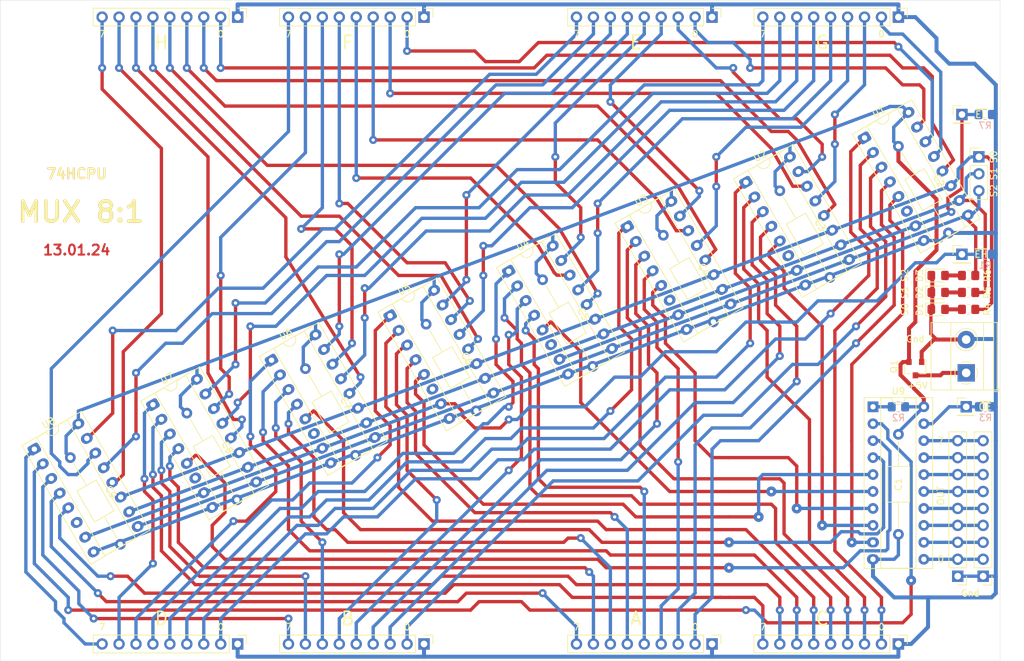
<source format=kicad_pcb>
(kicad_pcb (version 20171130) (host pcbnew "(5.1.8)-1")
  (layers (0 F.Cu signal) (31 B.Cu signal) (34 B.Paste user) (35 F.Paste user) (36 B.SilkS user) (37 F.SilkS user) (38 B.Mask user) (39 F.Mask user) (44 Edge.Cuts user))
  (net 0 "")
  (net 1 GND)
  (net 2 VCC)
  (net 3 "Net-(D1-Pad2)")
  (net 4 "Net-(D2-Pad2)")
  (net 5 "Net-(D3-Pad2)")
  (net 6 /A7)
  (net 7 /A6)
  (net 8 /A5)
  (net 9 /A4)
  (net 10 /A3)
  (net 11 /A2)
  (net 12 /A1)
  (net 13 /A0)
  (net 14 /E7)
  (net 15 /E6)
  (net 16 /E5)
  (net 17 /E4)
  (net 18 /E3)
  (net 19 /E2)
  (net 20 /E1)
  (net 21 /E0)
  (net 22 /BUS7)
  (net 23 /BUS6)
  (net 24 /BUS5)
  (net 25 /BUS4)
  (net 26 /BUS3)
  (net 27 /BUS2)
  (net 28 /BUS1)
  (net 29 /BUS0)
  (net 30 /B7)
  (net 31 /B6)
  (net 32 /B5)
  (net 33 /B4)
  (net 34 /B3)
  (net 35 /B2)
  (net 36 /B1)
  (net 37 /B0)
  (net 38 /F7)
  (net 39 /F6)
  (net 40 /F5)
  (net 41 /F4)
  (net 42 /F3)
  (net 43 /F2)
  (net 44 /F1)
  (net 45 /F0)
  (net 46 /~OE)
  (net 47 /S2)
  (net 48 /S1)
  (net 49 /S0)
  (net 50 /C7)
  (net 51 /C6)
  (net 52 /C5)
  (net 53 /C4)
  (net 54 /C3)
  (net 55 /C2)
  (net 56 /C1)
  (net 57 /C0)
  (net 58 /G7)
  (net 59 /G6)
  (net 60 /G5)
  (net 61 /G4)
  (net 62 /G3)
  (net 63 /G2)
  (net 64 /G1)
  (net 65 /G0)
  (net 66 /~EL)
  (net 67 /D7)
  (net 68 /D6)
  (net 69 /D5)
  (net 70 /D4)
  (net 71 /D3)
  (net 72 /D2)
  (net 73 /D1)
  (net 74 /D0)
  (net 75 /H7)
  (net 76 /H6)
  (net 77 /H5)
  (net 78 /H4)
  (net 79 /H3)
  (net 80 /H2)
  (net 81 /H1)
  (net 82 /H0)
  (net 83 /~EH)
  (net 84 "Net-(R2-Pad1)")
  (net 85 "Net-(U1-Pad6)")
  (net 86 /O0)
  (net 87 "Net-(U2-Pad6)")
  (net 88 /O1)
  (net 89 "Net-(U3-Pad6)")
  (net 90 /O2)
  (net 91 "Net-(U4-Pad6)")
  (net 92 /O3)
  (net 93 "Net-(U5-Pad6)")
  (net 94 /O4)
  (net 95 "Net-(U6-Pad6)")
  (net 96 /O5)
  (net 97 "Net-(U7-Pad6)")
  (net 98 /O6)
  (net 99 "Net-(U8-Pad6)")
  (net 100 /O7)
  (net 101 "Net-(J9-Pad1)")
  (module Package_TO_SOT_SMD:SOT-23 (layer F.Cu) (at 165.1 85.725 270)
    (fp_text reference Q1 (at -0.3175 3.175 90) (layer F.SilkS))
    (fp_text value IRLML5203)
    (pad 3 smd rect (at 1 0 270) (size 0.9 0.8) (layers F.Cu F.Paste F.Mask) (net 101 "Net-(J9-Pad1)"))
    (pad 2 smd rect (at -1 0.95 270) (size 0.9 0.8) (layers F.Cu F.Paste F.Mask) (net 2 VCC))
    (pad 1 smd rect (at -1 -0.95 270) (size 0.9 0.8) (layers F.Cu F.Paste F.Mask) (net 1 GND))
  )
  (module Connector_PinHeader_2.54mm:PinHeader_1x01_P2.54mm_Vertical (layer F.Cu) (at 172.085 68.58)
    (fp_text reference J20 hide)
    (fp_text value Conn_01x01_Male)
    (pad 1 thru_hole rect (at 0 0) (size 1.7 1.7) (drill 1) (layers *.Cu *.Mask) (net 83 /~EH))
  )
  (module Connector_PinHeader_2.54mm:PinHeader_1x09_P2.54mm_Vertical (layer F.Cu) (at 162.56 127 270)
    (fp_text reference J11 hide)
    (fp_text value Conn_01x09_Male)
    (pad 9 thru_hole oval (at 0 20.32 270) (size 1.7 1.7) (drill 1) (layers *.Cu *.Mask) (net 50 /C7))
    (pad 8 thru_hole oval (at 0 17.78 270) (size 1.7 1.7) (drill 1) (layers *.Cu *.Mask) (net 51 /C6))
    (pad 7 thru_hole oval (at 0 15.24 270) (size 1.7 1.7) (drill 1) (layers *.Cu *.Mask) (net 52 /C5))
    (pad 6 thru_hole oval (at 0 12.7 270) (size 1.7 1.7) (drill 1) (layers *.Cu *.Mask) (net 53 /C4))
    (pad 5 thru_hole oval (at 0 10.16 270) (size 1.7 1.7) (drill 1) (layers *.Cu *.Mask) (net 54 /C3))
    (pad 4 thru_hole oval (at 0 7.62 270) (size 1.7 1.7) (drill 1) (layers *.Cu *.Mask) (net 55 /C2))
    (pad 3 thru_hole oval (at 0 5.08 270) (size 1.7 1.7) (drill 1) (layers *.Cu *.Mask) (net 56 /C1))
    (pad 2 thru_hole oval (at 0 2.54 270) (size 1.7 1.7) (drill 1) (layers *.Cu *.Mask) (net 57 /C0))
    (pad 1 thru_hole rect (at 0 0 270) (size 1.7 1.7) (drill 1) (layers *.Cu *.Mask) (net 1 GND))
  )
  (module MountingHole:MountingHole_3.2mm_M3 (layer F.Cu) (at 172.72 124.46)
    (fp_text reference H6 hide)
    (fp_text value MountingHole)
    (pad 1 np_thru_hole circle (at 0 0) (size 3.2 3.2) (drill 3.2) (layers *.Cu *.Mask))
  )
  (module MountingHole:MountingHole_3.2mm_M3 (layer F.Cu) (at 172.72 35.56)
    (fp_text reference H5 hide)
    (fp_text value MountingHole)
    (pad 1 np_thru_hole circle (at 0 0) (size 3.2 3.2) (drill 3.2) (layers *.Cu *.Mask))
  )
  (module Package_DIP:DIP-20_W7.62mm_Socket (layer F.Cu) (at 158.75 91.44)
    (fp_text reference U9 (at 3.81 -2.33) (layer F.SilkS))
    (fp_text value 74HC245)
    (pad 20 thru_hole oval (at 7.62 0) (size 1.6 1.6) (drill 0.8) (layers *.Cu *.Mask) (net 2 VCC))
    (pad 10 thru_hole oval (at 0 22.86) (size 1.8 1.5) (drill 0.8) (layers *.Cu *.Mask) (net 1 GND))
    (pad 19 thru_hole oval (at 7.62 2.54) (size 1.6 1.6) (drill 0.8) (layers *.Cu *.Mask) (net 46 /~OE))
    (pad 9 thru_hole oval (at 0 20.32) (size 1.8 1.5) (drill 0.8) (layers *.Cu *.Mask) (net 86 /O0))
    (pad 18 thru_hole oval (at 7.62 5.08) (size 1.6 1.6) (drill 0.8) (layers *.Cu *.Mask) (net 22 /BUS7))
    (pad 8 thru_hole oval (at 0 17.78) (size 1.6 1.6) (drill 0.8) (layers *.Cu *.Mask) (net 88 /O1))
    (pad 17 thru_hole oval (at 7.62 7.62) (size 1.6 1.6) (drill 0.8) (layers *.Cu *.Mask) (net 23 /BUS6))
    (pad 7 thru_hole oval (at 0 15.24) (size 1.6 1.6) (drill 0.8) (layers *.Cu *.Mask) (net 90 /O2))
    (pad 16 thru_hole oval (at 7.62 10.16) (size 1.6 1.6) (drill 0.8) (layers *.Cu *.Mask) (net 24 /BUS5))
    (pad 6 thru_hole oval (at 0 12.7) (size 1.6 1.6) (drill 0.8) (layers *.Cu *.Mask) (net 92 /O3))
    (pad 15 thru_hole oval (at 7.62 12.7) (size 1.6 1.6) (drill 0.8) (layers *.Cu *.Mask) (net 25 /BUS4))
    (pad 5 thru_hole oval (at 0 10.16) (size 1.6 1.6) (drill 0.8) (layers *.Cu *.Mask) (net 94 /O4))
    (pad 14 thru_hole oval (at 7.62 15.24) (size 1.6 1.6) (drill 0.8) (layers *.Cu *.Mask) (net 26 /BUS3))
    (pad 4 thru_hole oval (at 0 7.62) (size 1.6 1.6) (drill 0.8) (layers *.Cu *.Mask) (net 96 /O5))
    (pad 13 thru_hole oval (at 7.62 17.78) (size 1.6 1.6) (drill 0.8) (layers *.Cu *.Mask) (net 27 /BUS2))
    (pad 3 thru_hole oval (at 0 5.08) (size 1.6 1.6) (drill 0.8) (layers *.Cu *.Mask) (net 98 /O6))
    (pad 12 thru_hole oval (at 7.62 20.32) (size 1.6 1.6) (drill 0.8) (layers *.Cu *.Mask) (net 28 /BUS1))
    (pad 2 thru_hole oval (at 0 2.54) (size 1.6 1.6) (drill 0.8) (layers *.Cu *.Mask) (net 100 /O7))
    (pad 11 thru_hole oval (at 7.62 22.86) (size 1.6 1.6) (drill 0.8) (layers *.Cu *.Mask) (net 29 /BUS0))
    (pad 1 thru_hole rect (at 0 0) (size 1.6 1.6) (drill 0.8) (layers *.Cu *.Mask) (net 84 "Net-(R2-Pad1)"))
  )
  (module Package_DIP:DIP-16_W7.62mm_Socket (layer F.Cu) (at 33.02 97.79 30)
    (fp_text reference U8 (at 3.81 -2.33 30) (layer F.SilkS))
    (fp_text value 74LS151)
    (pad 16 thru_hole oval (at 7.62 0 30) (size 1.8 1.5) (drill 0.8) (layers *.Cu *.Mask) (net 2 VCC))
    (pad 8 thru_hole oval (at 0 17.78 30) (size 1.8 1.5) (drill 0.8) (layers *.Cu *.Mask) (net 1 GND))
    (pad 15 thru_hole oval (at 7.62 2.54 30) (size 1.8 1.5) (drill 0.8) (layers *.Cu *.Mask) (net 14 /E7))
    (pad 7 thru_hole oval (at 0 15.24 30) (size 1.8 1.5) (drill 0.8) (layers *.Cu *.Mask) (net 83 /~EH))
    (pad 14 thru_hole oval (at 7.62 5.08 30) (size 1.8 1.5) (drill 0.8) (layers *.Cu *.Mask) (net 38 /F7))
    (pad 6 thru_hole oval (at 0 12.7 30) (size 1.8 1.5) (drill 0.8) (layers *.Cu *.Mask) (net 99 "Net-(U8-Pad6)"))
    (pad 13 thru_hole oval (at 7.62 7.62 30) (size 1.8 1.5) (drill 0.8) (layers *.Cu *.Mask) (net 58 /G7))
    (pad 5 thru_hole oval (at 0 10.16 30) (size 1.8 1.5) (drill 0.8) (layers *.Cu *.Mask) (net 100 /O7))
    (pad 12 thru_hole oval (at 7.62 10.16 30) (size 1.8 1.5) (drill 0.8) (layers *.Cu *.Mask) (net 75 /H7))
    (pad 4 thru_hole oval (at 0 7.62 30) (size 1.8 1.5) (drill 0.8) (layers *.Cu *.Mask) (net 6 /A7))
    (pad 11 thru_hole oval (at 7.62 12.7 30) (size 1.8 1.5) (drill 0.8) (layers *.Cu *.Mask) (net 49 /S0))
    (pad 3 thru_hole oval (at 0 5.08 30) (size 1.8 1.5) (drill 0.8) (layers *.Cu *.Mask) (net 30 /B7))
    (pad 10 thru_hole oval (at 7.62 15.24 30) (size 1.8 1.5) (drill 0.8) (layers *.Cu *.Mask) (net 48 /S1))
    (pad 2 thru_hole oval (at 0 2.54 30) (size 1.8 1.5) (drill 0.8) (layers *.Cu *.Mask) (net 50 /C7))
    (pad 9 thru_hole oval (at 7.62 17.78 30) (size 1.8 1.5) (drill 0.8) (layers *.Cu *.Mask) (net 47 /S2))
    (pad 1 thru_hole roundrect (at 0 0 30) (size 1.8 1.5) (drill 0.8) (layers *.Cu *.Mask) (net 67 /D7))
  )
  (module Package_DIP:DIP-16_W7.62mm_Socket (layer F.Cu) (at 50.8 91.1225 30)
    (fp_text reference U7 (at 3.81 -2.33 30) (layer F.SilkS))
    (fp_text value 74LS151)
    (pad 16 thru_hole oval (at 7.62 0 30) (size 1.8 1.5) (drill 0.8) (layers *.Cu *.Mask) (net 2 VCC))
    (pad 8 thru_hole oval (at 0 17.78 30) (size 1.8 1.5) (drill 0.8) (layers *.Cu *.Mask) (net 1 GND))
    (pad 15 thru_hole oval (at 7.62 2.54 30) (size 1.8 1.5) (drill 0.8) (layers *.Cu *.Mask) (net 15 /E6))
    (pad 7 thru_hole oval (at 0 15.24 30) (size 1.8 1.5) (drill 0.8) (layers *.Cu *.Mask) (net 83 /~EH))
    (pad 14 thru_hole oval (at 7.62 5.08 30) (size 1.8 1.5) (drill 0.8) (layers *.Cu *.Mask) (net 39 /F6))
    (pad 6 thru_hole oval (at 0 12.7 30) (size 1.8 1.5) (drill 0.8) (layers *.Cu *.Mask) (net 97 "Net-(U7-Pad6)"))
    (pad 13 thru_hole oval (at 7.62 7.62 30) (size 1.8 1.5) (drill 0.8) (layers *.Cu *.Mask) (net 59 /G6))
    (pad 5 thru_hole oval (at 0 10.16 30) (size 1.8 1.5) (drill 0.8) (layers *.Cu *.Mask) (net 98 /O6))
    (pad 12 thru_hole oval (at 7.62 10.16 30) (size 1.8 1.5) (drill 0.8) (layers *.Cu *.Mask) (net 76 /H6))
    (pad 4 thru_hole oval (at 0 7.62 30) (size 1.8 1.5) (drill 0.8) (layers *.Cu *.Mask) (net 7 /A6))
    (pad 11 thru_hole oval (at 7.62 12.7 30) (size 1.8 1.5) (drill 0.8) (layers *.Cu *.Mask) (net 49 /S0))
    (pad 3 thru_hole oval (at 0 5.08 30) (size 1.8 1.5) (drill 0.8) (layers *.Cu *.Mask) (net 31 /B6))
    (pad 10 thru_hole oval (at 7.62 15.24 30) (size 1.8 1.5) (drill 0.8) (layers *.Cu *.Mask) (net 48 /S1))
    (pad 2 thru_hole oval (at 0 2.54 30) (size 1.8 1.5) (drill 0.8) (layers *.Cu *.Mask) (net 51 /C6))
    (pad 9 thru_hole oval (at 7.62 17.78 30) (size 1.8 1.5) (drill 0.8) (layers *.Cu *.Mask) (net 47 /S2))
    (pad 1 thru_hole roundrect (at 0 0 30) (size 1.8 1.5) (drill 0.8) (layers *.Cu *.Mask) (net 68 /D6))
  )
  (module Package_DIP:DIP-16_W7.62mm_Socket (layer F.Cu) (at 68.58 84.455 30)
    (fp_text reference U6 (at 3.81 -2.33 30) (layer F.SilkS))
    (fp_text value 74LS151)
    (pad 16 thru_hole oval (at 7.62 0 30) (size 1.8 1.5) (drill 0.8) (layers *.Cu *.Mask) (net 2 VCC))
    (pad 8 thru_hole oval (at 0 17.78 30) (size 1.8 1.5) (drill 0.8) (layers *.Cu *.Mask) (net 1 GND))
    (pad 15 thru_hole oval (at 7.62 2.54 30) (size 1.8 1.5) (drill 0.8) (layers *.Cu *.Mask) (net 16 /E5))
    (pad 7 thru_hole oval (at 0 15.24 30) (size 1.8 1.5) (drill 0.8) (layers *.Cu *.Mask) (net 83 /~EH))
    (pad 14 thru_hole oval (at 7.62 5.08 30) (size 1.8 1.5) (drill 0.8) (layers *.Cu *.Mask) (net 40 /F5))
    (pad 6 thru_hole oval (at 0 12.7 30) (size 1.8 1.5) (drill 0.8) (layers *.Cu *.Mask) (net 95 "Net-(U6-Pad6)"))
    (pad 13 thru_hole oval (at 7.62 7.62 30) (size 1.8 1.5) (drill 0.8) (layers *.Cu *.Mask) (net 60 /G5))
    (pad 5 thru_hole oval (at 0 10.16 30) (size 1.8 1.5) (drill 0.8) (layers *.Cu *.Mask) (net 96 /O5))
    (pad 12 thru_hole oval (at 7.62 10.16 30) (size 1.8 1.5) (drill 0.8) (layers *.Cu *.Mask) (net 77 /H5))
    (pad 4 thru_hole oval (at 0 7.62 30) (size 1.8 1.5) (drill 0.8) (layers *.Cu *.Mask) (net 8 /A5))
    (pad 11 thru_hole oval (at 7.62 12.7 30) (size 1.8 1.5) (drill 0.8) (layers *.Cu *.Mask) (net 49 /S0))
    (pad 3 thru_hole oval (at 0 5.08 30) (size 1.8 1.5) (drill 0.8) (layers *.Cu *.Mask) (net 32 /B5))
    (pad 10 thru_hole oval (at 7.62 15.24 30) (size 1.8 1.5) (drill 0.8) (layers *.Cu *.Mask) (net 48 /S1))
    (pad 2 thru_hole oval (at 0 2.54 30) (size 1.8 1.5) (drill 0.8) (layers *.Cu *.Mask) (net 52 /C5))
    (pad 9 thru_hole oval (at 7.62 17.78 30) (size 1.8 1.5) (drill 0.8) (layers *.Cu *.Mask) (net 47 /S2))
    (pad 1 thru_hole roundrect (at 0 0 30) (size 1.8 1.5) (drill 0.8) (layers *.Cu *.Mask) (net 69 /D5))
  )
  (module Package_DIP:DIP-16_W7.62mm_Socket (layer F.Cu) (at 86.36 77.7875 30)
    (fp_text reference U5 (at 3.81 -2.33 30) (layer F.SilkS))
    (fp_text value 74LS151)
    (pad 16 thru_hole oval (at 7.62 0 30) (size 1.8 1.5) (drill 0.8) (layers *.Cu *.Mask) (net 2 VCC))
    (pad 8 thru_hole oval (at 0 17.78 30) (size 1.8 1.5) (drill 0.8) (layers *.Cu *.Mask) (net 1 GND))
    (pad 15 thru_hole oval (at 7.62 2.54 30) (size 1.8 1.5) (drill 0.8) (layers *.Cu *.Mask) (net 17 /E4))
    (pad 7 thru_hole oval (at 0 15.24 30) (size 1.8 1.5) (drill 0.8) (layers *.Cu *.Mask) (net 83 /~EH))
    (pad 14 thru_hole oval (at 7.62 5.08 30) (size 1.8 1.5) (drill 0.8) (layers *.Cu *.Mask) (net 41 /F4))
    (pad 6 thru_hole oval (at 0 12.7 30) (size 1.8 1.5) (drill 0.8) (layers *.Cu *.Mask) (net 93 "Net-(U5-Pad6)"))
    (pad 13 thru_hole oval (at 7.62 7.62 30) (size 1.8 1.5) (drill 0.8) (layers *.Cu *.Mask) (net 61 /G4))
    (pad 5 thru_hole oval (at 0 10.16 30) (size 1.8 1.5) (drill 0.8) (layers *.Cu *.Mask) (net 94 /O4))
    (pad 12 thru_hole oval (at 7.62 10.16 30) (size 1.8 1.5) (drill 0.8) (layers *.Cu *.Mask) (net 78 /H4))
    (pad 4 thru_hole oval (at 0 7.62 30) (size 1.8 1.5) (drill 0.8) (layers *.Cu *.Mask) (net 9 /A4))
    (pad 11 thru_hole oval (at 7.62 12.7 30) (size 1.8 1.5) (drill 0.8) (layers *.Cu *.Mask) (net 49 /S0))
    (pad 3 thru_hole oval (at 0 5.08 30) (size 1.8 1.5) (drill 0.8) (layers *.Cu *.Mask) (net 33 /B4))
    (pad 10 thru_hole oval (at 7.62 15.24 30) (size 1.8 1.5) (drill 0.8) (layers *.Cu *.Mask) (net 48 /S1))
    (pad 2 thru_hole oval (at 0 2.54 30) (size 1.8 1.5) (drill 0.8) (layers *.Cu *.Mask) (net 53 /C4))
    (pad 9 thru_hole oval (at 7.62 17.78 30) (size 1.8 1.5) (drill 0.8) (layers *.Cu *.Mask) (net 47 /S2))
    (pad 1 thru_hole roundrect (at 0 0 30) (size 1.8 1.5) (drill 0.8) (layers *.Cu *.Mask) (net 70 /D4))
  )
  (module Package_DIP:DIP-16_W7.62mm_Socket (layer F.Cu) (at 104.14 71.12 30)
    (fp_text reference U4 (at 3.81 -2.33 30) (layer F.SilkS))
    (fp_text value 74LS151)
    (pad 16 thru_hole oval (at 7.62 0 30) (size 1.8 1.5) (drill 0.8) (layers *.Cu *.Mask) (net 2 VCC))
    (pad 8 thru_hole oval (at 0 17.78 30) (size 1.8 1.5) (drill 0.8) (layers *.Cu *.Mask) (net 1 GND))
    (pad 15 thru_hole oval (at 7.62 2.54 30) (size 1.8 1.5) (drill 0.8) (layers *.Cu *.Mask) (net 18 /E3))
    (pad 7 thru_hole oval (at 0 15.24 30) (size 1.8 1.5) (drill 0.8) (layers *.Cu *.Mask) (net 66 /~EL))
    (pad 14 thru_hole oval (at 7.62 5.08 30) (size 1.8 1.5) (drill 0.8) (layers *.Cu *.Mask) (net 42 /F3))
    (pad 6 thru_hole oval (at 0 12.7 30) (size 1.8 1.5) (drill 0.8) (layers *.Cu *.Mask) (net 91 "Net-(U4-Pad6)"))
    (pad 13 thru_hole oval (at 7.62 7.62 30) (size 1.8 1.5) (drill 0.8) (layers *.Cu *.Mask) (net 62 /G3))
    (pad 5 thru_hole oval (at 0 10.16 30) (size 1.8 1.5) (drill 0.8) (layers *.Cu *.Mask) (net 92 /O3))
    (pad 12 thru_hole oval (at 7.62 10.16 30) (size 1.8 1.5) (drill 0.8) (layers *.Cu *.Mask) (net 79 /H3))
    (pad 4 thru_hole oval (at 0 7.62 30) (size 1.8 1.5) (drill 0.8) (layers *.Cu *.Mask) (net 10 /A3))
    (pad 11 thru_hole oval (at 7.62 12.7 30) (size 1.8 1.5) (drill 0.8) (layers *.Cu *.Mask) (net 49 /S0))
    (pad 3 thru_hole oval (at 0 5.08 30) (size 1.8 1.5) (drill 0.8) (layers *.Cu *.Mask) (net 34 /B3))
    (pad 10 thru_hole oval (at 7.62 15.24 30) (size 1.8 1.5) (drill 0.8) (layers *.Cu *.Mask) (net 48 /S1))
    (pad 2 thru_hole oval (at 0 2.54 30) (size 1.8 1.5) (drill 0.8) (layers *.Cu *.Mask) (net 54 /C3))
    (pad 9 thru_hole oval (at 7.62 17.78 30) (size 1.8 1.5) (drill 0.8) (layers *.Cu *.Mask) (net 47 /S2))
    (pad 1 thru_hole roundrect (at 0 0 30) (size 1.8 1.5) (drill 0.8) (layers *.Cu *.Mask) (net 71 /D3))
  )
  (module Package_DIP:DIP-16_W7.62mm_Socket (layer F.Cu) (at 121.92 64.4525 30)
    (fp_text reference U3 (at 3.81 -2.33 30) (layer F.SilkS))
    (fp_text value 74LS151)
    (pad 16 thru_hole oval (at 7.62 0 30) (size 1.8 1.5) (drill 0.8) (layers *.Cu *.Mask) (net 2 VCC))
    (pad 8 thru_hole oval (at 0 17.78 30) (size 1.8 1.5) (drill 0.8) (layers *.Cu *.Mask) (net 1 GND))
    (pad 15 thru_hole oval (at 7.62 2.54 30) (size 1.8 1.5) (drill 0.8) (layers *.Cu *.Mask) (net 19 /E2))
    (pad 7 thru_hole oval (at 0 15.24 30) (size 1.8 1.5) (drill 0.8) (layers *.Cu *.Mask) (net 66 /~EL))
    (pad 14 thru_hole oval (at 7.62 5.08 30) (size 1.8 1.5) (drill 0.8) (layers *.Cu *.Mask) (net 43 /F2))
    (pad 6 thru_hole oval (at 0 12.7 30) (size 1.8 1.5) (drill 0.8) (layers *.Cu *.Mask) (net 89 "Net-(U3-Pad6)"))
    (pad 13 thru_hole oval (at 7.62 7.62 30) (size 1.8 1.5) (drill 0.8) (layers *.Cu *.Mask) (net 63 /G2))
    (pad 5 thru_hole oval (at 0 10.16 30) (size 1.8 1.5) (drill 0.8) (layers *.Cu *.Mask) (net 90 /O2))
    (pad 12 thru_hole oval (at 7.62 10.16 30) (size 1.8 1.5) (drill 0.8) (layers *.Cu *.Mask) (net 80 /H2))
    (pad 4 thru_hole oval (at 0 7.62 30) (size 1.8 1.5) (drill 0.8) (layers *.Cu *.Mask) (net 11 /A2))
    (pad 11 thru_hole oval (at 7.62 12.7 30) (size 1.8 1.5) (drill 0.8) (layers *.Cu *.Mask) (net 49 /S0))
    (pad 3 thru_hole oval (at 0 5.08 30) (size 1.8 1.5) (drill 0.8) (layers *.Cu *.Mask) (net 35 /B2))
    (pad 10 thru_hole oval (at 7.62 15.24 30) (size 1.8 1.5) (drill 0.8) (layers *.Cu *.Mask) (net 48 /S1))
    (pad 2 thru_hole oval (at 0 2.54 30) (size 1.8 1.5) (drill 0.8) (layers *.Cu *.Mask) (net 55 /C2))
    (pad 9 thru_hole oval (at 7.62 17.78 30) (size 1.8 1.5) (drill 0.8) (layers *.Cu *.Mask) (net 47 /S2))
    (pad 1 thru_hole roundrect (at 0 0 30) (size 1.8 1.5) (drill 0.8) (layers *.Cu *.Mask) (net 72 /D2))
  )
  (module Package_DIP:DIP-16_W7.62mm_Socket (layer F.Cu) (at 139.7 57.785 30)
    (fp_text reference U2 (at 3.81 -2.33 30) (layer F.SilkS))
    (fp_text value 74LS151)
    (pad 16 thru_hole oval (at 7.62 0 30) (size 1.8 1.5) (drill 0.8) (layers *.Cu *.Mask) (net 2 VCC))
    (pad 8 thru_hole oval (at 0 17.78 30) (size 1.8 1.5) (drill 0.8) (layers *.Cu *.Mask) (net 1 GND))
    (pad 15 thru_hole oval (at 7.62 2.54 30) (size 1.8 1.5) (drill 0.8) (layers *.Cu *.Mask) (net 20 /E1))
    (pad 7 thru_hole oval (at 0 15.24 30) (size 1.8 1.5) (drill 0.8) (layers *.Cu *.Mask) (net 66 /~EL))
    (pad 14 thru_hole oval (at 7.62 5.08 30) (size 1.8 1.5) (drill 0.8) (layers *.Cu *.Mask) (net 44 /F1))
    (pad 6 thru_hole oval (at 0 12.7 30) (size 1.8 1.5) (drill 0.8) (layers *.Cu *.Mask) (net 87 "Net-(U2-Pad6)"))
    (pad 13 thru_hole oval (at 7.62 7.62 30) (size 1.8 1.5) (drill 0.8) (layers *.Cu *.Mask) (net 64 /G1))
    (pad 5 thru_hole oval (at 0 10.16 30) (size 1.8 1.5) (drill 0.8) (layers *.Cu *.Mask) (net 88 /O1))
    (pad 12 thru_hole oval (at 7.62 10.16 30) (size 1.8 1.5) (drill 0.8) (layers *.Cu *.Mask) (net 81 /H1))
    (pad 4 thru_hole oval (at 0 7.62 30) (size 1.8 1.5) (drill 0.8) (layers *.Cu *.Mask) (net 12 /A1))
    (pad 11 thru_hole oval (at 7.62 12.7 30) (size 1.8 1.5) (drill 0.8) (layers *.Cu *.Mask) (net 49 /S0))
    (pad 3 thru_hole oval (at 0 5.08 30) (size 1.8 1.5) (drill 0.8) (layers *.Cu *.Mask) (net 36 /B1))
    (pad 10 thru_hole oval (at 7.62 15.24 30) (size 1.8 1.5) (drill 0.8) (layers *.Cu *.Mask) (net 48 /S1))
    (pad 2 thru_hole oval (at 0 2.54 30) (size 1.8 1.5) (drill 0.8) (layers *.Cu *.Mask) (net 56 /C1))
    (pad 9 thru_hole oval (at 7.62 17.78 30) (size 1.8 1.5) (drill 0.8) (layers *.Cu *.Mask) (net 47 /S2))
    (pad 1 thru_hole roundrect (at 0 0 30) (size 1.8 1.5) (drill 0.8) (layers *.Cu *.Mask) (net 73 /D1))
  )
  (module Package_DIP:DIP-16_W7.62mm_Socket (layer F.Cu) (at 157.48 51.1175 30)
    (fp_text reference U1 (at 3.81 -2.33 30) (layer F.SilkS))
    (fp_text value 74LS151)
    (pad 16 thru_hole oval (at 7.62 0 30) (size 1.8 1.5) (drill 0.8) (layers *.Cu *.Mask) (net 2 VCC))
    (pad 8 thru_hole oval (at 0 17.78 30) (size 1.8 1.5) (drill 0.8) (layers *.Cu *.Mask) (net 1 GND))
    (pad 15 thru_hole oval (at 7.62 2.54 30) (size 1.8 1.5) (drill 0.8) (layers *.Cu *.Mask) (net 21 /E0))
    (pad 7 thru_hole oval (at 0 15.24 30) (size 1.8 1.5) (drill 0.8) (layers *.Cu *.Mask) (net 66 /~EL))
    (pad 14 thru_hole oval (at 7.62 5.08 30) (size 1.8 1.5) (drill 0.8) (layers *.Cu *.Mask) (net 45 /F0))
    (pad 6 thru_hole oval (at 0 12.7 30) (size 1.8 1.5) (drill 0.8) (layers *.Cu *.Mask) (net 85 "Net-(U1-Pad6)"))
    (pad 13 thru_hole oval (at 7.62 7.62 30) (size 1.8 1.5) (drill 0.8) (layers *.Cu *.Mask) (net 65 /G0))
    (pad 5 thru_hole oval (at 0 10.16 30) (size 1.8 1.5) (drill 0.8) (layers *.Cu *.Mask) (net 86 /O0))
    (pad 12 thru_hole oval (at 7.62 10.16 30) (size 1.8 1.5) (drill 0.8) (layers *.Cu *.Mask) (net 82 /H0))
    (pad 4 thru_hole oval (at 0 7.62 30) (size 1.8 1.5) (drill 0.8) (layers *.Cu *.Mask) (net 13 /A0))
    (pad 11 thru_hole oval (at 7.62 12.7 30) (size 1.8 1.5) (drill 0.8) (layers *.Cu *.Mask) (net 49 /S0))
    (pad 3 thru_hole oval (at 0 5.08 30) (size 1.8 1.5) (drill 0.8) (layers *.Cu *.Mask) (net 37 /B0))
    (pad 10 thru_hole oval (at 7.62 15.24 30) (size 1.8 1.5) (drill 0.8) (layers *.Cu *.Mask) (net 48 /S1))
    (pad 2 thru_hole oval (at 0 2.54 30) (size 1.8 1.5) (drill 0.8) (layers *.Cu *.Mask) (net 57 /C0))
    (pad 9 thru_hole oval (at 7.62 17.78 30) (size 1.8 1.5) (drill 0.8) (layers *.Cu *.Mask) (net 47 /S2))
    (pad 1 thru_hole roundrect (at 0 0 30) (size 1.8 1.5) (drill 0.8) (layers *.Cu *.Mask) (net 74 /D0))
  )
  (module Resistor_SMD:R_0805_2012Metric_Pad1.20x1.40mm_HandSolder (layer B.Cu) (at 175.5775 47.625)
    (fp_text reference R7 (at 0 1.65) (layer B.SilkS) (effects (justify mirror)))
    (fp_text value 10k)
    (pad 2 smd roundrect (at 1 0) (size 1.2 1.4) (layers B.Cu B.Paste B.Mask) (roundrect_rratio 0.208333) (net 1 GND))
    (pad 1 smd roundrect (at -1 0) (size 1.2 1.4) (layers B.Cu B.Paste B.Mask) (roundrect_rratio 0.208333) (net 66 /~EL))
  )
  (module Resistor_SMD:R_0805_2012Metric_Pad1.20x1.40mm_HandSolder (layer F.Cu) (at 173.085 71.755)
    (fp_text reference R6 (at 2.81 0 270) (layer F.SilkS))
    (fp_text value 1k)
    (pad 2 smd roundrect (at 1 0) (size 1.2 1.4) (layers F.Cu F.Paste F.Mask) (roundrect_rratio 0.208333) (net 47 /S2))
    (pad 1 smd roundrect (at -1 0) (size 1.2 1.4) (layers F.Cu F.Paste F.Mask) (roundrect_rratio 0.208333) (net 5 "Net-(D3-Pad2)"))
  )
  (module Resistor_SMD:R_0805_2012Metric_Pad1.20x1.40mm_HandSolder (layer F.Cu) (at 173.085 74.295)
    (fp_text reference R5 (at 2.81 0 270) (layer F.SilkS))
    (fp_text value 1k)
    (pad 2 smd roundrect (at 1 0) (size 1.2 1.4) (layers F.Cu F.Paste F.Mask) (roundrect_rratio 0.208333) (net 48 /S1))
    (pad 1 smd roundrect (at -1 0) (size 1.2 1.4) (layers F.Cu F.Paste F.Mask) (roundrect_rratio 0.208333) (net 4 "Net-(D2-Pad2)"))
  )
  (module Resistor_SMD:R_0805_2012Metric_Pad1.20x1.40mm_HandSolder (layer F.Cu) (at 173.085 76.835)
    (fp_text reference R4 (at 2.81 0 270) (layer F.SilkS))
    (fp_text value 1k)
    (pad 2 smd roundrect (at 1 0) (size 1.2 1.4) (layers F.Cu F.Paste F.Mask) (roundrect_rratio 0.208333) (net 49 /S0))
    (pad 1 smd roundrect (at -1 0) (size 1.2 1.4) (layers F.Cu F.Paste F.Mask) (roundrect_rratio 0.208333) (net 3 "Net-(D1-Pad2)"))
  )
  (module Resistor_SMD:R_0805_2012Metric_Pad1.20x1.40mm_HandSolder (layer B.Cu) (at 175.625 91.44)
    (fp_text reference R3 (at 0 1.65) (layer B.SilkS) (effects (justify mirror)))
    (fp_text value 10k)
    (pad 2 smd roundrect (at 1 0) (size 1.2 1.4) (layers B.Cu B.Paste B.Mask) (roundrect_rratio 0.208333) (net 1 GND))
    (pad 1 smd roundrect (at -1 0) (size 1.2 1.4) (layers B.Cu B.Paste B.Mask) (roundrect_rratio 0.208333) (net 46 /~OE))
  )
  (module Resistor_SMD:R_0805_2012Metric_Pad1.20x1.40mm_HandSolder (layer B.Cu) (at 162.56 91.44)
    (fp_text reference R2 (at 0 1.65) (layer B.SilkS) (effects (justify mirror)))
    (fp_text value 10k)
    (pad 2 smd roundrect (at 1 0) (size 1.2 1.4) (layers B.Cu B.Paste B.Mask) (roundrect_rratio 0.208333) (net 2 VCC))
    (pad 1 smd roundrect (at -1 0) (size 1.2 1.4) (layers B.Cu B.Paste B.Mask) (roundrect_rratio 0.208333) (net 84 "Net-(R2-Pad1)"))
  )
  (module Resistor_SMD:R_0805_2012Metric_Pad1.20x1.40mm_HandSolder (layer B.Cu) (at 175.5775 68.58)
    (fp_text reference R1 (at 0 1.65) (layer B.SilkS) (effects (justify mirror)))
    (fp_text value 10k)
    (pad 2 smd roundrect (at 1 0) (size 1.2 1.4) (layers B.Cu B.Paste B.Mask) (roundrect_rratio 0.208333) (net 1 GND))
    (pad 1 smd roundrect (at -1 0) (size 1.2 1.4) (layers B.Cu B.Paste B.Mask) (roundrect_rratio 0.208333) (net 83 /~EH))
  )
  (module Connector_PinHeader_2.54mm:PinHeader_1x09_P2.54mm_Vertical (layer F.Cu) (at 171.45 116.84 180)
    (fp_text reference J21 hide)
    (fp_text value Conn_01x09_Male)
    (pad 9 thru_hole oval (at 0 20.32 180) (size 1.7 1.7) (drill 1) (layers *.Cu *.Mask) (net 22 /BUS7))
    (pad 8 thru_hole oval (at 0 17.78 180) (size 1.7 1.7) (drill 1) (layers *.Cu *.Mask) (net 23 /BUS6))
    (pad 7 thru_hole oval (at 0 15.24 180) (size 1.7 1.7) (drill 1) (layers *.Cu *.Mask) (net 24 /BUS5))
    (pad 6 thru_hole oval (at 0 12.7 180) (size 1.7 1.7) (drill 1) (layers *.Cu *.Mask) (net 25 /BUS4))
    (pad 5 thru_hole oval (at 0 10.16 180) (size 1.7 1.7) (drill 1) (layers *.Cu *.Mask) (net 26 /BUS3))
    (pad 4 thru_hole oval (at 0 7.62 180) (size 1.7 1.7) (drill 1) (layers *.Cu *.Mask) (net 27 /BUS2))
    (pad 3 thru_hole oval (at 0 5.08 180) (size 1.7 1.7) (drill 1) (layers *.Cu *.Mask) (net 28 /BUS1))
    (pad 2 thru_hole oval (at 0 2.54 180) (size 1.7 1.7) (drill 1) (layers *.Cu *.Mask) (net 29 /BUS0))
    (pad 1 thru_hole rect (at 0 0 180) (size 1.7 1.7) (drill 1) (layers *.Cu *.Mask) (net 1 GND))
  )
  (module Connector_PinHeader_2.54mm:PinHeader_1x09_P2.54mm_Vertical (layer F.Cu) (at 63.5 33.02 270)
    (fp_text reference J16 hide)
    (fp_text value Conn_01x09_Male)
    (pad 9 thru_hole oval (at 0 20.32 270) (size 1.7 1.7) (drill 1) (layers *.Cu *.Mask) (net 75 /H7))
    (pad 8 thru_hole oval (at 0 17.78 270) (size 1.7 1.7) (drill 1) (layers *.Cu *.Mask) (net 76 /H6))
    (pad 7 thru_hole oval (at 0 15.24 270) (size 1.7 1.7) (drill 1) (layers *.Cu *.Mask) (net 77 /H5))
    (pad 6 thru_hole oval (at 0 12.7 270) (size 1.7 1.7) (drill 1) (layers *.Cu *.Mask) (net 78 /H4))
    (pad 5 thru_hole oval (at 0 10.16 270) (size 1.7 1.7) (drill 1) (layers *.Cu *.Mask) (net 79 /H3))
    (pad 4 thru_hole oval (at 0 7.62 270) (size 1.7 1.7) (drill 1) (layers *.Cu *.Mask) (net 80 /H2))
    (pad 3 thru_hole oval (at 0 5.08 270) (size 1.7 1.7) (drill 1) (layers *.Cu *.Mask) (net 81 /H1))
    (pad 2 thru_hole oval (at 0 2.54 270) (size 1.7 1.7) (drill 1) (layers *.Cu *.Mask) (net 82 /H0))
    (pad 1 thru_hole rect (at 0 0 270) (size 1.7 1.7) (drill 1) (layers *.Cu *.Mask) (net 1 GND))
  )
  (module Connector_PinHeader_2.54mm:PinHeader_1x09_P2.54mm_Vertical (layer F.Cu) (at 63.5 127 270)
    (fp_text reference J15 hide)
    (fp_text value Conn_01x09_Male)
    (pad 9 thru_hole oval (at 0 20.32 270) (size 1.7 1.7) (drill 1) (layers *.Cu *.Mask) (net 67 /D7))
    (pad 8 thru_hole oval (at 0 17.78 270) (size 1.7 1.7) (drill 1) (layers *.Cu *.Mask) (net 68 /D6))
    (pad 7 thru_hole oval (at 0 15.24 270) (size 1.7 1.7) (drill 1) (layers *.Cu *.Mask) (net 69 /D5))
    (pad 6 thru_hole oval (at 0 12.7 270) (size 1.7 1.7) (drill 1) (layers *.Cu *.Mask) (net 70 /D4))
    (pad 5 thru_hole oval (at 0 10.16 270) (size 1.7 1.7) (drill 1) (layers *.Cu *.Mask) (net 71 /D3))
    (pad 4 thru_hole oval (at 0 7.62 270) (size 1.7 1.7) (drill 1) (layers *.Cu *.Mask) (net 72 /D2))
    (pad 3 thru_hole oval (at 0 5.08 270) (size 1.7 1.7) (drill 1) (layers *.Cu *.Mask) (net 73 /D1))
    (pad 2 thru_hole oval (at 0 2.54 270) (size 1.7 1.7) (drill 1) (layers *.Cu *.Mask) (net 74 /D0))
    (pad 1 thru_hole rect (at 0 0 270) (size 1.7 1.7) (drill 1) (layers *.Cu *.Mask) (net 1 GND))
  )
  (module Connector_PinHeader_2.54mm:PinHeader_1x01_P2.54mm_Vertical (layer F.Cu) (at 172.085 47.625)
    (fp_text reference J13 hide)
    (fp_text value Conn_01x01_Male)
    (pad 1 thru_hole rect (at 0 0) (size 1.7 1.7) (drill 1) (layers *.Cu *.Mask) (net 66 /~EL))
  )
  (module Connector_PinHeader_2.54mm:PinHeader_1x09_P2.54mm_Vertical (layer F.Cu) (at 162.56 33.02 270)
    (fp_text reference J12 hide)
    (fp_text value Conn_01x09_Male)
    (pad 9 thru_hole oval (at 0 20.32 270) (size 1.7 1.7) (drill 1) (layers *.Cu *.Mask) (net 58 /G7))
    (pad 8 thru_hole oval (at 0 17.78 270) (size 1.7 1.7) (drill 1) (layers *.Cu *.Mask) (net 59 /G6))
    (pad 7 thru_hole oval (at 0 15.24 270) (size 1.7 1.7) (drill 1) (layers *.Cu *.Mask) (net 60 /G5))
    (pad 6 thru_hole oval (at 0 12.7 270) (size 1.7 1.7) (drill 1) (layers *.Cu *.Mask) (net 61 /G4))
    (pad 5 thru_hole oval (at 0 10.16 270) (size 1.7 1.7) (drill 1) (layers *.Cu *.Mask) (net 62 /G3))
    (pad 4 thru_hole oval (at 0 7.62 270) (size 1.7 1.7) (drill 1) (layers *.Cu *.Mask) (net 63 /G2))
    (pad 3 thru_hole oval (at 0 5.08 270) (size 1.7 1.7) (drill 1) (layers *.Cu *.Mask) (net 64 /G1))
    (pad 2 thru_hole oval (at 0 2.54 270) (size 1.7 1.7) (drill 1) (layers *.Cu *.Mask) (net 65 /G0))
    (pad 1 thru_hole rect (at 0 0 270) (size 1.7 1.7) (drill 1) (layers *.Cu *.Mask) (net 1 GND))
  )
  (module Connector_PinHeader_2.54mm:PinHeader_1x03_P2.54mm_Vertical (layer F.Cu) (at 174.625 53.975)
    (fp_text reference J10 hide)
    (fp_text value Conn_01x03_Male)
    (pad 3 thru_hole oval (at 0 5.08) (size 1.7 1.7) (drill 1) (layers *.Cu *.Mask) (net 47 /S2))
    (pad 2 thru_hole oval (at 0 2.54) (size 1.7 1.7) (drill 1) (layers *.Cu *.Mask) (net 48 /S1))
    (pad 1 thru_hole rect (at 0 0) (size 1.7 1.7) (drill 1) (layers *.Cu *.Mask) (net 49 /S0))
  )
  (module TerminalBlock_Phoenix:TerminalBlock_Phoenix_MKDS-1,5-2_1x02_P5.00mm_Horizontal (layer F.Cu) (at 172.72 86.36 90)
    (fp_text reference J9 hide)
    (fp_text value Screw_Terminal_01x02)
    (pad 2 thru_hole circle (at 5 0 90) (size 2.6 2.6) (drill 1.3) (layers *.Cu *.Mask) (net 1 GND))
    (pad 1 thru_hole rect (at 0 0 90) (size 2.6 2.6) (drill 1.3) (layers *.Cu *.Mask) (net 101 "Net-(J9-Pad1)"))
  )
  (module Connector_PinHeader_2.54mm:PinHeader_1x01_P2.54mm_Vertical (layer F.Cu) (at 172.72 91.44)
    (fp_text reference J7 hide)
    (fp_text value Conn_01x01_Male)
    (pad 1 thru_hole rect (at 0 0) (size 1.7 1.7) (drill 1) (layers *.Cu *.Mask) (net 46 /~OE))
  )
  (module Connector_PinHeader_2.54mm:PinHeader_1x09_P2.54mm_Vertical (layer F.Cu) (at 91.44 33.02 270)
    (fp_text reference J6 hide)
    (fp_text value Conn_01x09_Male)
    (pad 9 thru_hole oval (at 0 20.32 270) (size 1.7 1.7) (drill 1) (layers *.Cu *.Mask) (net 38 /F7))
    (pad 8 thru_hole oval (at 0 17.78 270) (size 1.7 1.7) (drill 1) (layers *.Cu *.Mask) (net 39 /F6))
    (pad 7 thru_hole oval (at 0 15.24 270) (size 1.7 1.7) (drill 1) (layers *.Cu *.Mask) (net 40 /F5))
    (pad 6 thru_hole oval (at 0 12.7 270) (size 1.7 1.7) (drill 1) (layers *.Cu *.Mask) (net 41 /F4))
    (pad 5 thru_hole oval (at 0 10.16 270) (size 1.7 1.7) (drill 1) (layers *.Cu *.Mask) (net 42 /F3))
    (pad 4 thru_hole oval (at 0 7.62 270) (size 1.7 1.7) (drill 1) (layers *.Cu *.Mask) (net 43 /F2))
    (pad 3 thru_hole oval (at 0 5.08 270) (size 1.7 1.7) (drill 1) (layers *.Cu *.Mask) (net 44 /F1))
    (pad 2 thru_hole oval (at 0 2.54 270) (size 1.7 1.7) (drill 1) (layers *.Cu *.Mask) (net 45 /F0))
    (pad 1 thru_hole rect (at 0 0 270) (size 1.7 1.7) (drill 1) (layers *.Cu *.Mask) (net 1 GND))
  )
  (module Connector_PinHeader_2.54mm:PinHeader_1x09_P2.54mm_Vertical (layer F.Cu) (at 91.44 127 270)
    (fp_text reference J5 hide)
    (fp_text value Conn_01x09_Male)
    (pad 9 thru_hole oval (at 0 20.32 270) (size 1.7 1.7) (drill 1) (layers *.Cu *.Mask) (net 30 /B7))
    (pad 8 thru_hole oval (at 0 17.78 270) (size 1.7 1.7) (drill 1) (layers *.Cu *.Mask) (net 31 /B6))
    (pad 7 thru_hole oval (at 0 15.24 270) (size 1.7 1.7) (drill 1) (layers *.Cu *.Mask) (net 32 /B5))
    (pad 6 thru_hole oval (at 0 12.7 270) (size 1.7 1.7) (drill 1) (layers *.Cu *.Mask) (net 33 /B4))
    (pad 5 thru_hole oval (at 0 10.16 270) (size 1.7 1.7) (drill 1) (layers *.Cu *.Mask) (net 34 /B3))
    (pad 4 thru_hole oval (at 0 7.62 270) (size 1.7 1.7) (drill 1) (layers *.Cu *.Mask) (net 35 /B2))
    (pad 3 thru_hole oval (at 0 5.08 270) (size 1.7 1.7) (drill 1) (layers *.Cu *.Mask) (net 36 /B1))
    (pad 2 thru_hole oval (at 0 2.54 270) (size 1.7 1.7) (drill 1) (layers *.Cu *.Mask) (net 37 /B0))
    (pad 1 thru_hole rect (at 0 0 270) (size 1.7 1.7) (drill 1) (layers *.Cu *.Mask) (net 1 GND))
  )
  (module Connector_PinHeader_2.54mm:PinHeader_1x09_P2.54mm_Vertical (layer F.Cu) (at 175.26 116.84 180)
    (fp_text reference J3 hide)
    (fp_text value Conn_01x09_Male)
    (pad 9 thru_hole oval (at 0 20.32 180) (size 1.7 1.7) (drill 1) (layers *.Cu *.Mask) (net 22 /BUS7))
    (pad 8 thru_hole oval (at 0 17.78 180) (size 1.7 1.7) (drill 1) (layers *.Cu *.Mask) (net 23 /BUS6))
    (pad 7 thru_hole oval (at 0 15.24 180) (size 1.7 1.7) (drill 1) (layers *.Cu *.Mask) (net 24 /BUS5))
    (pad 6 thru_hole oval (at 0 12.7 180) (size 1.7 1.7) (drill 1) (layers *.Cu *.Mask) (net 25 /BUS4))
    (pad 5 thru_hole oval (at 0 10.16 180) (size 1.7 1.7) (drill 1) (layers *.Cu *.Mask) (net 26 /BUS3))
    (pad 4 thru_hole oval (at 0 7.62 180) (size 1.7 1.7) (drill 1) (layers *.Cu *.Mask) (net 27 /BUS2))
    (pad 3 thru_hole oval (at 0 5.08 180) (size 1.7 1.7) (drill 1) (layers *.Cu *.Mask) (net 28 /BUS1))
    (pad 2 thru_hole oval (at 0 2.54 180) (size 1.7 1.7) (drill 1) (layers *.Cu *.Mask) (net 29 /BUS0))
    (pad 1 thru_hole rect (at 0 0 180) (size 1.7 1.7) (drill 1) (layers *.Cu *.Mask) (net 1 GND))
  )
  (module Connector_PinHeader_2.54mm:PinHeader_1x09_P2.54mm_Vertical (layer F.Cu) (at 134.62 33.02 270)
    (fp_text reference J2 hide)
    (fp_text value Conn_01x09_Male)
    (pad 9 thru_hole oval (at 0 20.32 270) (size 1.7 1.7) (drill 1) (layers *.Cu *.Mask) (net 14 /E7))
    (pad 8 thru_hole oval (at 0 17.78 270) (size 1.7 1.7) (drill 1) (layers *.Cu *.Mask) (net 15 /E6))
    (pad 7 thru_hole oval (at 0 15.24 270) (size 1.7 1.7) (drill 1) (layers *.Cu *.Mask) (net 16 /E5))
    (pad 6 thru_hole oval (at 0 12.7 270) (size 1.7 1.7) (drill 1) (layers *.Cu *.Mask) (net 17 /E4))
    (pad 5 thru_hole oval (at 0 10.16 270) (size 1.7 1.7) (drill 1) (layers *.Cu *.Mask) (net 18 /E3))
    (pad 4 thru_hole oval (at 0 7.62 270) (size 1.7 1.7) (drill 1) (layers *.Cu *.Mask) (net 19 /E2))
    (pad 3 thru_hole oval (at 0 5.08 270) (size 1.7 1.7) (drill 1) (layers *.Cu *.Mask) (net 20 /E1))
    (pad 2 thru_hole oval (at 0 2.54 270) (size 1.7 1.7) (drill 1) (layers *.Cu *.Mask) (net 21 /E0))
    (pad 1 thru_hole rect (at 0 0 270) (size 1.7 1.7) (drill 1) (layers *.Cu *.Mask) (net 1 GND))
  )
  (module Connector_PinHeader_2.54mm:PinHeader_1x09_P2.54mm_Vertical (layer F.Cu) (at 134.62 127 270)
    (fp_text reference J1 hide)
    (fp_text value Conn_01x09_Male)
    (pad 9 thru_hole oval (at 0 20.32 270) (size 1.7 1.7) (drill 1) (layers *.Cu *.Mask) (net 6 /A7))
    (pad 8 thru_hole oval (at 0 17.78 270) (size 1.7 1.7) (drill 1) (layers *.Cu *.Mask) (net 7 /A6))
    (pad 7 thru_hole oval (at 0 15.24 270) (size 1.7 1.7) (drill 1) (layers *.Cu *.Mask) (net 8 /A5))
    (pad 6 thru_hole oval (at 0 12.7 270) (size 1.7 1.7) (drill 1) (layers *.Cu *.Mask) (net 9 /A4))
    (pad 5 thru_hole oval (at 0 10.16 270) (size 1.7 1.7) (drill 1) (layers *.Cu *.Mask) (net 10 /A3))
    (pad 4 thru_hole oval (at 0 7.62 270) (size 1.7 1.7) (drill 1) (layers *.Cu *.Mask) (net 11 /A2))
    (pad 3 thru_hole oval (at 0 5.08 270) (size 1.7 1.7) (drill 1) (layers *.Cu *.Mask) (net 12 /A1))
    (pad 2 thru_hole oval (at 0 2.54 270) (size 1.7 1.7) (drill 1) (layers *.Cu *.Mask) (net 13 /A0))
    (pad 1 thru_hole rect (at 0 0 270) (size 1.7 1.7) (drill 1) (layers *.Cu *.Mask) (net 1 GND))
  )
  (module MountingHole:MountingHole_3.2mm_M3 (layer F.Cu) (at 102.87 124.46)
    (fp_text reference H4 hide)
    (fp_text value MountingHole)
    (pad 1 np_thru_hole circle (at 0 0) (size 3.2 3.2) (drill 3.2) (layers *.Cu *.Mask))
  )
  (module MountingHole:MountingHole_3.2mm_M3 (layer F.Cu) (at 102.87 35.56)
    (fp_text reference H3 hide)
    (fp_text value MountingHole)
    (pad 1 np_thru_hole circle (at 0 0) (size 3.2 3.2) (drill 3.2) (layers *.Cu *.Mask))
  )
  (module MountingHole:MountingHole_3.2mm_M3 (layer F.Cu) (at 33.02 124.46)
    (fp_text reference H2 hide)
    (fp_text value MountingHole)
    (pad 1 np_thru_hole circle (at 0 0) (size 3.2 3.2) (drill 3.2) (layers *.Cu *.Mask))
  )
  (module MountingHole:MountingHole_3.2mm_M3 (layer F.Cu) (at 33.02 35.56)
    (fp_text reference H1 hide)
    (fp_text value MountingHole)
    (pad 1 np_thru_hole circle (at 0 0) (size 3.2 3.2) (drill 3.2) (layers *.Cu *.Mask))
  )
  (module LED_SMD:LED_0805_2012Metric_Pad1.15x1.40mm_HandSolder (layer F.Cu) (at 168.52 71.755)
    (fp_text reference D3 (at -2.785 0 270) (layer F.SilkS))
    (fp_text value LED)
    (pad 2 smd roundrect (at 1.025 0) (size 1.15 1.4) (layers F.Cu F.Paste F.Mask) (roundrect_rratio 0.217391) (net 5 "Net-(D3-Pad2)"))
    (pad 1 smd roundrect (at -1.025 0) (size 1.15 1.4) (layers F.Cu F.Paste F.Mask) (roundrect_rratio 0.217391) (net 1 GND))
  )
  (module LED_SMD:LED_0805_2012Metric_Pad1.15x1.40mm_HandSolder (layer F.Cu) (at 168.52 74.295)
    (fp_text reference D2 (at -2.785 0 270) (layer F.SilkS))
    (fp_text value LED)
    (pad 2 smd roundrect (at 1.025 0) (size 1.15 1.4) (layers F.Cu F.Paste F.Mask) (roundrect_rratio 0.217391) (net 4 "Net-(D2-Pad2)"))
    (pad 1 smd roundrect (at -1.025 0) (size 1.15 1.4) (layers F.Cu F.Paste F.Mask) (roundrect_rratio 0.217391) (net 1 GND))
  )
  (module LED_SMD:LED_0805_2012Metric_Pad1.15x1.40mm_HandSolder (layer F.Cu) (at 168.52 76.835)
    (fp_text reference D1 (at -2.785 0 270) (layer F.SilkS))
    (fp_text value LED)
    (pad 2 smd roundrect (at 1.025 0) (size 1.15 1.4) (layers F.Cu F.Paste F.Mask) (roundrect_rratio 0.217391) (net 3 "Net-(D1-Pad2)"))
    (pad 1 smd roundrect (at -1.025 0) (size 1.15 1.4) (layers F.Cu F.Paste F.Mask) (roundrect_rratio 0.217391) (net 1 GND))
  )
  (module Capacitor_THT:C_Axial_L5.1mm_D3.1mm_P15.00mm_Horizontal (layer F.Cu) (at 38.4175 99.06 300)
    (fp_text reference C9 (at 7.5 -2.67 120) (layer F.SilkS))
    (fp_text value 0.1uF)
    (pad 2 thru_hole oval (at 15 0 300) (size 1.6 1.6) (drill 0.8) (layers *.Cu *.Mask) (net 1 GND))
    (pad 1 thru_hole circle (at 0 0 300) (size 1.6 1.6) (drill 0.8) (layers *.Cu *.Mask) (net 2 VCC))
  )
  (module Capacitor_THT:C_Axial_L5.1mm_D3.1mm_P15.00mm_Horizontal (layer F.Cu) (at 55.88 92.3925 300)
    (fp_text reference C8 (at 7.5 -2.67 120) (layer F.SilkS))
    (fp_text value 0.1uF)
    (pad 2 thru_hole oval (at 15 0 300) (size 1.6 1.6) (drill 0.8) (layers *.Cu *.Mask) (net 1 GND))
    (pad 1 thru_hole circle (at 0 0 300) (size 1.6 1.6) (drill 0.8) (layers *.Cu *.Mask) (net 2 VCC))
  )
  (module Capacitor_THT:C_Axial_L5.1mm_D3.1mm_P15.00mm_Horizontal (layer F.Cu) (at 73.66 85.725 300)
    (fp_text reference C7 (at 7.5 -2.67 120) (layer F.SilkS))
    (fp_text value 0.1uF)
    (pad 2 thru_hole oval (at 15 0 300) (size 1.6 1.6) (drill 0.8) (layers *.Cu *.Mask) (net 1 GND))
    (pad 1 thru_hole circle (at 0 0 300) (size 1.6 1.6) (drill 0.8) (layers *.Cu *.Mask) (net 2 VCC))
  )
  (module Capacitor_THT:C_Axial_L5.1mm_D3.1mm_P15.00mm_Horizontal (layer F.Cu) (at 91.7575 79.0575 300)
    (fp_text reference C6 (at 7.5 -2.67 120) (layer F.SilkS))
    (fp_text value 0.1uF)
    (pad 2 thru_hole oval (at 15 0 300) (size 1.6 1.6) (drill 0.8) (layers *.Cu *.Mask) (net 1 GND))
    (pad 1 thru_hole circle (at 0 0 300) (size 1.6 1.6) (drill 0.8) (layers *.Cu *.Mask) (net 2 VCC))
  )
  (module Capacitor_THT:C_Axial_L5.1mm_D3.1mm_P15.00mm_Horizontal (layer F.Cu) (at 109.22 72.39 300)
    (fp_text reference C5 (at 7.5 -2.67 120) (layer F.SilkS))
    (fp_text value 0.1uF)
    (pad 2 thru_hole oval (at 15 0 300) (size 1.6 1.6) (drill 0.8) (layers *.Cu *.Mask) (net 1 GND))
    (pad 1 thru_hole circle (at 0 0 300) (size 1.6 1.6) (drill 0.8) (layers *.Cu *.Mask) (net 2 VCC))
  )
  (module Capacitor_THT:C_Axial_L5.1mm_D3.1mm_P15.00mm_Horizontal (layer F.Cu) (at 127.3175 65.7225 300)
    (fp_text reference C4 (at 7.5 -2.67 120) (layer F.SilkS))
    (fp_text value 0.1uF)
    (pad 2 thru_hole oval (at 15 0 300) (size 1.6 1.6) (drill 0.8) (layers *.Cu *.Mask) (net 1 GND))
    (pad 1 thru_hole circle (at 0 0 300) (size 1.6 1.6) (drill 0.8) (layers *.Cu *.Mask) (net 2 VCC))
  )
  (module Capacitor_THT:C_Axial_L5.1mm_D3.1mm_P15.00mm_Horizontal (layer F.Cu) (at 144.78 59.055 300)
    (fp_text reference C3 (at 7.5 -2.67 120) (layer F.SilkS))
    (fp_text value 0.1uF)
    (pad 2 thru_hole oval (at 15 0 300) (size 1.6 1.6) (drill 0.8) (layers *.Cu *.Mask) (net 1 GND))
    (pad 1 thru_hole circle (at 0 0 300) (size 1.6 1.6) (drill 0.8) (layers *.Cu *.Mask) (net 2 VCC))
  )
  (module Capacitor_THT:C_Axial_L5.1mm_D3.1mm_P15.00mm_Horizontal (layer F.Cu) (at 162.56 52.3875 300)
    (fp_text reference C2 (at 7.5 -2.67 120) (layer F.SilkS))
    (fp_text value 0.1uF)
    (pad 2 thru_hole oval (at 15 0 300) (size 1.6 1.6) (drill 0.8) (layers *.Cu *.Mask) (net 1 GND))
    (pad 1 thru_hole circle (at 0 0 300) (size 1.6 1.6) (drill 0.8) (layers *.Cu *.Mask) (net 2 VCC))
  )
  (module Capacitor_THT:C_Axial_L5.1mm_D3.1mm_P15.00mm_Horizontal (layer F.Cu) (at 162.56 95.5675 270)
    (fp_text reference C1 (at 7.5 0 90) (layer F.SilkS))
    (fp_text value 0.1uF)
    (pad 2 thru_hole oval (at 15 0 270) (size 1.6 1.6) (drill 0.8) (layers *.Cu *.Mask) (net 1 GND))
    (pad 1 thru_hole circle (at 0 0 270) (size 1.6 1.6) (drill 0.8) (layers *.Cu *.Mask) (net 2 VCC))
  )
  (gr_text 13.01.24 (at 39.37 67.945) (layer F.Cu) (effects (font (size 1.5 1.5) (thickness 0.3))))
  (gr_text "MUX 8:1" (at 40.005 62.23) (layer F.SilkS) (effects (font (size 3 3) (thickness 0.5))))
  (gr_text "MUX 8:1" (at 40.005 62.23) (layer F.Cu) (effects (font (size 3 3) (thickness 0.5))))
  (gr_text 74HCPU (at 39.37 56.515) (layer F.SilkS) (effects (font (size 1.5 1.5) (thickness 0.3))))
  (gr_text 74HCPU (at 39.37 56.515) (layer F.Cu) (effects (font (size 1.5 1.5) (thickness 0.3))))
  (gr_text ~OE (at 175.5775 91.44) (layer F.SilkS) (effects (font (size 1 1))))
  (gr_text +5V (at 165.4175 88.265) (layer F.SilkS) (effects (font (size 1 1))))
  (gr_text Gnd (at 165.1 81.28) (layer F.SilkS) (effects (font (size 1 1))))
  (gr_text S2 (at 163.5125 71.755 90) (layer F.SilkS) (effects (font (size 1 1))))
  (gr_text S1 (at 163.5125 74.295 90) (layer F.SilkS) (effects (font (size 1 1))))
  (gr_text S0 (at 163.5125 76.835 90) (layer F.SilkS) (effects (font (size 1 1))))
  (gr_text S2 (at 176.8475 59.055 90) (layer F.SilkS) (effects (font (size 1 1))))
  (gr_text S1 (at 176.8475 56.515 90) (layer F.SilkS) (effects (font (size 1 1))))
  (gr_text S0 (at 176.8475 53.975 90) (layer F.SilkS) (effects (font (size 1 1))))
  (gr_text ~EL (at 174.9425 47.625) (layer F.SilkS) (effects (font (size 1 1))))
  (gr_text ~EH (at 174.9425 68.58) (layer F.SilkS) (effects (font (size 1 1))))
  (gr_text OUT (at 168.91 104.775 90) (layer F.SilkS) (effects (font (size 1 1))))
  (gr_text 7 (at 168.91 96.52) (layer F.SilkS) (effects (font (size 1 1))))
  (gr_text 0 (at 168.91 114.3) (layer F.SilkS) (effects (font (size 1 1))))
  (gr_text Gnd (at 173.355 119.38) (layer F.SilkS) (effects (font (size 1 1))))
  (gr_text 0 (at 60.96 35.56) (layer F.SilkS) (effects (font (size 1 1))))
  (gr_text 7 (at 43.18 35.56) (layer F.SilkS) (effects (font (size 1 1))))
  (gr_text 0 (at 88.9 35.56) (layer F.SilkS) (effects (font (size 1 1))))
  (gr_text 7 (at 71.12 35.56) (layer F.SilkS) (effects (font (size 1 1))))
  (gr_text 0 (at 132.08 35.56) (layer F.SilkS) (effects (font (size 1 1))))
  (gr_text 7 (at 114.3 35.56) (layer F.SilkS) (effects (font (size 1 1))))
  (gr_text 0 (at 160.02 35.56) (layer F.SilkS) (effects (font (size 1 1))))
  (gr_text 7 (at 142.24 35.56) (layer F.SilkS) (effects (font (size 1 1))))
  (gr_text 0 (at 160.02 124.46) (layer F.SilkS) (effects (font (size 1 1))))
  (gr_text 7 (at 142.24 124.46) (layer F.SilkS) (effects (font (size 1 1))))
  (gr_text 0 (at 132.08 124.46) (layer F.SilkS) (effects (font (size 1 1))))
  (gr_text 7 (at 114.3 124.46) (layer F.SilkS) (effects (font (size 1 1))))
  (gr_text 0 (at 88.9 124.46) (layer F.SilkS) (effects (font (size 1 1))))
  (gr_text 7 (at 71.12 124.46) (layer F.SilkS) (effects (font (size 1 1))))
  (gr_text 7 (at 43.18 124.46) (layer F.SilkS) (effects (font (size 1 1))))
  (gr_text 0 (at 60.96 124.46) (layer F.SilkS) (effects (font (size 1 1))))
  (gr_text C (at 151.13 123.19) (layer F.SilkS) (effects (font (size 2 2) (thickness 0.25))))
  (gr_text A (at 123.19 123.19) (layer F.SilkS) (effects (font (size 2 2) (thickness 0.25))))
  (gr_text B (at 80.01 123.19) (layer F.SilkS) (effects (font (size 2 2) (thickness 0.25))))
  (gr_text D (at 52.07 123.19) (layer F.SilkS) (effects (font (size 2 2) (thickness 0.25))))
  (gr_text E (at 123.19 36.83) (layer F.SilkS) (effects (font (size 2 2) (thickness 0.25))))
  (gr_text G (at 151.13 36.83) (layer F.SilkS) (effects (font (size 2 2) (thickness 0.25))))
  (gr_text H (at 52.07 36.83) (layer F.SilkS) (effects (font (size 2 2) (thickness 0.25))))
  (gr_text F (at 80.01 36.83) (layer F.SilkS) (effects (font (size 2 2) (thickness 0.25))))
  (gr_line (start 27.94 129.54) (end 27.94 30.48) (layer Edge.Cuts) (width 0.05))
  (gr_line (start 177.8 129.54) (end 27.94 129.54) (layer Edge.Cuts) (width 0.05))
  (gr_line (start 177.8 30.48) (end 177.8 129.54) (layer Edge.Cuts) (width 0.05))
  (gr_line (start 27.94 30.48) (end 177.8 30.48) (layer Edge.Cuts) (width 0.05))
  (segment (start 113.03 86.517932) (end 130.81 79.850432) (width 0.5) (layer B.Cu) (net 1))
  (segment (start 148.59 73.182932) (end 166.37 66.515432) (width 0.5) (layer B.Cu) (net 1))
  (segment (start 77.47 99.852932) (end 95.25 93.185432) (width 0.5) (layer B.Cu) (net 1))
  (segment (start 59.69 106.520432) (end 77.47 99.852932) (width 0.5) (layer B.Cu) (net 1))
  (segment (start 63.5 128.905) (end 91.44 128.905) (width 0.6) (layer B.Cu) (net 1))
  (segment (start 91.44 128.905) (end 91.44 127) (width 0.6) (layer B.Cu) (net 1))
  (segment (start 63.5 127) (end 63.5 128.905) (width 0.6) (layer B.Cu) (net 1))
  (segment (start 134.62 128.905) (end 134.62 127) (width 0.6) (layer B.Cu) (net 1))
  (segment (start 91.44 128.905) (end 134.62 128.905) (width 0.6) (layer B.Cu) (net 1))
  (segment (start 134.62 128.905) (end 162.56 128.905) (width 0.6) (layer B.Cu) (net 1))
  (segment (start 162.56 128.905) (end 162.56 127) (width 0.6) (layer B.Cu) (net 1))
  (segment (start 177.165 119.38) (end 176.53 120.015) (width 0.6) (layer B.Cu) (net 1))
  (segment (start 167.005 120.015) (end 176.53 120.015) (width 0.6) (layer B.Cu) (net 1))
  (segment (start 164.465 127) (end 162.56 127) (width 0.6) (layer B.Cu) (net 1))
  (segment (start 167.005 124.46) (end 164.465 127) (width 0.6) (layer B.Cu) (net 1))
  (segment (start 167.005 120.015) (end 167.005 124.46) (width 0.6) (layer B.Cu) (net 1))
  (segment (start 167.64 71.755) (end 167.64 76.835) (width 0.6) (layer F.Cu) (net 1))
  (segment (start 176.625 91.44) (end 177.165 91.44) (width 0.5) (layer B.Cu) (net 1))
  (segment (start 177.165 91.44) (end 177.165 96.52) (width 0.6) (layer B.Cu) (net 1))
  (segment (start 177.165 81.915) (end 177.165 91.44) (width 0.6) (layer B.Cu) (net 1))
  (segment (start 168.922449 66.515432) (end 166.37 66.515432) (width 0.5) (layer B.Cu) (net 1))
  (segment (start 170.06 65.377881) (end 168.922449 66.515432) (width 0.5) (layer B.Cu) (net 1))
  (segment (start 45.9175 111.954884) (end 45.721308 111.758692) (width 0.5) (layer B.Cu) (net 1))
  (segment (start 45.9175 112.050381) (end 45.9175 111.954884) (width 0.5) (layer B.Cu) (net 1))
  (segment (start 45.721308 111.758692) (end 59.69 106.520432) (width 0.5) (layer B.Cu) (net 1))
  (segment (start 41.91 113.187932) (end 45.721308 111.758692) (width 0.5) (layer B.Cu) (net 1))
  (segment (start 99.2575 91.70313) (end 99.290315 91.670315) (width 0.5) (layer B.Cu) (net 1))
  (segment (start 99.2575 92.047881) (end 99.2575 91.70313) (width 0.5) (layer B.Cu) (net 1))
  (segment (start 99.290315 91.670315) (end 113.03 86.517932) (width 0.5) (layer B.Cu) (net 1))
  (segment (start 95.25 93.185432) (end 99.290315 91.670315) (width 0.5) (layer B.Cu) (net 1))
  (segment (start 134.8175 78.36813) (end 134.850315 78.335315) (width 0.5) (layer B.Cu) (net 1))
  (segment (start 134.850315 78.335315) (end 148.59 73.182932) (width 0.5) (layer B.Cu) (net 1))
  (segment (start 134.8175 78.712881) (end 134.8175 78.36813) (width 0.5) (layer B.Cu) (net 1))
  (segment (start 130.81 79.850432) (end 134.850315 78.335315) (width 0.5) (layer B.Cu) (net 1))
  (segment (start 162.56 110.5675) (end 162.56 113.665) (width 0.5) (layer B.Cu) (net 1))
  (segment (start 161.925 114.3) (end 158.75 114.3) (width 0.5) (layer B.Cu) (net 1))
  (segment (start 162.56 113.665) (end 161.925 114.3) (width 0.5) (layer B.Cu) (net 1))
  (segment (start 63.5 33.02) (end 63.5 31.115) (width 0.6) (layer B.Cu) (net 1))
  (segment (start 63.5 31.115) (end 91.44 31.115) (width 0.6) (layer B.Cu) (net 1))
  (segment (start 91.44 31.115) (end 91.44 33.02) (width 0.6) (layer B.Cu) (net 1))
  (segment (start 91.44 31.115) (end 134.62 31.115) (width 0.6) (layer B.Cu) (net 1))
  (segment (start 134.62 31.115) (end 134.62 33.02) (width 0.6) (layer B.Cu) (net 1))
  (segment (start 134.62 31.115) (end 162.56 31.115) (width 0.6) (layer B.Cu) (net 1))
  (segment (start 162.56 31.115) (end 162.56 33.02) (width 0.6) (layer B.Cu) (net 1))
  (segment (start 172.8 81.28) (end 172.72 81.36) (width 0.6) (layer B.Cu) (net 1))
  (segment (start 177.165 81.28) (end 172.8 81.28) (width 0.6) (layer B.Cu) (net 1))
  (segment (start 177.165 81.28) (end 177.165 81.915) (width 0.6) (layer B.Cu) (net 1))
  (segment (start 168.295 81.36) (end 172.72 81.36) (width 0.6) (layer F.Cu) (net 1))
  (segment (start 167.435 80.5) (end 168.295 81.36) (width 0.5) (layer F.Cu) (net 1))
  (segment (start 167.435 76.835) (end 167.435 80.5) (width 0.5) (layer F.Cu) (net 1))
  (segment (start 177.137881 65.377881) (end 177.165 65.405) (width 0.6) (layer B.Cu) (net 1))
  (segment (start 170.06 65.377881) (end 177.137881 65.377881) (width 0.6) (layer B.Cu) (net 1))
  (segment (start 176.5775 68.58) (end 177.165 68.58) (width 0.6) (layer B.Cu) (net 1))
  (segment (start 177.165 68.58) (end 177.165 81.28) (width 0.6) (layer B.Cu) (net 1))
  (segment (start 177.165 65.405) (end 177.165 68.58) (width 0.6) (layer B.Cu) (net 1))
  (segment (start 177.165 52.07) (end 177.165 65.405) (width 0.6) (layer B.Cu) (net 1))
  (segment (start 173.99 40.005) (end 177.165 43.18) (width 0.6) (layer B.Cu) (net 1))
  (segment (start 170.18 40.005) (end 173.99 40.005) (width 0.6) (layer B.Cu) (net 1))
  (segment (start 168.275 38.1) (end 170.18 40.005) (width 0.6) (layer B.Cu) (net 1))
  (segment (start 168.275 36.195) (end 168.275 38.1) (width 0.6) (layer B.Cu) (net 1))
  (segment (start 165.1 33.02) (end 168.275 36.195) (width 0.6) (layer B.Cu) (net 1))
  (segment (start 162.56 33.02) (end 165.1 33.02) (width 0.6) (layer B.Cu) (net 1))
  (segment (start 176.5775 47.625) (end 177.165 47.625) (width 0.5) (layer B.Cu) (net 1))
  (segment (start 177.165 47.625) (end 177.165 52.07) (width 0.6) (layer B.Cu) (net 1))
  (segment (start 177.165 43.18) (end 177.165 47.625) (width 0.6) (layer B.Cu) (net 1))
  (segment (start 171.45 116.84) (end 175.26 116.84) (width 0.5) (layer B.Cu) (net 1))
  (segment (start 175.26 116.84) (end 177.165 116.84) (width 0.5) (layer B.Cu) (net 1))
  (segment (start 177.165 116.84) (end 177.165 119.38) (width 0.6) (layer B.Cu) (net 1))
  (segment (start 177.165 96.52) (end 177.165 116.84) (width 0.6) (layer B.Cu) (net 1))
  (segment (start 161.925 120.015) (end 167.005 120.015) (width 0.6) (layer B.Cu) (net 1))
  (segment (start 158.75 116.84) (end 161.925 120.015) (width 0.6) (layer B.Cu) (net 1))
  (segment (start 158.75 114.3) (end 158.75 116.84) (width 0.6) (layer B.Cu) (net 1))
  (segment (start 166.05 84.725) (end 166.05 83.1875) (width 0.6) (layer F.Cu) (net 1))
  (segment (start 167.8775 81.36) (end 168.295 81.36) (width 0.6) (layer F.Cu) (net 1))
  (segment (start 166.05 83.1875) (end 167.8775 81.36) (width 0.6) (layer F.Cu) (net 1))
  (segment (start 39.619114 92.075) (end 57.399114 85.4075) (width 0.5) (layer B.Cu) (net 2))
  (segment (start 57.399114 85.4075) (end 75.179114 78.74) (width 0.5) (layer B.Cu) (net 2))
  (segment (start 75.179114 78.74) (end 92.959114 72.0725) (width 0.5) (layer B.Cu) (net 2))
  (segment (start 92.959114 72.0725) (end 110.739114 65.405) (width 0.5) (layer B.Cu) (net 2))
  (segment (start 110.739114 65.405) (end 128.519114 58.7375) (width 0.5) (layer B.Cu) (net 2))
  (segment (start 128.519114 58.7375) (end 146.299114 52.07) (width 0.5) (layer B.Cu) (net 2))
  (segment (start 39.619114 92.075) (end 39.619114 93.98) (width 0.5) (layer B.Cu) (net 2))
  (segment (start 57.399114 85.4075) (end 57.399114 87.3125) (width 0.5) (layer B.Cu) (net 2))
  (segment (start 75.179114 78.74) (end 75.179114 80.645) (width 0.5) (layer B.Cu) (net 2))
  (segment (start 92.959114 72.0725) (end 92.959114 73.9775) (width 0.5) (layer B.Cu) (net 2))
  (segment (start 110.739114 65.405) (end 110.739114 67.31) (width 0.5) (layer B.Cu) (net 2))
  (segment (start 128.519114 58.7375) (end 128.519114 60.6425) (width 0.5) (layer B.Cu) (net 2))
  (segment (start 146.299114 52.07) (end 146.299114 53.975) (width 0.5) (layer B.Cu) (net 2))
  (segment (start 163.56 91.44) (end 166.37 91.44) (width 0.5) (layer B.Cu) (net 2))
  (segment (start 164.079114 47.3075) (end 161.856614 49.53) (width 0.5) (layer B.Cu) (net 2))
  (segment (start 161.856614 51.684114) (end 162.56 52.3875) (width 0.5) (layer B.Cu) (net 2))
  (segment (start 161.856614 49.53) (end 161.856614 51.684114) (width 0.5) (layer B.Cu) (net 2))
  (segment (start 146.299114 53.975) (end 144.076614 56.1975) (width 0.5) (layer B.Cu) (net 2))
  (segment (start 144.076614 58.351614) (end 144.78 59.055) (width 0.5) (layer B.Cu) (net 2))
  (segment (start 144.076614 56.1975) (end 144.076614 58.351614) (width 0.5) (layer B.Cu) (net 2))
  (segment (start 128.519114 60.6425) (end 126.365 62.796614) (width 0.5) (layer B.Cu) (net 2))
  (segment (start 126.365 64.77) (end 127.3175 65.7225) (width 0.5) (layer B.Cu) (net 2))
  (segment (start 126.365 62.796614) (end 126.365 64.77) (width 0.5) (layer B.Cu) (net 2))
  (segment (start 110.739114 67.31) (end 108.2675 69.781614) (width 0.5) (layer B.Cu) (net 2))
  (segment (start 108.2675 71.4375) (end 109.22 72.39) (width 0.5) (layer B.Cu) (net 2))
  (segment (start 108.2675 69.781614) (end 108.2675 71.4375) (width 0.5) (layer B.Cu) (net 2))
  (segment (start 92.959114 73.9775) (end 91.1225 75.814114) (width 0.5) (layer B.Cu) (net 2))
  (segment (start 91.1225 78.4225) (end 91.7575 79.0575) (width 0.5) (layer B.Cu) (net 2))
  (segment (start 91.1225 75.814114) (end 91.1225 78.4225) (width 0.5) (layer B.Cu) (net 2))
  (segment (start 75.179114 80.645) (end 73.3425 82.481614) (width 0.5) (layer B.Cu) (net 2))
  (segment (start 73.3425 85.4075) (end 73.66 85.725) (width 0.5) (layer B.Cu) (net 2))
  (segment (start 73.3425 82.481614) (end 73.3425 85.4075) (width 0.5) (layer B.Cu) (net 2))
  (segment (start 57.399114 87.3125) (end 54.9275 89.784114) (width 0.5) (layer B.Cu) (net 2))
  (segment (start 54.9275 91.44) (end 55.88 92.3925) (width 0.5) (layer B.Cu) (net 2))
  (segment (start 54.9275 89.784114) (end 54.9275 91.44) (width 0.5) (layer B.Cu) (net 2))
  (segment (start 39.619114 93.98) (end 37.7825 95.816614) (width 0.5) (layer B.Cu) (net 2))
  (segment (start 37.7825 98.425) (end 38.4175 99.06) (width 0.5) (layer B.Cu) (net 2))
  (segment (start 37.7825 95.816614) (end 37.7825 98.425) (width 0.5) (layer B.Cu) (net 2))
  (segment (start 162.56 95.25) (end 162.56 95.5675) (width 0.5) (layer B.Cu) (net 2))
  (segment (start 166.37 91.44) (end 162.56 95.25) (width 0.5) (layer B.Cu) (net 2))
  (segment (start 164.079114 47.3075) (end 163.195 46.423386) (width 0.5) (layer B.Cu) (net 2))
  (segment (start 161.221614 46.423386) (end 161.140532 46.504468) (width 0.5) (layer B.Cu) (net 2))
  (segment (start 163.195 46.423386) (end 161.221614 46.423386) (width 0.5) (layer B.Cu) (net 2))
  (segment (start 146.299114 52.07) (end 161.140532 46.504468) (width 0.5) (layer B.Cu) (net 2))
  (segment (start 166.37 90.17) (end 166.37 91.44) (width 0.6) (layer F.Cu) (net 2))
  (segment (start 162.8775 86.6775) (end 166.37 90.17) (width 0.6) (layer F.Cu) (net 2))
  (segment (start 162.8775 85.09) (end 162.8775 86.6775) (width 0.6) (layer F.Cu) (net 2))
  (segment (start 163.2425 84.725) (end 162.8775 85.09) (width 0.6) (layer F.Cu) (net 2))
  (segment (start 164.15 84.725) (end 163.2425 84.725) (width 0.6) (layer F.Cu) (net 2))
  (segment (start 164.15 79.69) (end 164.15 84.725) (width 0.6) (layer F.Cu) (net 2))
  (segment (start 165.1 71.12) (end 165.1 78.74) (width 0.6) (layer F.Cu) (net 2))
  (segment (start 168.275 67.945) (end 165.1 71.12) (width 0.6) (layer F.Cu) (net 2))
  (segment (start 168.275 60.325) (end 168.275 67.945) (width 0.6) (layer F.Cu) (net 2))
  (segment (start 165.1 78.74) (end 164.15 79.69) (width 0.6) (layer F.Cu) (net 2))
  (segment (start 162.56 54.61) (end 168.275 60.325) (width 0.6) (layer F.Cu) (net 2))
  (segment (start 162.56 52.3875) (end 162.56 54.61) (width 0.6) (layer F.Cu) (net 2))
  (segment (start 172.085 76.835) (end 169.545 76.835) (width 0.6) (layer F.Cu) (net 3))
  (segment (start 172.085 74.295) (end 169.545 74.295) (width 0.6) (layer F.Cu) (net 4))
  (segment (start 172.085 71.755) (end 169.545 71.755) (width 0.6) (layer F.Cu) (net 5))
  (via (at 42.545 119.38) (size 1.2) (drill 0.5) (layers F.Cu B.Cu) (net 6))
  (segment (start 35.56 112.395) (end 41.91 118.745) (width 0.5) (layer B.Cu) (net 6))
  (segment (start 35.56 105.659114) (end 35.56 112.395) (width 0.5) (layer B.Cu) (net 6))
  (segment (start 36.83 104.389114) (end 35.56 105.659114) (width 0.5) (layer B.Cu) (net 6))
  (segment (start 41.91 118.745) (end 42.545 119.38) (width 0.5) (layer B.Cu) (net 6))
  (segment (start 114.3 127) (end 114.3 124.46) (width 0.5) (layer B.Cu) (net 6))
  (segment (start 114.3 124.46) (end 109.22 119.38) (width 0.5) (layer B.Cu) (net 6))
  (segment (start 109.22 119.38) (end 109.22 119.38) (width 0.5) (layer B.Cu) (net 6))
  (via (at 109.22 119.38) (size 1.2) (drill 0.5) (layers F.Cu B.Cu) (net 6))
  (segment (start 96.52 120.65) (end 43.815 120.65) (width 0.5) (layer F.Cu) (net 6))
  (segment (start 43.815 120.65) (end 42.545 119.38) (width 0.5) (layer F.Cu) (net 6))
  (segment (start 97.79 119.38) (end 96.52 120.65) (width 0.5) (layer F.Cu) (net 6))
  (segment (start 109.22 119.38) (end 97.79 119.38) (width 0.5) (layer F.Cu) (net 6))
  (segment (start 54.61 97.721614) (end 53.34 98.991614) (width 0.5) (layer B.Cu) (net 7))
  (segment (start 53.34 98.991614) (end 53.34 100.33) (width 0.5) (layer B.Cu) (net 7))
  (segment (start 53.34 100.33) (end 53.34 100.33) (width 0.5) (layer B.Cu) (net 7))
  (via (at 53.34 100.33) (size 1.2) (drill 0.5) (layers F.Cu B.Cu) (net 7))
  (via (at 116.205 116.205) (size 1.2) (drill 0.5) (layers F.Cu B.Cu) (net 7))
  (segment (start 116.84 116.84) (end 116.84 127) (width 0.5) (layer B.Cu) (net 7))
  (segment (start 116.205 116.205) (end 116.84 116.84) (width 0.5) (layer B.Cu) (net 7))
  (segment (start 53.34 102.235) (end 53.34 100.33) (width 0.5) (layer F.Cu) (net 7))
  (segment (start 54.61 103.505) (end 53.34 102.235) (width 0.5) (layer F.Cu) (net 7))
  (segment (start 54.61 111.76) (end 54.61 103.505) (width 0.5) (layer F.Cu) (net 7))
  (segment (start 58.42 115.57) (end 54.61 111.76) (width 0.5) (layer F.Cu) (net 7))
  (segment (start 115.57 115.57) (end 58.42 115.57) (width 0.5) (layer F.Cu) (net 7))
  (segment (start 116.205 116.205) (end 115.57 115.57) (width 0.5) (layer F.Cu) (net 7))
  (segment (start 72.39 91.054114) (end 71.12 92.324114) (width 0.5) (layer B.Cu) (net 8))
  (segment (start 71.12 92.324114) (end 71.12 93.98) (width 0.5) (layer B.Cu) (net 8))
  (segment (start 71.12 93.98) (end 71.12 93.98) (width 0.5) (layer B.Cu) (net 8))
  (via (at 71.12 93.98) (size 1.2) (drill 0.5) (layers F.Cu B.Cu) (net 8))
  (segment (start 113.03 111.125) (end 114.935 111.125) (width 0.5) (layer F.Cu) (net 8))
  (segment (start 112.395 111.76) (end 113.03 111.125) (width 0.5) (layer F.Cu) (net 8))
  (segment (start 80.01 111.76) (end 112.395 111.76) (width 0.5) (layer F.Cu) (net 8))
  (segment (start 78.105 109.855) (end 80.01 111.76) (width 0.5) (layer F.Cu) (net 8))
  (segment (start 76.835 109.855) (end 78.105 109.855) (width 0.5) (layer F.Cu) (net 8))
  (segment (start 74.93 107.95) (end 76.835 109.855) (width 0.5) (layer F.Cu) (net 8))
  (segment (start 74.93 99.06) (end 74.93 107.95) (width 0.5) (layer F.Cu) (net 8))
  (segment (start 71.12 95.25) (end 74.93 99.06) (width 0.5) (layer F.Cu) (net 8))
  (segment (start 71.12 93.98) (end 71.12 95.25) (width 0.5) (layer F.Cu) (net 8))
  (via (at 114.935 111.125) (size 1.2) (drill 0.5) (layers F.Cu B.Cu) (net 8))
  (segment (start 114.935 111.125) (end 119.38 115.57) (width 0.5) (layer B.Cu) (net 8))
  (segment (start 119.38 127) (end 119.38 115.57) (width 0.5) (layer B.Cu) (net 8))
  (via (at 120.015 107.95) (size 1.2) (drill 0.5) (layers F.Cu B.Cu) (net 9))
  (segment (start 121.92 110.49) (end 121.92 127) (width 0.5) (layer B.Cu) (net 9))
  (segment (start 121.92 109.855) (end 121.92 110.49) (width 0.5) (layer B.Cu) (net 9))
  (segment (start 120.015 107.95) (end 121.92 109.855) (width 0.5) (layer B.Cu) (net 9))
  (segment (start 90.17 84.455) (end 90.17 84.386614) (width 0.5) (layer F.Cu) (net 9))
  (segment (start 88.9 85.725) (end 90.17 84.455) (width 0.5) (layer F.Cu) (net 9))
  (segment (start 88.9 90.805) (end 88.9 85.725) (width 0.5) (layer F.Cu) (net 9))
  (segment (start 90.17 92.075) (end 88.9 90.805) (width 0.5) (layer F.Cu) (net 9))
  (segment (start 90.17 98.425) (end 90.17 92.075) (width 0.5) (layer F.Cu) (net 9))
  (segment (start 99.06 107.315) (end 90.17 98.425) (width 0.5) (layer F.Cu) (net 9))
  (segment (start 119.38 107.315) (end 99.06 107.315) (width 0.5) (layer F.Cu) (net 9))
  (segment (start 120.015 107.95) (end 119.38 107.315) (width 0.5) (layer F.Cu) (net 9))
  (segment (start 107.95 77.719114) (end 106.68 78.989114) (width 0.5) (layer B.Cu) (net 10))
  (segment (start 106.68 78.989114) (end 106.68 80.01) (width 0.5) (layer B.Cu) (net 10))
  (segment (start 106.68 80.01) (end 106.68 80.01) (width 0.5) (layer B.Cu) (net 10))
  (via (at 106.68 80.01) (size 1.2) (drill 0.5) (layers F.Cu B.Cu) (net 10))
  (segment (start 124.46 104.14) (end 124.46 127) (width 0.5) (layer B.Cu) (net 10))
  (via (at 124.46 104.14) (size 1.2) (drill 0.5) (layers F.Cu B.Cu) (net 10))
  (segment (start 108.585 102.235) (end 109.855 103.505) (width 0.5) (layer F.Cu) (net 10))
  (segment (start 108.585 85.725) (end 108.585 102.235) (width 0.5) (layer F.Cu) (net 10))
  (segment (start 107.95 85.09) (end 108.585 85.725) (width 0.5) (layer F.Cu) (net 10))
  (segment (start 107.95 81.28) (end 107.95 85.09) (width 0.5) (layer F.Cu) (net 10))
  (segment (start 106.68 80.01) (end 107.95 81.28) (width 0.5) (layer F.Cu) (net 10))
  (segment (start 124.46 104.14) (end 123.825 103.505) (width 0.5) (layer F.Cu) (net 10))
  (segment (start 109.855 103.505) (end 123.825 103.505) (width 0.5) (layer F.Cu) (net 10))
  (via (at 129.54 99.695) (size 1.2) (drill 0.5) (layers F.Cu B.Cu) (net 11))
  (segment (start 129.54 118.745) (end 127 121.285) (width 0.5) (layer B.Cu) (net 11))
  (segment (start 129.54 99.695) (end 129.54 118.745) (width 0.5) (layer B.Cu) (net 11))
  (segment (start 127 121.285) (end 127 127) (width 0.5) (layer B.Cu) (net 11))
  (segment (start 124.46 72.39) (end 125.73 71.12) (width 0.5) (layer F.Cu) (net 11))
  (segment (start 124.46 76.835) (end 124.46 72.39) (width 0.5) (layer F.Cu) (net 11))
  (segment (start 126.365 78.74) (end 124.46 76.835) (width 0.5) (layer F.Cu) (net 11))
  (segment (start 125.73 71.12) (end 125.73 71.051614) (width 0.5) (layer F.Cu) (net 11))
  (segment (start 126.365 82.55) (end 126.365 78.74) (width 0.5) (layer F.Cu) (net 11))
  (segment (start 129.54 85.725) (end 126.365 82.55) (width 0.5) (layer F.Cu) (net 11))
  (segment (start 129.54 99.695) (end 129.54 85.725) (width 0.5) (layer F.Cu) (net 11))
  (via (at 147.32 87.63) (size 1.2) (drill 0.5) (layers F.Cu B.Cu) (net 12))
  (segment (start 141.888307 66.005807) (end 143.51 64.384114) (width 0.5) (layer F.Cu) (net 12))
  (segment (start 141.888307 69.498307) (end 141.888307 66.005807) (width 0.5) (layer F.Cu) (net 12))
  (segment (start 144.145 76.2) (end 144.145 71.755) (width 0.5) (layer F.Cu) (net 12))
  (segment (start 144.145 71.755) (end 141.888307 69.498307) (width 0.5) (layer F.Cu) (net 12))
  (segment (start 147.32 79.375) (end 144.145 76.2) (width 0.5) (layer F.Cu) (net 12))
  (segment (start 147.32 87.63) (end 147.32 79.375) (width 0.5) (layer F.Cu) (net 12))
  (segment (start 141.605 93.345) (end 147.32 87.63) (width 0.5) (layer B.Cu) (net 12))
  (segment (start 132.08 119.38) (end 132.08 97.155) (width 0.5) (layer B.Cu) (net 12))
  (segment (start 129.54 121.92) (end 132.08 119.38) (width 0.5) (layer B.Cu) (net 12))
  (segment (start 129.54 127) (end 129.54 121.92) (width 0.5) (layer B.Cu) (net 12))
  (segment (start 140.335 94.615) (end 141.605 93.345) (width 0.5) (layer B.Cu) (net 12))
  (segment (start 134.62 94.615) (end 140.335 94.615) (width 0.5) (layer B.Cu) (net 12))
  (segment (start 132.08 97.155) (end 134.62 94.615) (width 0.5) (layer B.Cu) (net 12))
  (via (at 156.21 81.915) (size 1.2) (drill 0.5) (layers F.Cu B.Cu) (net 13))
  (segment (start 161.29 57.785) (end 161.29 57.716614) (width 0.5) (layer F.Cu) (net 13))
  (segment (start 160.02 59.055) (end 161.29 57.785) (width 0.5) (layer F.Cu) (net 13))
  (segment (start 161.925 66.04) (end 160.02 64.135) (width 0.5) (layer F.Cu) (net 13))
  (segment (start 161.925 76.2) (end 161.925 66.04) (width 0.5) (layer F.Cu) (net 13))
  (segment (start 156.21 81.915) (end 161.925 76.2) (width 0.5) (layer F.Cu) (net 13))
  (segment (start 160.02 64.135) (end 160.02 59.055) (width 0.5) (layer F.Cu) (net 13))
  (segment (start 132.08 122.555) (end 132.08 127) (width 0.5) (layer B.Cu) (net 13))
  (segment (start 134.62 120.015) (end 132.08 122.555) (width 0.5) (layer B.Cu) (net 13))
  (segment (start 156.21 81.915) (end 142.875 95.25) (width 0.5) (layer B.Cu) (net 13))
  (segment (start 134.62 97.79) (end 134.62 120.015) (width 0.5) (layer B.Cu) (net 13))
  (segment (start 141.605 96.52) (end 142.875 95.25) (width 0.5) (layer B.Cu) (net 13))
  (segment (start 135.89 96.52) (end 141.605 96.52) (width 0.5) (layer B.Cu) (net 13))
  (segment (start 134.62 97.79) (end 135.89 96.52) (width 0.5) (layer B.Cu) (net 13))
  (segment (start 44.7675 80.01) (end 44.7675 80.01) (width 0.5) (layer B.Cu) (net 14))
  (via (at 44.7675 80.01) (size 1.2) (drill 0.5) (layers F.Cu B.Cu) (net 14))
  (segment (start 78.105 64.77) (end 101.2825 41.5925) (width 0.5) (layer B.Cu) (net 14))
  (segment (start 76.2 64.77) (end 78.105 64.77) (width 0.5) (layer B.Cu) (net 14))
  (segment (start 67.31 73.66) (end 76.2 64.77) (width 0.5) (layer B.Cu) (net 14))
  (segment (start 60.609002 73.66) (end 67.31 73.66) (width 0.5) (layer B.Cu) (net 14))
  (segment (start 54.259002 80.01) (end 60.609002 73.66) (width 0.5) (layer B.Cu) (net 14))
  (segment (start 44.7675 80.01) (end 54.259002 80.01) (width 0.5) (layer B.Cu) (net 14))
  (segment (start 114.3 35.56) (end 108.2675 41.5925) (width 0.5) (layer B.Cu) (net 14))
  (segment (start 101.2825 41.5925) (end 108.2675 41.5925) (width 0.5) (layer B.Cu) (net 14))
  (segment (start 114.3 35.56) (end 114.3 33.02) (width 0.5) (layer B.Cu) (net 14))
  (segment (start 40.889114 96.179705) (end 40.980295 96.179705) (width 0.5) (layer F.Cu) (net 14))
  (segment (start 44.7675 92.3925) (end 44.7675 91.7575) (width 0.5) (layer F.Cu) (net 14))
  (segment (start 40.980295 96.179705) (end 44.7675 92.3925) (width 0.5) (layer F.Cu) (net 14))
  (segment (start 44.7675 80.01) (end 44.7675 91.7575) (width 0.5) (layer F.Cu) (net 14))
  (via (at 63.1825 85.09) (size 1.2) (drill 0.5) (layers F.Cu B.Cu) (net 15))
  (segment (start 59.96191 88.21941) (end 60.05309 88.21941) (width 0.5) (layer B.Cu) (net 15))
  (segment (start 58.669114 89.512205) (end 59.96191 88.21941) (width 0.5) (layer B.Cu) (net 15))
  (segment (start 60.05309 88.21941) (end 63.1825 85.09) (width 0.5) (layer B.Cu) (net 15))
  (segment (start 63.1825 85.09) (end 63.1825 75.8825) (width 0.5) (layer F.Cu) (net 15))
  (segment (start 63.1825 75.8825) (end 63.1825 75.8825) (width 0.5) (layer F.Cu) (net 15))
  (via (at 63.1825 75.8825) (size 1.2) (drill 0.5) (layers F.Cu B.Cu) (net 15))
  (segment (start 78.74 66.675) (end 102.235 43.18) (width 0.5) (layer B.Cu) (net 15))
  (segment (start 63.1825 75.8825) (end 67.6275 75.8825) (width 0.5) (layer B.Cu) (net 15))
  (segment (start 67.6275 75.8825) (end 76.835 66.675) (width 0.5) (layer B.Cu) (net 15))
  (segment (start 76.835 66.675) (end 78.74 66.675) (width 0.5) (layer B.Cu) (net 15))
  (segment (start 109.22 43.18) (end 116.84 35.56) (width 0.5) (layer B.Cu) (net 15))
  (segment (start 116.84 35.56) (end 116.84 33.02) (width 0.5) (layer B.Cu) (net 15))
  (segment (start 102.235 43.18) (end 109.22 43.18) (width 0.5) (layer B.Cu) (net 15))
  (via (at 78.74 79.375) (size 1.2) (drill 0.5) (layers F.Cu B.Cu) (net 16))
  (segment (start 78.013819 81.28) (end 76.449114 82.844705) (width 0.5) (layer B.Cu) (net 16))
  (segment (start 78.74 80.553819) (end 78.013819 81.28) (width 0.5) (layer B.Cu) (net 16))
  (segment (start 78.74 79.375) (end 78.74 80.553819) (width 0.5) (layer B.Cu) (net 16))
  (segment (start 78.74 68.58) (end 78.74 79.375) (width 0.5) (layer F.Cu) (net 16))
  (via (at 78.74 68.58) (size 1.2) (drill 0.5) (layers F.Cu B.Cu) (net 16))
  (segment (start 119.38 35.56) (end 119.38 33.02) (width 0.5) (layer B.Cu) (net 16))
  (segment (start 110.49 44.45) (end 119.38 35.56) (width 0.5) (layer B.Cu) (net 16))
  (segment (start 103.505 44.45) (end 110.49 44.45) (width 0.5) (layer B.Cu) (net 16))
  (segment (start 79.375 68.58) (end 103.505 44.45) (width 0.5) (layer B.Cu) (net 16))
  (segment (start 78.74 68.58) (end 79.375 68.58) (width 0.5) (layer B.Cu) (net 16))
  (segment (start 94.229114 76.177205) (end 97.79 72.616319) (width 0.5) (layer B.Cu) (net 17))
  (segment (start 97.79 72.616319) (end 97.79 72.616319) (width 0.5) (layer B.Cu) (net 17))
  (via (at 97.79 72.39) (size 1.2) (drill 0.5) (layers F.Cu B.Cu) (net 17))
  (via (at 97.79 59.69) (size 1.2) (drill 0.5) (layers F.Cu B.Cu) (net 17))
  (segment (start 121.92 35.56) (end 121.92 33.02) (width 0.5) (layer B.Cu) (net 17))
  (segment (start 97.79 59.69) (end 121.92 35.56) (width 0.5) (layer B.Cu) (net 17))
  (segment (start 97.79 59.69) (end 97.79 72.39) (width 0.5) (layer F.Cu) (net 17))
  (segment (start 124.46 33.02) (end 124.46 35.56) (width 0.5) (layer B.Cu) (net 18))
  (segment (start 124.46 35.56) (end 112.395 47.625) (width 0.5) (layer B.Cu) (net 18))
  (segment (start 112.395 47.625) (end 112.395 47.625) (width 0.5) (layer B.Cu) (net 18))
  (via (at 111.125 53.975) (size 1.2) (drill 0.5) (layers F.Cu B.Cu) (net 18))
  (segment (start 112.395 47.625) (end 111.125 48.895) (width 0.5) (layer B.Cu) (net 18))
  (segment (start 111.125 48.895) (end 111.125 53.975) (width 0.5) (layer B.Cu) (net 18))
  (segment (start 112.009114 69.509705) (end 114.935 66.583819) (width 0.5) (layer B.Cu) (net 18))
  (segment (start 114.935 66.583819) (end 114.935 66.04) (width 0.5) (layer B.Cu) (net 18))
  (segment (start 114.935 66.04) (end 114.935 66.04) (width 0.5) (layer B.Cu) (net 18))
  (via (at 114.935 66.04) (size 1.2) (drill 0.5) (layers F.Cu B.Cu) (net 18))
  (segment (start 111.125 53.975) (end 111.125 57.785) (width 0.5) (layer F.Cu) (net 18))
  (segment (start 114.935 61.595) (end 114.935 66.04) (width 0.5) (layer F.Cu) (net 18))
  (segment (start 111.125 57.785) (end 114.935 61.595) (width 0.5) (layer F.Cu) (net 18))
  (segment (start 129.789114 62.842205) (end 132.715 59.916319) (width 0.5) (layer B.Cu) (net 19))
  (segment (start 132.715 59.916319) (end 132.715 59.055) (width 0.5) (layer B.Cu) (net 19))
  (segment (start 132.715 59.055) (end 132.715 59.055) (width 0.5) (layer B.Cu) (net 19))
  (via (at 132.715 59.055) (size 1.2) (drill 0.5) (layers F.Cu B.Cu) (net 19))
  (segment (start 127 33.02) (end 127 35.56) (width 0.5) (layer B.Cu) (net 19))
  (segment (start 127 35.56) (end 119.38 43.18) (width 0.5) (layer B.Cu) (net 19))
  (segment (start 119.38 43.18) (end 119.38 45.72) (width 0.5) (layer B.Cu) (net 19))
  (segment (start 119.38 45.72) (end 119.38 45.72) (width 0.5) (layer B.Cu) (net 19))
  (via (at 119.38 45.72) (size 1.2) (drill 0.5) (layers F.Cu B.Cu) (net 19))
  (segment (start 119.38 45.72) (end 132.715 59.055) (width 0.5) (layer F.Cu) (net 19))
  (segment (start 129.54 33.02) (end 129.54 34.925) (width 0.5) (layer B.Cu) (net 20))
  (segment (start 129.54 34.925) (end 135.255 40.64) (width 0.5) (layer B.Cu) (net 20))
  (segment (start 135.255 40.64) (end 137.795 40.64) (width 0.5) (layer B.Cu) (net 20))
  (segment (start 137.795 40.64) (end 137.795 40.64) (width 0.5) (layer B.Cu) (net 20))
  (via (at 137.795 40.64) (size 1.2) (drill 0.5) (layers F.Cu B.Cu) (net 20))
  (segment (start 137.795 40.64) (end 137.795 41.275) (width 0.5) (layer F.Cu) (net 20))
  (segment (start 137.795 41.275) (end 139.065 42.545) (width 0.5) (layer F.Cu) (net 20))
  (segment (start 139.065 42.545) (end 144.78 48.26) (width 0.5) (layer F.Cu) (net 20))
  (segment (start 144.78 48.26) (end 147.32 48.26) (width 0.5) (layer F.Cu) (net 20))
  (segment (start 147.32 48.26) (end 151.13 52.07) (width 0.5) (layer F.Cu) (net 20))
  (segment (start 151.13 52.07) (end 151.13 53.975) (width 0.5) (layer F.Cu) (net 20))
  (segment (start 151.13 53.975) (end 151.13 53.975) (width 0.5) (layer F.Cu) (net 20))
  (via (at 151.13 53.975) (size 1.2) (drill 0.5) (layers F.Cu B.Cu) (net 20))
  (segment (start 148.930295 56.174705) (end 151.13 53.975) (width 0.5) (layer B.Cu) (net 20))
  (segment (start 147.569114 56.174705) (end 148.930295 56.174705) (width 0.5) (layer B.Cu) (net 20))
  (segment (start 137.795 36.83) (end 140.335 39.37) (width 0.5) (layer B.Cu) (net 21))
  (segment (start 140.335 39.37) (end 140.335 40.64) (width 0.5) (layer B.Cu) (net 21))
  (segment (start 132.08 34.925) (end 133.985 36.83) (width 0.5) (layer B.Cu) (net 21))
  (segment (start 133.985 36.83) (end 137.795 36.83) (width 0.5) (layer B.Cu) (net 21))
  (segment (start 132.08 33.02) (end 132.08 34.925) (width 0.5) (layer B.Cu) (net 21))
  (segment (start 140.335 40.64) (end 140.335 40.64) (width 0.5) (layer B.Cu) (net 21))
  (via (at 140.335 40.64) (size 1.2) (drill 0.5) (layers F.Cu B.Cu) (net 21))
  (segment (start 166.37 48.486319) (end 165.349114 49.507205) (width 0.5) (layer F.Cu) (net 21))
  (segment (start 166.37 43.815) (end 166.37 48.486319) (width 0.5) (layer F.Cu) (net 21))
  (segment (start 165.735 43.18) (end 166.37 43.815) (width 0.5) (layer F.Cu) (net 21))
  (segment (start 163.195 43.18) (end 165.735 43.18) (width 0.5) (layer F.Cu) (net 21))
  (segment (start 160.655 40.64) (end 163.195 43.18) (width 0.5) (layer F.Cu) (net 21))
  (segment (start 140.335 40.64) (end 160.655 40.64) (width 0.5) (layer F.Cu) (net 21))
  (segment (start 166.37 96.52) (end 175.26 96.52) (width 0.5) (layer B.Cu) (net 22))
  (segment (start 166.37 99.06) (end 175.26 99.06) (width 0.5) (layer B.Cu) (net 23))
  (segment (start 166.37 101.6) (end 175.26 101.6) (width 0.5) (layer B.Cu) (net 24))
  (segment (start 166.37 104.14) (end 175.26 104.14) (width 0.5) (layer B.Cu) (net 25))
  (segment (start 166.37 106.68) (end 175.26 106.68) (width 0.5) (layer B.Cu) (net 26))
  (segment (start 166.37 109.22) (end 175.26 109.22) (width 0.5) (layer B.Cu) (net 27))
  (segment (start 166.37 111.76) (end 175.26 111.76) (width 0.5) (layer B.Cu) (net 28))
  (segment (start 166.37 114.3) (end 175.26 114.3) (width 0.5) (layer B.Cu) (net 29))
  (segment (start 71.12 123.19) (end 41.91 123.19) (width 0.5) (layer F.Cu) (net 30))
  (via (at 71.12 123.19) (size 1.2) (drill 0.5) (layers F.Cu B.Cu) (net 30))
  (segment (start 71.12 123.19) (end 71.12 127) (width 0.5) (layer B.Cu) (net 30))
  (segment (start 41.91 123.19) (end 41.91 123.19) (width 0.5) (layer B.Cu) (net 30))
  (via (at 41.91 123.19) (size 1.2) (drill 0.5) (layers F.Cu B.Cu) (net 30))
  (segment (start 39.6875 120.9675) (end 41.91 123.19) (width 0.5) (layer B.Cu) (net 30))
  (segment (start 39.6875 119.0625) (end 39.6875 120.9675) (width 0.5) (layer B.Cu) (net 30))
  (segment (start 34.29 113.665) (end 39.6875 119.0625) (width 0.5) (layer B.Cu) (net 30))
  (segment (start 34.29 103.459409) (end 34.29 113.665) (width 0.5) (layer B.Cu) (net 30))
  (segment (start 35.56 102.189409) (end 34.29 103.459409) (width 0.5) (layer B.Cu) (net 30))
  (segment (start 73.66 127) (end 73.66 118.11) (width 0.5) (layer B.Cu) (net 31))
  (segment (start 73.66 118.11) (end 73.66 118.11) (width 0.5) (layer B.Cu) (net 31))
  (segment (start 53.34 95.521909) (end 52.07 96.791909) (width 0.5) (layer B.Cu) (net 31))
  (segment (start 52.07 96.791909) (end 52.07 100.965) (width 0.5) (layer B.Cu) (net 31))
  (segment (start 52.07 100.965) (end 52.07 100.965) (width 0.5) (layer B.Cu) (net 31))
  (via (at 52.07 100.965) (size 1.2) (drill 0.5) (layers F.Cu B.Cu) (net 31))
  (via (at 73.66 116.84) (size 1.2) (drill 0.5) (layers F.Cu B.Cu) (net 31))
  (segment (start 73.66 116.84) (end 73.66 118.11) (width 0.5) (layer B.Cu) (net 31))
  (segment (start 52.07 102.87) (end 52.07 100.965) (width 0.5) (layer F.Cu) (net 31))
  (segment (start 53.34 104.14) (end 52.07 102.87) (width 0.5) (layer F.Cu) (net 31))
  (segment (start 53.34 112.395) (end 53.34 104.14) (width 0.5) (layer F.Cu) (net 31))
  (segment (start 57.785 116.84) (end 53.34 112.395) (width 0.5) (layer F.Cu) (net 31))
  (segment (start 73.66 116.84) (end 57.785 116.84) (width 0.5) (layer F.Cu) (net 31))
  (segment (start 69.85 90.124409) (end 71.12 88.854409) (width 0.5) (layer B.Cu) (net 32))
  (segment (start 69.85 90.124409) (end 69.215 90.759409) (width 0.5) (layer B.Cu) (net 32))
  (segment (start 69.215 90.759409) (end 69.215 94.615) (width 0.5) (layer B.Cu) (net 32))
  (segment (start 69.215 94.615) (end 69.215 94.615) (width 0.5) (layer B.Cu) (net 32))
  (via (at 69.215 94.615) (size 1.2) (drill 0.5) (layers F.Cu B.Cu) (net 32))
  (segment (start 76.2 127) (end 76.2 114.3) (width 0.5) (layer B.Cu) (net 32))
  (segment (start 69.215 95.885) (end 69.215 94.615) (width 0.5) (layer F.Cu) (net 32))
  (segment (start 73.025 99.695) (end 69.215 95.885) (width 0.5) (layer F.Cu) (net 32))
  (segment (start 73.025 108.585) (end 73.025 99.695) (width 0.5) (layer F.Cu) (net 32))
  (segment (start 76.2 111.76) (end 73.025 108.585) (width 0.5) (layer F.Cu) (net 32))
  (segment (start 76.2 114.3) (end 76.2 113.03) (width 0.5) (layer B.Cu) (net 32))
  (segment (start 76.2 113.03) (end 76.2 111.76) (width 0.5) (layer B.Cu) (net 32))
  (via (at 76.2 111.76) (size 1.2) (drill 0.5) (layers F.Cu B.Cu) (net 32))
  (via (at 93.345 105.41) (size 1.2) (drill 0.5) (layers F.Cu B.Cu) (net 33))
  (segment (start 87.3125 83.5025) (end 87.3125 91.1225) (width 0.5) (layer F.Cu) (net 33))
  (segment (start 88.628091 82.186909) (end 87.3125 83.5025) (width 0.5) (layer F.Cu) (net 33))
  (segment (start 87.3125 91.1225) (end 88.9 92.71) (width 0.5) (layer F.Cu) (net 33))
  (segment (start 88.9 82.186909) (end 88.628091 82.186909) (width 0.5) (layer F.Cu) (net 33))
  (segment (start 88.9 99.695) (end 88.9 100.965) (width 0.5) (layer F.Cu) (net 33))
  (segment (start 88.9 92.71) (end 88.9 99.695) (width 0.5) (layer F.Cu) (net 33))
  (segment (start 88.9 100.965) (end 93.345 105.41) (width 0.5) (layer F.Cu) (net 33))
  (segment (start 93.345 108.585) (end 93.345 105.41) (width 0.5) (layer B.Cu) (net 33))
  (segment (start 78.74 123.19) (end 93.345 108.585) (width 0.5) (layer B.Cu) (net 33))
  (segment (start 78.74 127) (end 78.74 123.19) (width 0.5) (layer B.Cu) (net 33))
  (segment (start 106.68 75.519409) (end 105.41 76.789409) (width 0.5) (layer B.Cu) (net 34))
  (segment (start 105.41 76.789409) (end 105.41 80.01) (width 0.5) (layer B.Cu) (net 34))
  (segment (start 105.41 80.01) (end 104.775 80.645) (width 0.5) (layer B.Cu) (net 34))
  (segment (start 104.775 80.645) (end 104.14 80.645) (width 0.5) (layer B.Cu) (net 34))
  (segment (start 104.14 80.645) (end 104.14 80.645) (width 0.5) (layer B.Cu) (net 34))
  (via (at 104.14 80.645) (size 1.2) (drill 0.5) (layers F.Cu B.Cu) (net 34))
  (segment (start 104.14 85.09) (end 104.14 80.645) (width 0.5) (layer F.Cu) (net 34))
  (segment (start 106.045 86.995) (end 104.14 85.09) (width 0.5) (layer F.Cu) (net 34))
  (via (at 104.14 100.965) (size 1.2) (drill 0.5) (layers F.Cu B.Cu) (net 34))
  (segment (start 106.045 95.885) (end 106.045 99.06) (width 0.5) (layer F.Cu) (net 34))
  (segment (start 106.045 97.155) (end 106.045 95.885) (width 0.5) (layer F.Cu) (net 34))
  (segment (start 106.045 95.885) (end 106.045 86.995) (width 0.5) (layer F.Cu) (net 34))
  (segment (start 106.045 99.06) (end 104.14 100.965) (width 0.5) (layer F.Cu) (net 34))
  (segment (start 81.28 123.825) (end 81.28 127) (width 0.5) (layer B.Cu) (net 34))
  (segment (start 104.14 100.965) (end 81.28 123.825) (width 0.5) (layer B.Cu) (net 34))
  (via (at 126.365 93.98) (size 1.2) (drill 0.5) (layers F.Cu B.Cu) (net 35))
  (segment (start 123.19 77.47) (end 125.095 79.375) (width 0.5) (layer F.Cu) (net 35))
  (segment (start 123.19 70.1675) (end 123.19 77.47) (width 0.5) (layer F.Cu) (net 35))
  (segment (start 124.46 68.8975) (end 123.19 70.1675) (width 0.5) (layer F.Cu) (net 35))
  (segment (start 124.46 68.851909) (end 124.46 68.8975) (width 0.5) (layer F.Cu) (net 35))
  (segment (start 126.365 86.36) (end 126.365 93.98) (width 0.5) (layer F.Cu) (net 35))
  (segment (start 125.095 85.09) (end 126.365 86.36) (width 0.5) (layer F.Cu) (net 35))
  (segment (start 125.095 79.375) (end 125.095 85.09) (width 0.5) (layer F.Cu) (net 35))
  (segment (start 83.82 124.46) (end 83.82 127) (width 0.5) (layer B.Cu) (net 35))
  (segment (start 126.365 93.98) (end 122.2375 98.1075) (width 0.5) (layer B.Cu) (net 35))
  (segment (start 120.9675 99.3775) (end 122.2375 98.1075) (width 0.5) (layer B.Cu) (net 35))
  (segment (start 108.9025 99.3775) (end 120.9675 99.3775) (width 0.5) (layer B.Cu) (net 35))
  (segment (start 108.9025 99.3775) (end 83.82 124.46) (width 0.5) (layer B.Cu) (net 35))
  (via (at 144.78 83.82) (size 1.2) (drill 0.5) (layers F.Cu B.Cu) (net 36))
  (segment (start 140.629705 63.794705) (end 142.24 62.184409) (width 0.5) (layer F.Cu) (net 36))
  (segment (start 140.629705 70.190295) (end 140.629705 63.794705) (width 0.5) (layer F.Cu) (net 36))
  (segment (start 140.675295 70.190295) (end 140.629705 70.190295) (width 0.5) (layer F.Cu) (net 36))
  (segment (start 142.875 72.39) (end 140.675295 70.190295) (width 0.5) (layer F.Cu) (net 36))
  (segment (start 142.875 77.47) (end 142.875 72.39) (width 0.5) (layer F.Cu) (net 36))
  (segment (start 144.78 79.375) (end 142.875 77.47) (width 0.5) (layer F.Cu) (net 36))
  (segment (start 144.78 83.82) (end 144.78 79.375) (width 0.5) (layer F.Cu) (net 36))
  (segment (start 121.92 100.965) (end 132.08 90.805) (width 0.5) (layer B.Cu) (net 36))
  (segment (start 109.855 100.965) (end 121.92 100.965) (width 0.5) (layer B.Cu) (net 36))
  (segment (start 132.08 90.805) (end 137.795 90.805) (width 0.5) (layer B.Cu) (net 36))
  (segment (start 86.36 124.46) (end 109.855 100.965) (width 0.5) (layer B.Cu) (net 36))
  (segment (start 137.795 90.805) (end 144.78 83.82) (width 0.5) (layer B.Cu) (net 36))
  (segment (start 86.36 127) (end 86.36 124.46) (width 0.5) (layer B.Cu) (net 36))
  (via (at 156.21 79.375) (size 1.2) (drill 0.5) (layers F.Cu B.Cu) (net 37))
  (segment (start 160.655 74.93) (end 160.655 66.675) (width 0.5) (layer F.Cu) (net 37))
  (segment (start 156.21 79.375) (end 160.655 74.93) (width 0.5) (layer F.Cu) (net 37))
  (segment (start 160.02 55.516909) (end 158.386909 57.15) (width 0.5) (layer F.Cu) (net 37))
  (segment (start 158.386909 64.406909) (end 158.75 64.77) (width 0.5) (layer F.Cu) (net 37))
  (segment (start 158.386909 57.15) (end 158.386909 64.406909) (width 0.5) (layer F.Cu) (net 37))
  (segment (start 160.655 66.675) (end 158.75 64.77) (width 0.5) (layer F.Cu) (net 37))
  (segment (start 150.495 85.09) (end 156.21 79.375) (width 0.5) (layer B.Cu) (net 37))
  (segment (start 146.685 85.09) (end 150.495 85.09) (width 0.5) (layer B.Cu) (net 37))
  (segment (start 139.065 92.71) (end 146.685 85.09) (width 0.5) (layer B.Cu) (net 37))
  (segment (start 133.35 92.71) (end 139.065 92.71) (width 0.5) (layer B.Cu) (net 37))
  (segment (start 123.5075 102.5525) (end 133.35 92.71) (width 0.5) (layer B.Cu) (net 37))
  (segment (start 110.8075 102.5525) (end 123.5075 102.5525) (width 0.5) (layer B.Cu) (net 37))
  (segment (start 88.9 124.46) (end 110.8075 102.5525) (width 0.5) (layer B.Cu) (net 37))
  (segment (start 88.9 127) (end 88.9 124.46) (width 0.5) (layer B.Cu) (net 37))
  (segment (start 71.12 50.165) (end 71.12 36.83) (width 0.5) (layer B.Cu) (net 38))
  (segment (start 35.56 98.425) (end 35.56 85.725) (width 0.5) (layer B.Cu) (net 38))
  (segment (start 36.83 99.695) (end 35.56 98.425) (width 0.5) (layer B.Cu) (net 38))
  (segment (start 71.12 36.83) (end 71.12 33.02) (width 0.5) (layer B.Cu) (net 38))
  (segment (start 36.83 100.33) (end 36.83 99.695) (width 0.5) (layer B.Cu) (net 38))
  (segment (start 38.1 101.6) (end 36.83 100.33) (width 0.5) (layer B.Cu) (net 38))
  (segment (start 39.37 101.6) (end 38.1 101.6) (width 0.5) (layer B.Cu) (net 38))
  (segment (start 41.059262 99.910738) (end 39.37 101.6) (width 0.5) (layer B.Cu) (net 38))
  (segment (start 41.059262 99.479262) (end 41.059262 99.910738) (width 0.5) (layer B.Cu) (net 38))
  (segment (start 35.56 85.725) (end 71.12 50.165) (width 0.5) (layer B.Cu) (net 38))
  (segment (start 42.159114 98.379409) (end 41.059262 99.479262) (width 0.5) (layer B.Cu) (net 38))
  (segment (start 62.116023 89.535) (end 62.116023 89.535) (width 0.5) (layer B.Cu) (net 39))
  (segment (start 59.939114 91.711909) (end 61.855512 89.795512) (width 0.5) (layer B.Cu) (net 39))
  (segment (start 61.855512 89.795512) (end 62.116023 89.535) (width 0.5) (layer B.Cu) (net 39))
  (segment (start 62.23 89.535) (end 62.23 89.535) (width 0.5) (layer F.Cu) (net 39))
  (via (at 62.23 89.535) (size 1.2) (drill 0.5) (layers F.Cu B.Cu) (net 39))
  (segment (start 62.23 86.995) (end 60.96 85.725) (width 0.5) (layer F.Cu) (net 39))
  (segment (start 62.23 89.535) (end 62.23 86.995) (width 0.5) (layer F.Cu) (net 39))
  (segment (start 60.96 78.105) (end 60.96 85.725) (width 0.5) (layer F.Cu) (net 39))
  (segment (start 60.96 71.755) (end 60.96 71.755) (width 0.5) (layer B.Cu) (net 39))
  (segment (start 60.96 71.755) (end 60.96 78.105) (width 0.5) (layer F.Cu) (net 39))
  (via (at 60.96 71.755) (size 1.2) (drill 0.5) (layers F.Cu B.Cu) (net 39))
  (segment (start 60.96 71.755) (end 60.96 66.04) (width 0.5) (layer B.Cu) (net 39))
  (segment (start 73.66 53.34) (end 73.66 52.705) (width 0.5) (layer B.Cu) (net 39))
  (segment (start 60.96 66.04) (end 73.66 53.34) (width 0.5) (layer B.Cu) (net 39))
  (segment (start 73.66 33.02) (end 73.66 52.705) (width 0.5) (layer B.Cu) (net 39))
  (segment (start 76.2 40.64) (end 76.2 40.64) (width 0.5) (layer B.Cu) (net 40))
  (via (at 80.645 81.915) (size 1.2) (drill 0.5) (layers F.Cu B.Cu) (net 40))
  (via (at 73.025 64.77) (size 1.2) (drill 0.5) (layers F.Cu B.Cu) (net 40))
  (segment (start 80.645 82.118523) (end 80.645 81.915) (width 0.5) (layer B.Cu) (net 40))
  (segment (start 77.719114 85.044409) (end 80.645 82.118523) (width 0.5) (layer B.Cu) (net 40))
  (segment (start 76.2 40.64) (end 76.2 33.02) (width 0.5) (layer B.Cu) (net 40))
  (segment (start 76.2 61.595) (end 76.2 40.64) (width 0.5) (layer B.Cu) (net 40))
  (segment (start 73.025 64.77) (end 76.2 61.595) (width 0.5) (layer B.Cu) (net 40))
  (segment (start 80.645 74.93) (end 80.645 81.915) (width 0.5) (layer F.Cu) (net 40))
  (segment (start 80.645 67.31) (end 80.645 74.93) (width 0.5) (layer F.Cu) (net 40))
  (segment (start 78.105 64.77) (end 80.645 67.31) (width 0.5) (layer F.Cu) (net 40))
  (segment (start 73.025 64.77) (end 78.105 64.77) (width 0.5) (layer F.Cu) (net 40))
  (segment (start 78.74 33.02) (end 78.74 40.64) (width 0.5) (layer B.Cu) (net 41))
  (segment (start 78.74 40.64) (end 78.74 40.64) (width 0.5) (layer B.Cu) (net 41))
  (segment (start 95.499114 78.376909) (end 98.311023 75.565) (width 0.5) (layer B.Cu) (net 41))
  (segment (start 78.74 40.64) (end 78.74 60.96) (width 0.5) (layer B.Cu) (net 41))
  (segment (start 78.74 60.96) (end 78.74 60.96) (width 0.5) (layer B.Cu) (net 41))
  (via (at 78.74 60.96) (size 1.2) (drill 0.5) (layers F.Cu B.Cu) (net 41))
  (segment (start 98.311023 75.565) (end 98.311023 75.565) (width 0.5) (layer B.Cu) (net 41))
  (via (at 98.311023 75.565) (size 1.2) (drill 0.5) (layers F.Cu B.Cu) (net 41))
  (segment (start 78.74 60.96) (end 80.01 60.96) (width 0.5) (layer F.Cu) (net 41))
  (segment (start 80.01 60.96) (end 88.9 69.85) (width 0.5) (layer F.Cu) (net 41))
  (segment (start 88.9 69.85) (end 94.615 69.85) (width 0.5) (layer F.Cu) (net 41))
  (segment (start 94.615 69.85) (end 98.311023 75.565) (width 0.5) (layer F.Cu) (net 41))
  (segment (start 81.28 33.02) (end 81.28 40.64) (width 0.5) (layer B.Cu) (net 42))
  (segment (start 81.28 40.64) (end 81.28 40.64) (width 0.5) (layer B.Cu) (net 42))
  (segment (start 81.28 40.64) (end 81.28 57.15) (width 0.5) (layer B.Cu) (net 42))
  (segment (start 110.94422 71.30078) (end 108.585 67.31) (width 0.5) (layer F.Cu) (net 42))
  (segment (start 108.585 67.31) (end 104.14 62.865) (width 0.5) (layer F.Cu) (net 42))
  (segment (start 111.352849 71.709409) (end 110.94422 71.30078) (width 0.5) (layer F.Cu) (net 42))
  (segment (start 113.279114 71.709409) (end 111.352849 71.709409) (width 0.5) (layer F.Cu) (net 42))
  (via (at 81.28 57.15) (size 1.2) (drill 0.5) (layers F.Cu B.Cu) (net 42))
  (segment (start 98.425 57.15) (end 104.14 62.865) (width 0.5) (layer F.Cu) (net 42))
  (segment (start 81.28 57.15) (end 98.425 57.15) (width 0.5) (layer F.Cu) (net 42))
  (segment (start 83.82 33.02) (end 83.82 40.64) (width 0.5) (layer B.Cu) (net 43))
  (segment (start 83.82 40.64) (end 83.82 40.64) (width 0.5) (layer B.Cu) (net 43))
  (segment (start 83.82 40.64) (end 83.82 51.435) (width 0.5) (layer B.Cu) (net 43))
  (segment (start 83.82 51.435) (end 83.82 51.435) (width 0.5) (layer F.Cu) (net 43))
  (via (at 83.82 51.435) (size 1.2) (drill 0.5) (layers F.Cu B.Cu) (net 43))
  (segment (start 116.84 51.435) (end 83.82 51.435) (width 0.5) (layer F.Cu) (net 43))
  (segment (start 117.475 51.435) (end 116.84 51.435) (width 0.5) (layer F.Cu) (net 43))
  (segment (start 126.365 60.325) (end 117.475 51.435) (width 0.5) (layer F.Cu) (net 43))
  (segment (start 129.268091 65.041909) (end 126.365 60.325) (width 0.5) (layer F.Cu) (net 43))
  (segment (start 131.059114 65.041909) (end 129.268091 65.041909) (width 0.5) (layer F.Cu) (net 43))
  (segment (start 86.36 33.02) (end 86.36 44.45) (width 0.5) (layer B.Cu) (net 44))
  (segment (start 86.36 40.64) (end 86.36 40.64) (width 0.5) (layer B.Cu) (net 44))
  (via (at 86.36 44.45) (size 1.2) (drill 0.5) (layers F.Cu B.Cu) (net 44))
  (segment (start 135.255 44.45) (end 86.36 44.45) (width 0.5) (layer F.Cu) (net 44))
  (segment (start 143.51 52.705) (end 135.255 44.45) (width 0.5) (layer F.Cu) (net 44))
  (segment (start 146.730591 58.374409) (end 143.51 52.705) (width 0.5) (layer F.Cu) (net 44))
  (segment (start 148.839114 58.374409) (end 146.730591 58.374409) (width 0.5) (layer F.Cu) (net 44))
  (segment (start 88.9 33.02) (end 88.9 38.1) (width 0.5) (layer B.Cu) (net 45))
  (segment (start 166.619114 51.706909) (end 167.64 50.686023) (width 0.5) (layer B.Cu) (net 45))
  (segment (start 167.64 50.686023) (end 167.64 42.545) (width 0.5) (layer B.Cu) (net 45))
  (segment (start 167.64 42.545) (end 162.56 37.465) (width 0.5) (layer B.Cu) (net 45))
  (segment (start 162.56 37.465) (end 162.56 37.465) (width 0.5) (layer B.Cu) (net 45))
  (via (at 162.56 37.465) (size 1.2) (drill 0.5) (layers F.Cu B.Cu) (net 45))
  (via (at 88.9 38.1) (size 1.2) (drill 0.5) (layers F.Cu B.Cu) (net 45))
  (segment (start 99.06 38.1) (end 88.9 38.1) (width 0.5) (layer F.Cu) (net 45))
  (segment (start 105.7275 39.6875) (end 100.6475 39.6875) (width 0.5) (layer F.Cu) (net 45))
  (segment (start 108.585 36.83) (end 105.7275 39.6875) (width 0.5) (layer F.Cu) (net 45))
  (segment (start 161.925 36.83) (end 108.585 36.83) (width 0.5) (layer F.Cu) (net 45))
  (segment (start 100.6475 39.6875) (end 99.06 38.1) (width 0.5) (layer F.Cu) (net 45))
  (segment (start 162.56 37.465) (end 161.925 36.83) (width 0.5) (layer F.Cu) (net 45))
  (segment (start 174.625 91.44) (end 172.72 91.44) (width 0.5) (layer B.Cu) (net 46))
  (segment (start 170.18 91.44) (end 172.72 91.44) (width 0.5) (layer B.Cu) (net 46))
  (segment (start 167.64 93.98) (end 170.18 91.44) (width 0.5) (layer B.Cu) (net 46))
  (segment (start 166.37 93.98) (end 167.64 93.98) (width 0.5) (layer B.Cu) (net 46))
  (segment (start 155.189114 69.372932) (end 172.969114 62.705432) (width 0.5) (layer B.Cu) (net 47))
  (segment (start 137.409114 76.040432) (end 155.189114 69.372932) (width 0.5) (layer B.Cu) (net 47))
  (segment (start 119.629114 82.707932) (end 137.409114 76.040432) (width 0.5) (layer B.Cu) (net 47))
  (segment (start 101.849114 89.375432) (end 119.629114 82.707932) (width 0.5) (layer B.Cu) (net 47))
  (segment (start 84.069114 96.042932) (end 101.849114 89.375432) (width 0.5) (layer B.Cu) (net 47))
  (segment (start 66.289114 102.710432) (end 84.069114 96.042932) (width 0.5) (layer B.Cu) (net 47))
  (segment (start 48.509114 109.377932) (end 66.289114 102.710432) (width 0.5) (layer B.Cu) (net 47))
  (segment (start 174.625 59.055) (end 174.625 61.595) (width 0.5) (layer B.Cu) (net 47))
  (segment (start 173.514568 62.705432) (end 172.969114 62.705432) (width 0.5) (layer B.Cu) (net 47))
  (segment (start 174.625 61.595) (end 173.514568 62.705432) (width 0.5) (layer B.Cu) (net 47))
  (segment (start 174.14875 71.69125) (end 174.085 71.755) (width 0.5) (layer F.Cu) (net 47))
  (segment (start 174.14875 64.61125) (end 174.14875 71.69125) (width 0.5) (layer F.Cu) (net 47))
  (segment (start 172.969114 63.431614) (end 174.14875 64.61125) (width 0.5) (layer F.Cu) (net 47))
  (segment (start 172.969114 62.705432) (end 172.969114 63.431614) (width 0.5) (layer F.Cu) (net 47))
  (segment (start 153.919114 67.173227) (end 171.699114 60.505727) (width 0.5) (layer B.Cu) (net 48))
  (segment (start 136.139114 73.840727) (end 153.919114 67.173227) (width 0.5) (layer B.Cu) (net 48))
  (segment (start 118.359114 80.508227) (end 136.139114 73.840727) (width 0.5) (layer B.Cu) (net 48))
  (segment (start 100.579114 87.175727) (end 118.359114 80.508227) (width 0.5) (layer B.Cu) (net 48))
  (segment (start 82.799114 93.843227) (end 100.579114 87.175727) (width 0.5) (layer B.Cu) (net 48))
  (segment (start 65.019114 100.510727) (end 82.799114 93.843227) (width 0.5) (layer B.Cu) (net 48))
  (segment (start 47.239114 107.178227) (end 65.019114 100.510727) (width 0.5) (layer B.Cu) (net 48))
  (segment (start 174.625 56.515) (end 173.355 56.515) (width 0.5) (layer B.Cu) (net 48))
  (segment (start 173.355 56.515) (end 172.72 57.15) (width 0.5) (layer B.Cu) (net 48))
  (segment (start 172.72 59.484841) (end 171.699114 60.505727) (width 0.5) (layer B.Cu) (net 48))
  (segment (start 172.72 57.15) (end 172.72 59.484841) (width 0.5) (layer B.Cu) (net 48))
  (segment (start 175.26 74.295) (end 174.085 74.295) (width 0.5) (layer F.Cu) (net 48))
  (segment (start 175.5775 73.9775) (end 175.26 74.295) (width 0.5) (layer F.Cu) (net 48))
  (segment (start 175.5775 62.5475) (end 175.5775 73.9775) (width 0.5) (layer F.Cu) (net 48))
  (segment (start 173.535727 60.505727) (end 175.5775 62.5475) (width 0.5) (layer F.Cu) (net 48))
  (segment (start 171.699114 60.505727) (end 173.535727 60.505727) (width 0.5) (layer F.Cu) (net 48))
  (segment (start 152.649114 64.973523) (end 170.429114 58.306023) (width 0.5) (layer B.Cu) (net 49))
  (segment (start 134.869114 71.641023) (end 152.649114 64.973523) (width 0.5) (layer B.Cu) (net 49))
  (segment (start 117.089114 78.308523) (end 134.869114 71.641023) (width 0.5) (layer B.Cu) (net 49))
  (segment (start 99.309114 84.976023) (end 117.089114 78.308523) (width 0.5) (layer B.Cu) (net 49))
  (segment (start 81.529114 91.643523) (end 99.309114 84.976023) (width 0.5) (layer B.Cu) (net 49))
  (segment (start 63.749114 98.311023) (end 81.529114 91.643523) (width 0.5) (layer B.Cu) (net 49))
  (segment (start 45.969114 104.978523) (end 63.749114 98.311023) (width 0.5) (layer B.Cu) (net 49))
  (segment (start 173.355 53.975) (end 174.625 53.975) (width 0.5) (layer B.Cu) (net 49))
  (segment (start 171.517568 55.812432) (end 173.355 53.975) (width 0.5) (layer B.Cu) (net 49))
  (segment (start 171.517568 57.217568) (end 171.517568 55.812432) (width 0.5) (layer B.Cu) (net 49))
  (segment (start 170.429114 58.306023) (end 171.517568 57.217568) (width 0.5) (layer B.Cu) (net 49))
  (segment (start 175.895 53.975) (end 174.625 53.975) (width 0.5) (layer F.Cu) (net 49))
  (segment (start 176.53 54.61) (end 175.895 53.975) (width 0.5) (layer F.Cu) (net 49))
  (segment (start 176.53 75.8825) (end 176.53 54.61) (width 0.5) (layer F.Cu) (net 49))
  (segment (start 175.5775 76.835) (end 176.53 75.8825) (width 0.5) (layer F.Cu) (net 49))
  (segment (start 174.085 76.835) (end 175.5775 76.835) (width 0.5) (layer F.Cu) (net 49))
  (segment (start 38.1 121.92) (end 38.1 121.92) (width 0.5) (layer B.Cu) (net 50))
  (via (at 38.1 121.92) (size 1.2) (drill 0.5) (layers F.Cu B.Cu) (net 50))
  (segment (start 98.425 121.92) (end 99.695 120.65) (width 0.5) (layer F.Cu) (net 50))
  (segment (start 98.425 121.92) (end 38.1 121.92) (width 0.5) (layer F.Cu) (net 50))
  (segment (start 99.695 120.65) (end 106.045 120.65) (width 0.5) (layer F.Cu) (net 50))
  (segment (start 106.045 120.65) (end 107.315 121.92) (width 0.5) (layer F.Cu) (net 50))
  (segment (start 33.02 114.935) (end 38.1 120.015) (width 0.5) (layer B.Cu) (net 50))
  (segment (start 38.1 120.015) (end 38.1 121.92) (width 0.5) (layer B.Cu) (net 50))
  (segment (start 33.02 101.259705) (end 33.02 114.935) (width 0.5) (layer B.Cu) (net 50))
  (segment (start 34.29 99.989705) (end 33.02 101.259705) (width 0.5) (layer B.Cu) (net 50))
  (segment (start 139.7 121.92) (end 107.315 121.92) (width 0.5) (layer F.Cu) (net 50))
  (via (at 139.7 121.92) (size 1.2) (drill 0.5) (layers F.Cu B.Cu) (net 50))
  (segment (start 139.7 121.92) (end 140.97 121.92) (width 0.5) (layer B.Cu) (net 50))
  (segment (start 140.97 121.92) (end 142.24 123.19) (width 0.5) (layer B.Cu) (net 50))
  (segment (start 142.24 127) (end 142.24 123.19) (width 0.5) (layer B.Cu) (net 50))
  (segment (start 52.07 93.322205) (end 50.8 94.592205) (width 0.5) (layer B.Cu) (net 51))
  (segment (start 144.78 127) (end 144.78 121.92) (width 0.5) (layer B.Cu) (net 51))
  (segment (start 50.8 94.592205) (end 50.8 101.6) (width 0.5) (layer B.Cu) (net 51))
  (segment (start 50.8 101.6) (end 50.8 101.6) (width 0.5) (layer B.Cu) (net 51))
  (via (at 50.8 101.6) (size 1.2) (drill 0.5) (layers F.Cu B.Cu) (net 51))
  (via (at 144.78 121.92) (size 1.2) (drill 0.5) (layers F.Cu B.Cu) (net 51))
  (segment (start 52.07 113.03) (end 52.07 104.775) (width 0.5) (layer F.Cu) (net 51))
  (segment (start 57.15 118.11) (end 52.07 113.03) (width 0.5) (layer F.Cu) (net 51))
  (segment (start 50.8 103.505) (end 50.8 101.6) (width 0.5) (layer F.Cu) (net 51))
  (segment (start 92.71 118.11) (end 57.15 118.11) (width 0.5) (layer F.Cu) (net 51))
  (segment (start 93.98 116.84) (end 92.71 118.11) (width 0.5) (layer F.Cu) (net 51))
  (segment (start 113.03 116.84) (end 93.98 116.84) (width 0.5) (layer F.Cu) (net 51))
  (segment (start 114.3 118.11) (end 113.03 116.84) (width 0.5) (layer F.Cu) (net 51))
  (segment (start 142.875 118.11) (end 114.3 118.11) (width 0.5) (layer F.Cu) (net 51))
  (segment (start 52.07 104.775) (end 50.8 103.505) (width 0.5) (layer F.Cu) (net 51))
  (segment (start 144.78 120.015) (end 142.875 118.11) (width 0.5) (layer F.Cu) (net 51))
  (segment (start 144.78 121.92) (end 144.78 120.015) (width 0.5) (layer F.Cu) (net 51))
  (segment (start 69.85 86.654705) (end 68.58 87.924705) (width 0.5) (layer B.Cu) (net 52))
  (segment (start 68.58 87.924705) (end 67.31 89.194705) (width 0.5) (layer B.Cu) (net 52))
  (segment (start 67.31 89.194705) (end 67.31 95.25) (width 0.5) (layer B.Cu) (net 52))
  (segment (start 67.31 95.25) (end 67.31 95.25) (width 0.5) (layer B.Cu) (net 52))
  (via (at 67.31 95.25) (size 1.2) (drill 0.5) (layers F.Cu B.Cu) (net 52))
  (segment (start 147.32 121.92) (end 147.32 127) (width 0.5) (layer B.Cu) (net 52))
  (via (at 147.32 121.92) (size 1.2) (drill 0.5) (layers F.Cu B.Cu) (net 52))
  (segment (start 67.31 96.52) (end 67.31 95.25) (width 0.5) (layer F.Cu) (net 52))
  (segment (start 74.295 113.03) (end 71.12 109.855) (width 0.5) (layer F.Cu) (net 52))
  (segment (start 118.745 113.03) (end 74.295 113.03) (width 0.5) (layer F.Cu) (net 52))
  (segment (start 119.38 113.665) (end 118.745 113.03) (width 0.5) (layer F.Cu) (net 52))
  (segment (start 71.12 100.33) (end 67.31 96.52) (width 0.5) (layer F.Cu) (net 52))
  (segment (start 140.97 113.665) (end 119.38 113.665) (width 0.5) (layer F.Cu) (net 52))
  (segment (start 71.12 109.855) (end 71.12 100.33) (width 0.5) (layer F.Cu) (net 52))
  (segment (start 147.32 120.015) (end 140.97 113.665) (width 0.5) (layer F.Cu) (net 52))
  (segment (start 147.32 121.92) (end 147.32 120.015) (width 0.5) (layer F.Cu) (net 52))
  (segment (start 149.86 121.92) (end 149.86 127) (width 0.5) (layer B.Cu) (net 53))
  (via (at 149.86 121.92) (size 1.2) (drill 0.5) (layers F.Cu B.Cu) (net 53))
  (segment (start 85.725 81.915) (end 87.63 80.01) (width 0.5) (layer F.Cu) (net 53))
  (segment (start 92.71 108.585) (end 87.63 103.505) (width 0.5) (layer F.Cu) (net 53))
  (segment (start 87.63 103.505) (end 87.63 93.345) (width 0.5) (layer F.Cu) (net 53))
  (segment (start 117.475 108.585) (end 92.71 108.585) (width 0.5) (layer F.Cu) (net 53))
  (segment (start 118.745 109.855) (end 117.475 108.585) (width 0.5) (layer F.Cu) (net 53))
  (segment (start 87.63 80.01) (end 87.63 79.987205) (width 0.5) (layer F.Cu) (net 53))
  (segment (start 139.7 109.855) (end 118.745 109.855) (width 0.5) (layer F.Cu) (net 53))
  (segment (start 87.63 93.345) (end 85.725 91.44) (width 0.5) (layer F.Cu) (net 53))
  (segment (start 149.86 120.015) (end 139.7 109.855) (width 0.5) (layer F.Cu) (net 53))
  (segment (start 85.725 91.44) (end 85.725 81.915) (width 0.5) (layer F.Cu) (net 53))
  (segment (start 149.86 121.92) (end 149.86 120.015) (width 0.5) (layer F.Cu) (net 53))
  (segment (start 105.41 73.319705) (end 104.14 74.589705) (width 0.5) (layer B.Cu) (net 54))
  (segment (start 104.14 74.589705) (end 103.505 75.224705) (width 0.5) (layer B.Cu) (net 54))
  (segment (start 103.505 75.224705) (end 103.505 78.105) (width 0.5) (layer B.Cu) (net 54))
  (segment (start 103.505 78.105) (end 103.505 78.105) (width 0.5) (layer B.Cu) (net 54))
  (via (at 103.505 78.105) (size 1.2) (drill 0.5) (layers F.Cu B.Cu) (net 54))
  (segment (start 152.4 121.92) (end 152.4 127) (width 0.5) (layer B.Cu) (net 54))
  (via (at 152.4 121.92) (size 1.2) (drill 0.5) (layers F.Cu B.Cu) (net 54))
  (segment (start 103.505 78.105) (end 105.41 80.01) (width 0.5) (layer F.Cu) (net 54))
  (segment (start 105.41 81.28) (end 106.045 81.915) (width 0.5) (layer F.Cu) (net 54))
  (segment (start 105.41 80.01) (end 105.41 81.28) (width 0.5) (layer F.Cu) (net 54))
  (segment (start 106.045 81.915) (end 106.045 85.09) (width 0.5) (layer F.Cu) (net 54))
  (segment (start 106.045 85.09) (end 107.315 86.36) (width 0.5) (layer F.Cu) (net 54))
  (segment (start 122.555 104.775) (end 123.825 106.045) (width 0.5) (layer F.Cu) (net 54))
  (segment (start 107.315 86.36) (end 107.315 103.505) (width 0.5) (layer F.Cu) (net 54))
  (segment (start 107.315 103.505) (end 108.585 104.775) (width 0.5) (layer F.Cu) (net 54))
  (segment (start 144.145 106.68) (end 144.145 111.76) (width 0.5) (layer F.Cu) (net 54))
  (segment (start 108.585 104.775) (end 122.555 104.775) (width 0.5) (layer F.Cu) (net 54))
  (segment (start 152.4 120.015) (end 152.4 121.92) (width 0.5) (layer F.Cu) (net 54))
  (segment (start 123.825 106.045) (end 143.51 106.045) (width 0.5) (layer F.Cu) (net 54))
  (segment (start 143.51 106.045) (end 144.145 106.68) (width 0.5) (layer F.Cu) (net 54))
  (segment (start 144.145 111.76) (end 152.4 120.015) (width 0.5) (layer F.Cu) (net 54))
  (segment (start 154.94 121.92) (end 154.94 127) (width 0.5) (layer B.Cu) (net 55))
  (via (at 154.94 121.92) (size 1.2) (drill 0.5) (layers F.Cu B.Cu) (net 55))
  (segment (start 154.94 120.015) (end 154.94 121.92) (width 0.5) (layer F.Cu) (net 55))
  (segment (start 145.415 110.49) (end 154.94 120.015) (width 0.5) (layer F.Cu) (net 55))
  (segment (start 128.905 102.235) (end 144.78 102.235) (width 0.5) (layer F.Cu) (net 55))
  (segment (start 123.825 97.155) (end 128.905 102.235) (width 0.5) (layer F.Cu) (net 55))
  (segment (start 144.78 102.235) (end 145.415 102.87) (width 0.5) (layer F.Cu) (net 55))
  (segment (start 123.825 80.01) (end 123.825 97.155) (width 0.5) (layer F.Cu) (net 55))
  (segment (start 145.415 102.87) (end 145.415 110.49) (width 0.5) (layer F.Cu) (net 55))
  (segment (start 121.92 78.105) (end 123.825 80.01) (width 0.5) (layer F.Cu) (net 55))
  (segment (start 123.19 66.675) (end 121.92 67.945) (width 0.5) (layer F.Cu) (net 55))
  (segment (start 121.92 67.945) (end 121.92 78.105) (width 0.5) (layer F.Cu) (net 55))
  (segment (start 123.19 66.652205) (end 123.19 66.675) (width 0.5) (layer F.Cu) (net 55))
  (segment (start 157.48 127) (end 157.48 121.92) (width 0.5) (layer B.Cu) (net 56))
  (via (at 157.48 121.92) (size 1.2) (drill 0.5) (layers F.Cu B.Cu) (net 56))
  (segment (start 142.875 86.995) (end 149.225 93.345) (width 0.5) (layer F.Cu) (net 56))
  (segment (start 142.875 80.01) (end 142.875 86.995) (width 0.5) (layer F.Cu) (net 56))
  (segment (start 141.605 78.74) (end 142.875 80.01) (width 0.5) (layer F.Cu) (net 56))
  (segment (start 141.605 73.025) (end 141.605 78.74) (width 0.5) (layer F.Cu) (net 56))
  (segment (start 139.371103 70.791103) (end 141.605 73.025) (width 0.5) (layer F.Cu) (net 56))
  (segment (start 139.371103 61.583603) (end 139.371103 70.791103) (width 0.5) (layer F.Cu) (net 56))
  (segment (start 140.97 59.984705) (end 139.371103 61.583603) (width 0.5) (layer F.Cu) (net 56))
  (segment (start 157.48 121.92) (end 157.48 120.015) (width 0.5) (layer F.Cu) (net 56))
  (segment (start 157.48 120.015) (end 149.225 111.76) (width 0.5) (layer F.Cu) (net 56))
  (segment (start 149.225 93.345) (end 149.225 111.76) (width 0.5) (layer F.Cu) (net 56))
  (segment (start 160.02 121.92) (end 160.02 121.92) (width 0.5) (layer F.Cu) (net 57))
  (via (at 160.02 121.92) (size 1.2) (drill 0.5) (layers F.Cu B.Cu) (net 57))
  (segment (start 160.02 121.92) (end 160.02 127) (width 0.5) (layer B.Cu) (net 57))
  (segment (start 158.115 53.975) (end 158.115 53.952205) (width 0.5) (layer F.Cu) (net 57))
  (segment (start 156.845 55.245) (end 158.115 53.975) (width 0.5) (layer F.Cu) (net 57))
  (segment (start 159.385 67.31) (end 156.845 64.77) (width 0.5) (layer F.Cu) (net 57))
  (segment (start 159.385 73.66) (end 159.385 67.31) (width 0.5) (layer F.Cu) (net 57))
  (segment (start 156.845 64.77) (end 156.845 55.245) (width 0.5) (layer F.Cu) (net 57))
  (segment (start 153.035 80.01) (end 159.385 73.66) (width 0.5) (layer F.Cu) (net 57))
  (segment (start 153.035 113.03) (end 153.035 80.01) (width 0.5) (layer F.Cu) (net 57))
  (segment (start 160.02 120.015) (end 153.035 113.03) (width 0.5) (layer F.Cu) (net 57))
  (segment (start 158.115 53.952205) (end 158.75 53.317205) (width 0.5) (layer F.Cu) (net 57))
  (segment (start 160.02 121.92) (end 160.02 120.015) (width 0.5) (layer F.Cu) (net 57))
  (via (at 48.26 95.885) (size 1.2) (drill 0.5) (layers F.Cu B.Cu) (net 58))
  (segment (start 48.26 95.885) (end 48.26 86.36) (width 0.5) (layer F.Cu) (net 58))
  (via (at 48.26 86.36) (size 1.2) (drill 0.5) (layers F.Cu B.Cu) (net 58))
  (segment (start 48.123228 95.885) (end 48.26 95.885) (width 0.5) (layer B.Cu) (net 58))
  (segment (start 43.429114 100.579114) (end 48.123228 95.885) (width 0.5) (layer B.Cu) (net 58))
  (segment (start 52.705 81.915) (end 48.26 86.36) (width 0.5) (layer B.Cu) (net 58))
  (segment (start 142.24 33.02) (end 142.24 42.545) (width 0.5) (layer B.Cu) (net 58))
  (segment (start 99.695 61.595) (end 90.17 61.595) (width 0.5) (layer B.Cu) (net 58))
  (segment (start 142.24 42.545) (end 141.605 43.18) (width 0.5) (layer B.Cu) (net 58))
  (segment (start 141.605 43.18) (end 124.46 43.18) (width 0.5) (layer B.Cu) (net 58))
  (segment (start 124.46 43.18) (end 111.76 55.88) (width 0.5) (layer B.Cu) (net 58))
  (segment (start 59.69 77.47) (end 55.245 81.915) (width 0.5) (layer B.Cu) (net 58))
  (segment (start 111.76 55.88) (end 105.41 55.88) (width 0.5) (layer B.Cu) (net 58))
  (segment (start 105.41 55.88) (end 99.695 61.595) (width 0.5) (layer B.Cu) (net 58))
  (segment (start 55.245 81.915) (end 52.705 81.915) (width 0.5) (layer B.Cu) (net 58))
  (segment (start 90.17 61.595) (end 81.28 70.485) (width 0.5) (layer B.Cu) (net 58))
  (segment (start 81.28 70.485) (end 75.565 70.485) (width 0.5) (layer B.Cu) (net 58))
  (segment (start 75.565 70.485) (end 68.58 77.47) (width 0.5) (layer B.Cu) (net 58))
  (segment (start 68.58 77.47) (end 59.69 77.47) (width 0.5) (layer B.Cu) (net 58))
  (segment (start 61.209114 93.911614) (end 63.5 91.620728) (width 0.5) (layer B.Cu) (net 59))
  (segment (start 63.5 91.620728) (end 63.5 90.805) (width 0.5) (layer B.Cu) (net 59))
  (segment (start 63.5 90.805) (end 63.5 90.805) (width 0.5) (layer B.Cu) (net 59))
  (via (at 63.5 90.805) (size 1.2) (drill 0.5) (layers F.Cu B.Cu) (net 59))
  (segment (start 63.5 90.805) (end 65.405 88.9) (width 0.5) (layer F.Cu) (net 59))
  (segment (start 65.405 88.9) (end 65.405 79.375) (width 0.5) (layer F.Cu) (net 59))
  (segment (start 65.405 79.375) (end 65.405 79.375) (width 0.5) (layer F.Cu) (net 59))
  (via (at 65.405 79.375) (size 1.2) (drill 0.5) (layers F.Cu B.Cu) (net 59))
  (segment (start 69.215 79.375) (end 70.1675 78.4225) (width 0.5) (layer B.Cu) (net 59))
  (segment (start 65.405 79.375) (end 69.215 79.375) (width 0.5) (layer B.Cu) (net 59))
  (segment (start 70.1675 78.4225) (end 69.85 78.74) (width 0.5) (layer B.Cu) (net 59))
  (segment (start 76.835 71.755) (end 70.1675 78.4225) (width 0.5) (layer B.Cu) (net 59))
  (segment (start 82.55 71.755) (end 76.835 71.755) (width 0.5) (layer B.Cu) (net 59))
  (segment (start 91.1225 63.1825) (end 82.55 71.755) (width 0.5) (layer B.Cu) (net 59))
  (segment (start 100.6475 63.1825) (end 91.1225 63.1825) (width 0.5) (layer B.Cu) (net 59))
  (segment (start 106.045 57.785) (end 100.6475 63.1825) (width 0.5) (layer B.Cu) (net 59))
  (segment (start 112.395 57.785) (end 106.045 57.785) (width 0.5) (layer B.Cu) (net 59))
  (segment (start 125.73 44.45) (end 112.395 57.785) (width 0.5) (layer B.Cu) (net 59))
  (segment (start 142.875 44.45) (end 125.73 44.45) (width 0.5) (layer B.Cu) (net 59))
  (segment (start 144.78 42.545) (end 142.875 44.45) (width 0.5) (layer B.Cu) (net 59))
  (segment (start 144.78 33.02) (end 144.78 42.545) (width 0.5) (layer B.Cu) (net 59))
  (segment (start 78.989114 87.244114) (end 80.894114 85.339114) (width 0.5) (layer B.Cu) (net 60))
  (via (at 82.55 78.105) (size 1.2) (drill 0.5) (layers F.Cu B.Cu) (net 60))
  (segment (start 80.894114 85.339114) (end 82.55 83.683228) (width 0.5) (layer B.Cu) (net 60))
  (segment (start 82.55 83.683228) (end 82.55 78.105) (width 0.5) (layer B.Cu) (net 60))
  (segment (start 82.55 73.66) (end 82.55 73.66) (width 0.5) (layer B.Cu) (net 60))
  (via (at 82.55 73.66) (size 1.2) (drill 0.5) (layers F.Cu B.Cu) (net 60))
  (segment (start 82.55 73.66) (end 82.55 78.105) (width 0.5) (layer F.Cu) (net 60))
  (segment (start 83.185 73.66) (end 82.55 73.66) (width 0.5) (layer B.Cu) (net 60))
  (segment (start 91.7575 65.0875) (end 83.185 73.66) (width 0.5) (layer B.Cu) (net 60))
  (segment (start 101.2825 65.0875) (end 91.7575 65.0875) (width 0.5) (layer B.Cu) (net 60))
  (segment (start 106.68 59.69) (end 101.2825 65.0875) (width 0.5) (layer B.Cu) (net 60))
  (segment (start 127 45.72) (end 113.03 59.69) (width 0.5) (layer B.Cu) (net 60))
  (segment (start 144.145 45.72) (end 127 45.72) (width 0.5) (layer B.Cu) (net 60))
  (segment (start 113.03 59.69) (end 106.68 59.69) (width 0.5) (layer B.Cu) (net 60))
  (segment (start 147.32 42.545) (end 144.145 45.72) (width 0.5) (layer B.Cu) (net 60))
  (segment (start 147.32 33.02) (end 147.32 42.545) (width 0.5) (layer B.Cu) (net 60))
  (segment (start 96.769114 80.576614) (end 100.33 77.015728) (width 0.5) (layer B.Cu) (net 61))
  (segment (start 100.33 77.015728) (end 100.33 71.755) (width 0.5) (layer B.Cu) (net 61))
  (segment (start 100.33 71.755) (end 100.33 71.755) (width 0.5) (layer B.Cu) (net 61))
  (via (at 100.33 71.755) (size 1.2) (drill 0.5) (layers F.Cu B.Cu) (net 61))
  (segment (start 100.33 71.755) (end 100.33 67.31) (width 0.5) (layer F.Cu) (net 61))
  (segment (start 100.33 67.31) (end 100.33 67.31) (width 0.5) (layer F.Cu) (net 61))
  (via (at 100.33 67.31) (size 1.2) (drill 0.5) (layers F.Cu B.Cu) (net 61))
  (segment (start 101.6 67.31) (end 100.33 67.31) (width 0.5) (layer B.Cu) (net 61))
  (segment (start 113.665 61.595) (end 107.315 61.595) (width 0.5) (layer B.Cu) (net 61))
  (segment (start 107.315 61.595) (end 101.6 67.31) (width 0.5) (layer B.Cu) (net 61))
  (segment (start 128.27 46.99) (end 113.665 61.595) (width 0.5) (layer B.Cu) (net 61))
  (segment (start 145.415 46.99) (end 128.27 46.99) (width 0.5) (layer B.Cu) (net 61))
  (segment (start 149.86 42.545) (end 145.415 46.99) (width 0.5) (layer B.Cu) (net 61))
  (segment (start 149.86 33.02) (end 149.86 42.545) (width 0.5) (layer B.Cu) (net 61))
  (segment (start 114.549114 73.909114) (end 117.475 70.983228) (width 0.5) (layer B.Cu) (net 62))
  (segment (start 117.475 70.983228) (end 117.475 65.405) (width 0.5) (layer B.Cu) (net 62))
  (segment (start 117.475 65.405) (end 117.475 65.405) (width 0.5) (layer B.Cu) (net 62))
  (via (at 117.475 65.405) (size 1.2) (drill 0.5) (layers F.Cu B.Cu) (net 62))
  (segment (start 117.475 60.96) (end 117.475 65.405) (width 0.5) (layer F.Cu) (net 62))
  (via (at 117.475 60.96) (size 1.2) (drill 0.5) (layers F.Cu B.Cu) (net 62))
  (segment (start 126.365 52.07) (end 117.475 60.96) (width 0.5) (layer B.Cu) (net 62))
  (segment (start 130.175 48.26) (end 126.365 52.07) (width 0.5) (layer B.Cu) (net 62))
  (segment (start 146.685 48.26) (end 130.175 48.26) (width 0.5) (layer B.Cu) (net 62))
  (segment (start 152.4 42.545) (end 146.685 48.26) (width 0.5) (layer B.Cu) (net 62))
  (segment (start 152.4 33.02) (end 152.4 42.545) (width 0.5) (layer B.Cu) (net 62))
  (segment (start 132.329114 67.241614) (end 135.255 64.315728) (width 0.5) (layer B.Cu) (net 63))
  (segment (start 135.255 64.315728) (end 135.255 58.42) (width 0.5) (layer B.Cu) (net 63))
  (segment (start 135.255 53.975) (end 135.255 53.975) (width 0.5) (layer B.Cu) (net 63))
  (via (at 135.255 53.975) (size 1.2) (drill 0.5) (layers F.Cu B.Cu) (net 63))
  (segment (start 135.255 58.42) (end 135.255 58.42) (width 0.5) (layer B.Cu) (net 63))
  (via (at 135.255 58.42) (size 1.2) (drill 0.5) (layers F.Cu B.Cu) (net 63))
  (segment (start 135.255 53.975) (end 135.255 58.42) (width 0.5) (layer F.Cu) (net 63))
  (segment (start 139.7 49.53) (end 135.255 53.975) (width 0.5) (layer B.Cu) (net 63))
  (segment (start 147.955 49.53) (end 139.7 49.53) (width 0.5) (layer B.Cu) (net 63))
  (segment (start 154.94 42.545) (end 147.955 49.53) (width 0.5) (layer B.Cu) (net 63))
  (segment (start 154.94 33.02) (end 154.94 42.545) (width 0.5) (layer B.Cu) (net 63))
  (segment (start 150.109114 60.574114) (end 153.035 57.648228) (width 0.5) (layer B.Cu) (net 64))
  (segment (start 153.035 57.648228) (end 153.035 52.07) (width 0.5) (layer B.Cu) (net 64))
  (segment (start 153.035 47.625) (end 153.035 47.625) (width 0.5) (layer B.Cu) (net 64))
  (via (at 153.035 47.625) (size 1.2) (drill 0.5) (layers F.Cu B.Cu) (net 64))
  (segment (start 153.035 52.07) (end 153.035 52.07) (width 0.5) (layer B.Cu) (net 64))
  (via (at 153.035 52.07) (size 1.2) (drill 0.5) (layers F.Cu B.Cu) (net 64))
  (segment (start 153.035 47.625) (end 153.035 52.07) (width 0.5) (layer F.Cu) (net 64))
  (segment (start 157.48 43.18) (end 153.035 47.625) (width 0.5) (layer B.Cu) (net 64))
  (segment (start 157.48 33.02) (end 157.48 43.18) (width 0.5) (layer B.Cu) (net 64))
  (segment (start 167.889114 53.906614) (end 168.91 52.885728) (width 0.5) (layer B.Cu) (net 65))
  (segment (start 168.91 52.885728) (end 168.91 41.275) (width 0.5) (layer B.Cu) (net 65))
  (segment (start 168.91 41.275) (end 163.195 35.56) (width 0.5) (layer B.Cu) (net 65))
  (segment (start 163.195 35.56) (end 161.29 35.56) (width 0.5) (layer B.Cu) (net 65))
  (segment (start 160.02 34.29) (end 161.29 35.56) (width 0.5) (layer B.Cu) (net 65))
  (segment (start 160.02 33.02) (end 160.02 34.29) (width 0.5) (layer B.Cu) (net 65))
  (via (at 170.4975 62.23) (size 1.2) (drill 0.5) (layers F.Cu B.Cu) (net 66))
  (segment (start 147.447 70.9295) (end 165.227 64.262) (width 0.5) (layer B.Cu) (net 66))
  (segment (start 129.667 77.597) (end 147.447 70.9295) (width 0.5) (layer B.Cu) (net 66))
  (segment (start 111.76 84.318227) (end 129.54 77.650727) (width 0.5) (layer B.Cu) (net 66))
  (segment (start 172.085 47.625) (end 174.5775 47.625) (width 0.5) (layer B.Cu) (net 66))
  (segment (start 165.1 64.315727) (end 170.4975 62.23) (width 0.5) (layer B.Cu) (net 66))
  (segment (start 169.9895 61.722) (end 170.4975 62.23) (width 0.5) (layer F.Cu) (net 66))
  (segment (start 169.9895 60.1345) (end 169.9895 61.722) (width 0.5) (layer F.Cu) (net 66))
  (segment (start 172.085 58.7375) (end 169.9895 60.1345) (width 0.5) (layer F.Cu) (net 66))
  (segment (start 172.085 47.625) (end 172.085 58.7375) (width 0.5) (layer F.Cu) (net 66))
  (segment (start 40.64 127) (end 43.18 127) (width 0.5) (layer B.Cu) (net 67))
  (segment (start 37.465 123.825) (end 40.64 127) (width 0.5) (layer B.Cu) (net 67))
  (segment (start 37.465 123.19) (end 37.465 123.825) (width 0.5) (layer B.Cu) (net 67))
  (segment (start 36.195 121.92) (end 37.465 123.19) (width 0.5) (layer B.Cu) (net 67))
  (segment (start 36.195 120.65) (end 36.195 121.92) (width 0.5) (layer B.Cu) (net 67))
  (segment (start 31.75 116.205) (end 36.195 120.65) (width 0.5) (layer B.Cu) (net 67))
  (segment (start 31.75 99.06) (end 31.75 116.205) (width 0.5) (layer B.Cu) (net 67))
  (segment (start 33.02 97.79) (end 31.75 99.06) (width 0.5) (layer B.Cu) (net 67))
  (segment (start 49.53 92.3925) (end 50.8 91.1225) (width 0.5) (layer B.Cu) (net 68))
  (segment (start 49.53 92.3925) (end 49.53 102.235) (width 0.5) (layer B.Cu) (net 68))
  (segment (start 49.53 102.235) (end 49.53 102.235) (width 0.5) (layer B.Cu) (net 68))
  (via (at 49.53 102.235) (size 1.2) (drill 0.5) (layers F.Cu B.Cu) (net 68))
  (segment (start 48.26 117.475) (end 48.26 117.475) (width 0.5) (layer B.Cu) (net 68))
  (via (at 50.8 114.935) (size 1.2) (drill 0.5) (layers F.Cu B.Cu) (net 68))
  (segment (start 45.72 120.015) (end 45.72 127) (width 0.5) (layer B.Cu) (net 68))
  (segment (start 48.26 117.475) (end 45.72 120.015) (width 0.5) (layer B.Cu) (net 68))
  (segment (start 50.8 114.935) (end 48.26 117.475) (width 0.5) (layer B.Cu) (net 68))
  (segment (start 50.8 105.41) (end 50.8 114.935) (width 0.5) (layer F.Cu) (net 68))
  (segment (start 49.53 104.14) (end 50.8 105.41) (width 0.5) (layer F.Cu) (net 68))
  (segment (start 49.53 102.235) (end 49.53 104.14) (width 0.5) (layer F.Cu) (net 68))
  (segment (start 68.58 84.455) (end 67.31 85.725) (width 0.5) (layer B.Cu) (net 69))
  (segment (start 67.31 85.725) (end 65.405 87.63) (width 0.5) (layer B.Cu) (net 69))
  (segment (start 65.405 87.63) (end 65.405 95.885) (width 0.5) (layer B.Cu) (net 69))
  (segment (start 65.405 95.885) (end 65.405 95.885) (width 0.5) (layer B.Cu) (net 69))
  (via (at 65.405 95.885) (size 1.2) (drill 0.5) (layers F.Cu B.Cu) (net 69))
  (segment (start 48.26 123.19) (end 62.865 108.585) (width 0.5) (layer B.Cu) (net 69))
  (segment (start 48.26 127) (end 48.26 123.19) (width 0.5) (layer B.Cu) (net 69))
  (via (at 62.865 108.585) (size 1.2) (drill 0.5) (layers F.Cu B.Cu) (net 69))
  (segment (start 65.405 97.155) (end 65.405 95.885) (width 0.5) (layer F.Cu) (net 69))
  (segment (start 69.215 100.965) (end 65.405 97.155) (width 0.5) (layer F.Cu) (net 69))
  (segment (start 64.77 108.585) (end 69.215 104.14) (width 0.5) (layer F.Cu) (net 69))
  (segment (start 69.215 104.14) (end 69.215 100.965) (width 0.5) (layer F.Cu) (net 69))
  (segment (start 62.865 108.585) (end 64.77 108.585) (width 0.5) (layer F.Cu) (net 69))
  (segment (start 84.1375 87.9475) (end 84.1375 90.805) (width 0.5) (layer F.Cu) (net 70))
  (segment (start 84.1375 90.805) (end 84.1375 92.075) (width 0.5) (layer F.Cu) (net 70))
  (segment (start 84.1375 92.075) (end 86.36 94.2975) (width 0.5) (layer F.Cu) (net 70))
  (segment (start 86.36 94.2975) (end 86.36 97.155) (width 0.5) (layer F.Cu) (net 70))
  (segment (start 86.36 97.155) (end 84.455 99.06) (width 0.5) (layer F.Cu) (net 70))
  (via (at 84.455 99.06) (size 1.2) (drill 0.5) (layers F.Cu B.Cu) (net 70))
  (segment (start 74.295 102.87) (end 80.645 102.87) (width 0.5) (layer B.Cu) (net 70))
  (segment (start 71.755 105.41) (end 74.295 102.87) (width 0.5) (layer B.Cu) (net 70))
  (segment (start 80.645 102.87) (end 84.455 99.06) (width 0.5) (layer B.Cu) (net 70))
  (segment (start 68.58 105.41) (end 71.755 105.41) (width 0.5) (layer B.Cu) (net 70))
  (segment (start 50.8 123.19) (end 68.58 105.41) (width 0.5) (layer B.Cu) (net 70))
  (segment (start 50.8 127) (end 50.8 123.19) (width 0.5) (layer B.Cu) (net 70))
  (segment (start 84.1375 80.01) (end 84.1375 87.9475) (width 0.5) (layer F.Cu) (net 70))
  (segment (start 86.36 77.7875) (end 84.1375 80.01) (width 0.5) (layer F.Cu) (net 70))
  (segment (start 104.14 71.12) (end 102.87 72.39) (width 0.5) (layer B.Cu) (net 71))
  (segment (start 102.87 72.39) (end 102.235 73.025) (width 0.5) (layer B.Cu) (net 71))
  (segment (start 102.235 73.025) (end 102.235 81.28) (width 0.5) (layer B.Cu) (net 71))
  (segment (start 102.235 81.28) (end 102.235 81.28) (width 0.5) (layer B.Cu) (net 71))
  (via (at 102.235 81.28) (size 1.2) (drill 0.5) (layers F.Cu B.Cu) (net 71))
  (segment (start 102.235 81.28) (end 102.235 85.09) (width 0.5) (layer F.Cu) (net 71))
  (segment (start 102.235 85.09) (end 104.775 87.63) (width 0.5) (layer F.Cu) (net 71))
  (segment (start 104.775 87.63) (end 104.775 90.805) (width 0.5) (layer F.Cu) (net 71))
  (segment (start 104.775 90.805) (end 104.14 91.44) (width 0.5) (layer F.Cu) (net 71))
  (via (at 104.14 91.44) (size 1.2) (drill 0.5) (layers F.Cu B.Cu) (net 71))
  (segment (start 82.55 104.14) (end 75.565 104.14) (width 0.5) (layer B.Cu) (net 71))
  (segment (start 88.265 98.425) (end 82.55 104.14) (width 0.5) (layer B.Cu) (net 71))
  (segment (start 53.34 123.19) (end 53.34 127) (width 0.5) (layer B.Cu) (net 71))
  (segment (start 73.025 106.68) (end 69.85 106.68) (width 0.5) (layer B.Cu) (net 71))
  (segment (start 95.885 98.425) (end 88.265 98.425) (width 0.5) (layer B.Cu) (net 71))
  (segment (start 69.85 106.68) (end 53.34 123.19) (width 0.5) (layer B.Cu) (net 71))
  (segment (start 100.33 93.98) (end 95.885 98.425) (width 0.5) (layer B.Cu) (net 71))
  (segment (start 100.965 93.98) (end 100.33 93.98) (width 0.5) (layer B.Cu) (net 71))
  (segment (start 75.565 104.14) (end 73.025 106.68) (width 0.5) (layer B.Cu) (net 71))
  (segment (start 103.505 91.44) (end 100.965 93.98) (width 0.5) (layer B.Cu) (net 71))
  (segment (start 104.14 91.44) (end 103.505 91.44) (width 0.5) (layer B.Cu) (net 71))
  (segment (start 121.6025 64.4525) (end 121.92 64.4525) (width 0.5) (layer F.Cu) (net 72))
  (segment (start 120.65 65.405) (end 121.6025 64.4525) (width 0.5) (layer F.Cu) (net 72))
  (segment (start 120.65 79.375) (end 120.65 65.405) (width 0.5) (layer F.Cu) (net 72))
  (segment (start 122.555 81.28) (end 120.65 79.375) (width 0.5) (layer F.Cu) (net 72))
  (segment (start 122.555 83.82) (end 122.555 81.28) (width 0.5) (layer F.Cu) (net 72))
  (segment (start 122.555 83.82) (end 122.555 88.9) (width 0.5) (layer F.Cu) (net 72))
  (segment (start 122.555 88.9) (end 119.38 92.075) (width 0.5) (layer F.Cu) (net 72))
  (segment (start 119.38 92.075) (end 119.38 92.075) (width 0.5) (layer F.Cu) (net 72))
  (via (at 119.38 92.075) (size 1.2) (drill 0.5) (layers F.Cu B.Cu) (net 72))
  (segment (start 118.11 93.345) (end 119.38 92.075) (width 0.5) (layer B.Cu) (net 72))
  (segment (start 106.045 94.615) (end 116.84 94.615) (width 0.5) (layer B.Cu) (net 72))
  (segment (start 104.4575 96.2025) (end 106.045 94.615) (width 0.5) (layer B.Cu) (net 72))
  (segment (start 100.6475 96.2025) (end 104.4575 96.2025) (width 0.5) (layer B.Cu) (net 72))
  (segment (start 97.155 99.695) (end 100.6475 96.2025) (width 0.5) (layer B.Cu) (net 72))
  (segment (start 83.185 105.41) (end 88.9 99.695) (width 0.5) (layer B.Cu) (net 72))
  (segment (start 88.9 99.695) (end 97.155 99.695) (width 0.5) (layer B.Cu) (net 72))
  (segment (start 76.835 105.41) (end 83.185 105.41) (width 0.5) (layer B.Cu) (net 72))
  (segment (start 116.84 94.615) (end 118.11 93.345) (width 0.5) (layer B.Cu) (net 72))
  (segment (start 74.295 107.95) (end 76.835 105.41) (width 0.5) (layer B.Cu) (net 72))
  (segment (start 71.12 107.95) (end 74.295 107.95) (width 0.5) (layer B.Cu) (net 72))
  (segment (start 55.88 123.19) (end 71.12 107.95) (width 0.5) (layer B.Cu) (net 72))
  (segment (start 55.88 127) (end 55.88 123.19) (width 0.5) (layer B.Cu) (net 72))
  (via (at 140.335 81.915) (size 1.2) (drill 0.5) (layers F.Cu B.Cu) (net 73))
  (segment (start 138.1125 59.3725) (end 139.7 57.785) (width 0.5) (layer F.Cu) (net 73))
  (segment (start 138.1125 71.4375) (end 138.1125 59.3725) (width 0.5) (layer F.Cu) (net 73))
  (segment (start 140.335 73.66) (end 138.1125 71.4375) (width 0.5) (layer F.Cu) (net 73))
  (segment (start 140.335 81.915) (end 140.335 73.66) (width 0.5) (layer F.Cu) (net 73))
  (segment (start 118.4275 96.2025) (end 106.9975 96.2025) (width 0.5) (layer B.Cu) (net 73))
  (segment (start 83.82 106.68) (end 78.105 106.68) (width 0.5) (layer B.Cu) (net 73))
  (segment (start 127.635 86.995) (end 118.4275 96.2025) (width 0.5) (layer B.Cu) (net 73))
  (segment (start 105.41 97.79) (end 101.6 97.79) (width 0.5) (layer B.Cu) (net 73))
  (segment (start 106.9975 96.2025) (end 105.41 97.79) (width 0.5) (layer B.Cu) (net 73))
  (segment (start 89.535 100.965) (end 83.82 106.68) (width 0.5) (layer B.Cu) (net 73))
  (segment (start 58.42 123.19) (end 58.42 127) (width 0.5) (layer B.Cu) (net 73))
  (segment (start 135.255 86.995) (end 127.635 86.995) (width 0.5) (layer B.Cu) (net 73))
  (segment (start 101.6 97.79) (end 98.425 100.965) (width 0.5) (layer B.Cu) (net 73))
  (segment (start 78.105 106.68) (end 75.565 109.22) (width 0.5) (layer B.Cu) (net 73))
  (segment (start 98.425 100.965) (end 89.535 100.965) (width 0.5) (layer B.Cu) (net 73))
  (segment (start 140.335 81.915) (end 135.255 86.995) (width 0.5) (layer B.Cu) (net 73))
  (segment (start 75.565 109.22) (end 72.39 109.22) (width 0.5) (layer B.Cu) (net 73))
  (segment (start 72.39 109.22) (end 58.42 123.19) (width 0.5) (layer B.Cu) (net 73))
  (segment (start 158.115 71.755) (end 158.115 71.755) (width 0.5) (layer F.Cu) (net 74))
  (via (at 152.4 77.47) (size 1.2) (drill 0.5) (layers F.Cu B.Cu) (net 74))
  (segment (start 158.115 67.945) (end 158.115 71.755) (width 0.5) (layer F.Cu) (net 74))
  (segment (start 155.41625 65.24625) (end 158.115 67.945) (width 0.5) (layer F.Cu) (net 74))
  (segment (start 155.41625 53.18125) (end 155.41625 65.24625) (width 0.5) (layer F.Cu) (net 74))
  (segment (start 158.115 71.755) (end 152.4 77.47) (width 0.5) (layer F.Cu) (net 74))
  (segment (start 157.48 51.1175) (end 155.41625 53.18125) (width 0.5) (layer F.Cu) (net 74))
  (segment (start 148.59 81.28) (end 152.4 77.47) (width 0.5) (layer B.Cu) (net 74))
  (segment (start 144.145 81.28) (end 148.59 81.28) (width 0.5) (layer B.Cu) (net 74))
  (segment (start 136.525 88.9) (end 144.145 81.28) (width 0.5) (layer B.Cu) (net 74))
  (segment (start 60.96 127) (end 60.96 123.19) (width 0.5) (layer B.Cu) (net 74))
  (segment (start 60.96 123.19) (end 73.66 110.49) (width 0.5) (layer B.Cu) (net 74))
  (segment (start 128.27 88.9) (end 136.525 88.9) (width 0.5) (layer B.Cu) (net 74))
  (segment (start 76.835 110.49) (end 79.375 107.95) (width 0.5) (layer B.Cu) (net 74))
  (segment (start 79.375 107.95) (end 84.455 107.95) (width 0.5) (layer B.Cu) (net 74))
  (segment (start 90.17 102.235) (end 99.695 102.235) (width 0.5) (layer B.Cu) (net 74))
  (segment (start 84.455 107.95) (end 90.17 102.235) (width 0.5) (layer B.Cu) (net 74))
  (segment (start 99.695 102.235) (end 102.5525 99.3775) (width 0.5) (layer B.Cu) (net 74))
  (segment (start 102.5525 99.3775) (end 106.3625 99.3775) (width 0.5) (layer B.Cu) (net 74))
  (segment (start 106.3625 99.3775) (end 107.95 97.79) (width 0.5) (layer B.Cu) (net 74))
  (segment (start 107.95 97.79) (end 119.38 97.79) (width 0.5) (layer B.Cu) (net 74))
  (segment (start 73.66 110.49) (end 76.835 110.49) (width 0.5) (layer B.Cu) (net 74))
  (segment (start 119.38 97.79) (end 128.27 88.9) (width 0.5) (layer B.Cu) (net 74))
  (segment (start 43.18 33.02) (end 43.18 40.64) (width 0.5) (layer B.Cu) (net 75))
  (via (at 43.18 40.64) (size 1.2) (drill 0.5) (layers F.Cu B.Cu) (net 75))
  (segment (start 45.176182 102.778818) (end 44.699114 102.778818) (width 0.5) (layer F.Cu) (net 75))
  (segment (start 46.355 101.6) (end 45.176182 102.778818) (width 0.5) (layer F.Cu) (net 75))
  (segment (start 46.355 83.185) (end 46.355 101.6) (width 0.5) (layer F.Cu) (net 75))
  (segment (start 52.07 77.47) (end 46.355 83.185) (width 0.5) (layer F.Cu) (net 75))
  (segment (start 52.07 52.705) (end 52.07 77.47) (width 0.5) (layer F.Cu) (net 75))
  (segment (start 43.18 43.815) (end 52.07 52.705) (width 0.5) (layer F.Cu) (net 75))
  (segment (start 43.18 40.64) (end 43.18 43.815) (width 0.5) (layer F.Cu) (net 75))
  (segment (start 45.72 33.02) (end 45.72 40.64) (width 0.5) (layer B.Cu) (net 76))
  (segment (start 45.72 40.64) (end 45.72 40.64) (width 0.5) (layer B.Cu) (net 76))
  (segment (start 62.479114 96.111318) (end 64.135 94.455432) (width 0.5) (layer B.Cu) (net 76))
  (segment (start 64.135 94.455432) (end 64.135 93.345) (width 0.5) (layer B.Cu) (net 76))
  (segment (start 64.135 93.345) (end 64.135 93.345) (width 0.5) (layer B.Cu) (net 76))
  (segment (start 45.72 40.64) (end 45.72 40.64) (width 0.5) (layer B.Cu) (net 76))
  (segment (start 64.135 93.345) (end 64.135 93.345) (width 0.5) (layer B.Cu) (net 76))
  (via (at 64.135 93.345) (size 1.2) (drill 0.5) (layers F.Cu B.Cu) (net 76))
  (segment (start 45.72 40.64) (end 45.72 40.64) (width 0.5) (layer B.Cu) (net 76))
  (via (at 45.72 40.64) (size 1.2) (drill 0.5) (layers F.Cu B.Cu) (net 76))
  (segment (start 62.865 93.345) (end 64.135 93.345) (width 0.5) (layer F.Cu) (net 76))
  (segment (start 59.055 86.36) (end 62.865 93.345) (width 0.5) (layer F.Cu) (net 76))
  (segment (start 59.055 53.975) (end 59.055 86.36) (width 0.5) (layer F.Cu) (net 76))
  (segment (start 45.72 40.64) (end 59.055 53.975) (width 0.5) (layer F.Cu) (net 76))
  (segment (start 48.26 33.02) (end 48.26 40.64) (width 0.5) (layer B.Cu) (net 77))
  (segment (start 48.26 40.64) (end 48.26 40.64) (width 0.5) (layer B.Cu) (net 77))
  (segment (start 80.259114 89.443818) (end 81.915 87.787932) (width 0.5) (layer B.Cu) (net 77))
  (segment (start 48.26 40.64) (end 48.26 40.64) (width 0.5) (layer B.Cu) (net 77))
  (via (at 48.26 40.64) (size 1.2) (drill 0.5) (layers F.Cu B.Cu) (net 77))
  (via (at 81.915 86.995) (size 1.2) (drill 0.5) (layers F.Cu B.Cu) (net 77))
  (segment (start 81.915 86.995) (end 81.915 87.787932) (width 0.5) (layer B.Cu) (net 77))
  (segment (start 70.728191 68.971809) (end 81.915 86.995) (width 0.5) (layer F.Cu) (net 77))
  (segment (start 70.728191 63.108191) (end 70.728191 68.971809) (width 0.5) (layer F.Cu) (net 77))
  (segment (start 48.26 40.64) (end 70.728191 63.108191) (width 0.5) (layer F.Cu) (net 77))
  (segment (start 50.8 33.02) (end 50.8 40.64) (width 0.5) (layer B.Cu) (net 78))
  (segment (start 50.8 40.64) (end 50.8 40.64) (width 0.5) (layer B.Cu) (net 78))
  (segment (start 50.8 40.64) (end 50.8 40.64) (width 0.5) (layer B.Cu) (net 78))
  (via (at 50.8 40.64) (size 1.2) (drill 0.5) (layers F.Cu B.Cu) (net 78))
  (segment (start 98.039114 82.776318) (end 99.535432 81.28) (width 0.5) (layer B.Cu) (net 78))
  (segment (start 99.535432 81.28) (end 99.535432 81.28) (width 0.5) (layer F.Cu) (net 78))
  (via (at 99.535432 81.28) (size 1.2) (drill 0.5) (layers F.Cu B.Cu) (net 78))
  (segment (start 93.98 71.755) (end 99.535432 81.28) (width 0.5) (layer F.Cu) (net 78))
  (segment (start 87.63 71.755) (end 93.98 71.755) (width 0.5) (layer F.Cu) (net 78))
  (segment (start 78.74 62.865) (end 87.63 71.755) (width 0.5) (layer F.Cu) (net 78))
  (segment (start 73.025 62.865) (end 78.74 62.865) (width 0.5) (layer F.Cu) (net 78))
  (segment (start 50.8 40.64) (end 73.025 62.865) (width 0.5) (layer F.Cu) (net 78))
  (segment (start 53.34 33.02) (end 53.34 40.64) (width 0.5) (layer B.Cu) (net 79))
  (segment (start 53.34 40.64) (end 53.34 40.64) (width 0.5) (layer B.Cu) (net 79))
  (via (at 53.34 40.64) (size 1.2) (drill 0.5) (layers F.Cu B.Cu) (net 79))
  (segment (start 115.819114 76.108818) (end 117.475 74.452932) (width 0.5) (layer B.Cu) (net 79))
  (segment (start 117.475 74.452932) (end 117.475 74.452932) (width 0.5) (layer B.Cu) (net 79))
  (via (at 117.475 74.452932) (size 1.2) (drill 0.5) (layers F.Cu B.Cu) (net 79))
  (segment (start 111.76 64.77) (end 117.475 74.452932) (width 0.5) (layer F.Cu) (net 79))
  (segment (start 102.235 55.245) (end 111.76 64.77) (width 0.5) (layer F.Cu) (net 79))
  (segment (start 67.945 55.245) (end 102.235 55.245) (width 0.5) (layer F.Cu) (net 79))
  (segment (start 53.34 40.64) (end 67.945 55.245) (width 0.5) (layer F.Cu) (net 79))
  (segment (start 55.88 33.02) (end 55.88 40.64) (width 0.5) (layer B.Cu) (net 80))
  (segment (start 55.88 40.64) (end 55.88 40.64) (width 0.5) (layer B.Cu) (net 80))
  (via (at 55.88 40.64) (size 1.2) (drill 0.5) (layers F.Cu B.Cu) (net 80))
  (segment (start 133.599114 69.441318) (end 135.175216 67.865216) (width 0.5) (layer F.Cu) (net 80))
  (segment (start 61.595 46.355) (end 61.595 46.355) (width 0.5) (layer F.Cu) (net 80))
  (segment (start 61.595 46.355) (end 61.595 46.355) (width 0.5) (layer F.Cu) (net 80))
  (segment (start 129.54 58.42) (end 135.175216 67.865216) (width 0.5) (layer F.Cu) (net 80))
  (segment (start 117.475 46.355) (end 129.54 58.42) (width 0.5) (layer F.Cu) (net 80))
  (segment (start 61.595 46.355) (end 117.475 46.355) (width 0.5) (layer F.Cu) (net 80))
  (segment (start 55.88 40.64) (end 61.595 46.355) (width 0.5) (layer F.Cu) (net 80))
  (segment (start 58.42 33.02) (end 58.42 40.64) (width 0.5) (layer B.Cu) (net 81))
  (segment (start 58.42 40.64) (end 58.42 40.64) (width 0.5) (layer B.Cu) (net 81))
  (via (at 58.42 40.64) (size 1.2) (drill 0.5) (layers F.Cu B.Cu) (net 81))
  (segment (start 151.379114 62.773818) (end 153.035 61.117932) (width 0.5) (layer F.Cu) (net 81))
  (segment (start 60.325 42.545) (end 58.42 40.64) (width 0.5) (layer F.Cu) (net 81))
  (segment (start 135.89 42.545) (end 60.325 42.545) (width 0.5) (layer F.Cu) (net 81))
  (segment (start 143.51 50.165) (end 135.89 42.545) (width 0.5) (layer F.Cu) (net 81))
  (segment (start 146.05 50.165) (end 143.51 50.165) (width 0.5) (layer F.Cu) (net 81))
  (segment (start 147.32 51.435) (end 146.05 50.165) (width 0.5) (layer F.Cu) (net 81))
  (segment (start 153.035 61.117932) (end 147.32 51.435) (width 0.5) (layer F.Cu) (net 81))
  (segment (start 60.96 33.02) (end 60.96 40.64) (width 0.5) (layer B.Cu) (net 82))
  (segment (start 60.96 40.64) (end 60.96 40.64) (width 0.5) (layer B.Cu) (net 82))
  (via (at 60.96 40.64) (size 1.2) (drill 0.5) (layers F.Cu B.Cu) (net 82))
  (segment (start 169.159114 56.106318) (end 170.815 54.450432) (width 0.5) (layer F.Cu) (net 82))
  (segment (start 167.640486 48.895486) (end 170.815 54.450432) (width 0.5) (layer F.Cu) (net 82))
  (segment (start 166.37 40.64) (end 167.640486 41.910486) (width 0.5) (layer F.Cu) (net 82))
  (segment (start 163.195 40.64) (end 166.37 40.64) (width 0.5) (layer F.Cu) (net 82))
  (segment (start 161.29 38.735) (end 163.195 40.64) (width 0.5) (layer F.Cu) (net 82))
  (segment (start 109.855 38.735) (end 161.29 38.735) (width 0.5) (layer F.Cu) (net 82))
  (segment (start 167.640486 41.910486) (end 167.640486 48.895486) (width 0.5) (layer F.Cu) (net 82))
  (segment (start 107.95 40.64) (end 109.855 38.735) (width 0.5) (layer F.Cu) (net 82))
  (segment (start 60.96 40.64) (end 107.95 40.64) (width 0.5) (layer F.Cu) (net 82))
  (segment (start 76.327 97.5995) (end 94.107 90.932) (width 0.5) (layer B.Cu) (net 83))
  (segment (start 58.42 104.320727) (end 76.2 97.653227) (width 0.5) (layer B.Cu) (net 83))
  (segment (start 40.64 110.998) (end 58.42 104.3305) (width 0.5) (layer B.Cu) (net 83))
  (segment (start 93.98 90.985727) (end 96.065727 90.985727) (width 0.5) (layer F.Cu) (net 83))
  (segment (start 96.065727 90.985727) (end 97.155 92.075) (width 0.5) (layer F.Cu) (net 83))
  (segment (start 97.155 92.075) (end 97.155 92.71) (width 0.5) (layer F.Cu) (net 83))
  (segment (start 97.155 92.71) (end 99.06 94.615) (width 0.5) (layer F.Cu) (net 83))
  (segment (start 99.06 94.615) (end 102.87 94.615) (width 0.5) (layer F.Cu) (net 83))
  (segment (start 102.87 94.615) (end 104.14 93.345) (width 0.5) (layer F.Cu) (net 83))
  (segment (start 104.14 93.345) (end 104.14 93.345) (width 0.5) (layer F.Cu) (net 83))
  (via (at 104.14 93.345) (size 1.2) (drill 0.5) (layers F.Cu B.Cu) (net 83))
  (segment (start 104.14 93.345) (end 105.41 93.345) (width 0.5) (layer B.Cu) (net 83))
  (segment (start 105.41 93.345) (end 107.315 91.44) (width 0.5) (layer B.Cu) (net 83))
  (segment (start 107.315 91.44) (end 115.57 91.44) (width 0.5) (layer B.Cu) (net 83))
  (segment (start 115.57 91.44) (end 120.015 86.995) (width 0.5) (layer B.Cu) (net 83))
  (segment (start 120.015 86.995) (end 123.825 86.995) (width 0.5) (layer B.Cu) (net 83))
  (segment (start 123.825 86.995) (end 127.635 83.185) (width 0.5) (layer B.Cu) (net 83))
  (segment (start 127.635 83.185) (end 135.255 83.185) (width 0.5) (layer B.Cu) (net 83))
  (segment (start 135.255 83.185) (end 139.7 78.74) (width 0.5) (layer B.Cu) (net 83))
  (segment (start 139.7 78.74) (end 147.32 78.74) (width 0.5) (layer B.Cu) (net 83))
  (segment (start 163.83 71.12) (end 164.7825 70.1675) (width 0.5) (layer B.Cu) (net 83))
  (segment (start 160.02 74.93) (end 163.83 71.12) (width 0.5) (layer B.Cu) (net 83))
  (segment (start 163.83 71.12) (end 164.465 70.485) (width 0.5) (layer B.Cu) (net 83))
  (segment (start 172.085 68.58) (end 174.5775 68.58) (width 0.5) (layer B.Cu) (net 83))
  (segment (start 172.085 68.58) (end 169.545 68.58) (width 0.5) (layer B.Cu) (net 83))
  (segment (start 169.545 68.58) (end 168.275 69.85) (width 0.5) (layer B.Cu) (net 83))
  (segment (start 165.1 69.85) (end 164.7825 70.1675) (width 0.5) (layer B.Cu) (net 83))
  (segment (start 168.275 69.85) (end 165.1 69.85) (width 0.5) (layer B.Cu) (net 83))
  (segment (start 159.385 75.565) (end 160.02 74.93) (width 0.5) (layer B.Cu) (net 83))
  (segment (start 150.495 75.565) (end 159.385 75.565) (width 0.5) (layer B.Cu) (net 83))
  (segment (start 147.32 78.74) (end 150.495 75.565) (width 0.5) (layer B.Cu) (net 83))
  (segment (start 161.56 91.44) (end 158.75 91.44) (width 0.5) (layer B.Cu) (net 84))
  (segment (start 155.575 96.52) (end 155.575 96.52) (width 0.5) (layer F.Cu) (net 86))
  (segment (start 155.575 85.09) (end 155.575 111.76) (width 0.5) (layer F.Cu) (net 86))
  (segment (start 163.195 77.47) (end 155.575 85.09) (width 0.5) (layer F.Cu) (net 86))
  (segment (start 163.195 65.405) (end 163.195 77.47) (width 0.5) (layer F.Cu) (net 86))
  (segment (start 161.29 63.5) (end 163.195 65.405) (width 0.5) (layer F.Cu) (net 86))
  (segment (start 161.29 61.186318) (end 161.29 63.5) (width 0.5) (layer F.Cu) (net 86))
  (segment (start 162.56 59.916318) (end 161.29 61.186318) (width 0.5) (layer F.Cu) (net 86))
  (segment (start 158.75 111.76) (end 155.575 111.76) (width 0.5) (layer B.Cu) (net 86))
  (segment (start 155.575 111.76) (end 155.575 111.76) (width 0.5) (layer B.Cu) (net 86))
  (via (at 155.575 111.76) (size 1.5) (drill 0.5) (layers F.Cu B.Cu) (net 86))
  (segment (start 151.13 99.06) (end 151.13 99.06) (width 0.5) (layer F.Cu) (net 88))
  (segment (start 158.75 109.22) (end 151.13 109.22) (width 0.5) (layer B.Cu) (net 88))
  (via (at 151.13 109.22) (size 1.5) (drill 0.5) (layers F.Cu B.Cu) (net 88))
  (segment (start 143.1925 68.2625) (end 144.78 66.675) (width 0.5) (layer F.Cu) (net 88))
  (segment (start 143.1925 68.8975) (end 143.1925 68.2625) (width 0.5) (layer F.Cu) (net 88))
  (segment (start 144.78 66.675) (end 144.78 66.583818) (width 0.5) (layer F.Cu) (net 88))
  (segment (start 145.415 71.12) (end 143.1925 68.8975) (width 0.5) (layer F.Cu) (net 88))
  (segment (start 151.13 79.375) (end 145.415 73.66) (width 0.5) (layer F.Cu) (net 88))
  (segment (start 145.415 73.66) (end 145.415 71.12) (width 0.5) (layer F.Cu) (net 88))
  (segment (start 151.13 109.22) (end 151.13 79.375) (width 0.5) (layer F.Cu) (net 88))
  (segment (start 132.08 96.52) (end 133.35 97.79) (width 0.5) (layer F.Cu) (net 90))
  (segment (start 127 73.251318) (end 126.773682 73.251318) (width 0.5) (layer F.Cu) (net 90))
  (segment (start 126.773682 73.251318) (end 125.73 74.295) (width 0.5) (layer F.Cu) (net 90))
  (segment (start 125.73 74.295) (end 125.73 76.2) (width 0.5) (layer F.Cu) (net 90))
  (segment (start 125.73 76.2) (end 127.635 78.105) (width 0.5) (layer F.Cu) (net 90))
  (segment (start 127.635 78.105) (end 127.635 81.915) (width 0.5) (layer F.Cu) (net 90))
  (segment (start 127.635 81.915) (end 132.08 86.36) (width 0.5) (layer F.Cu) (net 90))
  (segment (start 132.08 86.36) (end 132.08 96.52) (width 0.5) (layer F.Cu) (net 90))
  (segment (start 134.62 99.06) (end 133.35 97.79) (width 0.5) (layer F.Cu) (net 90))
  (segment (start 137.16 99.06) (end 134.62 99.06) (width 0.5) (layer F.Cu) (net 90))
  (segment (start 137.16 99.06) (end 146.05 99.06) (width 0.5) (layer F.Cu) (net 90))
  (segment (start 146.05 99.06) (end 147.32 100.33) (width 0.5) (layer F.Cu) (net 90))
  (segment (start 147.32 100.33) (end 147.32 106.68) (width 0.5) (layer F.Cu) (net 90))
  (segment (start 147.32 106.68) (end 147.32 106.68) (width 0.5) (layer F.Cu) (net 90))
  (via (at 147.32 106.68) (size 1.5) (drill 0.5) (layers F.Cu B.Cu) (net 90))
  (segment (start 147.32 106.68) (end 158.75 106.68) (width 0.5) (layer B.Cu) (net 90))
  (segment (start 110.398818 78.74) (end 109.22 79.918818) (width 0.5) (layer F.Cu) (net 92))
  (segment (start 110.49 78.74) (end 110.398818 78.74) (width 0.5) (layer F.Cu) (net 92))
  (segment (start 114.935 83.185) (end 110.49 78.74) (width 0.5) (layer F.Cu) (net 92))
  (segment (start 114.935 90.805) (end 114.935 83.185) (width 0.5) (layer F.Cu) (net 92))
  (segment (start 128.27 104.14) (end 114.935 90.805) (width 0.5) (layer F.Cu) (net 92))
  (segment (start 137.16 104.14) (end 128.27 104.14) (width 0.5) (layer F.Cu) (net 92))
  (segment (start 137.16 104.14) (end 143.51 104.14) (width 0.5) (layer F.Cu) (net 92))
  (segment (start 143.51 104.14) (end 143.51 104.14) (width 0.5) (layer F.Cu) (net 92))
  (via (at 143.51 104.14) (size 1.5) (drill 0.5) (layers F.Cu B.Cu) (net 92))
  (segment (start 143.51 104.14) (end 158.75 104.14) (width 0.5) (layer B.Cu) (net 92))
  (segment (start 91.44 97.155) (end 100.33 106.045) (width 0.5) (layer F.Cu) (net 94))
  (segment (start 100.33 106.045) (end 121.285 106.045) (width 0.5) (layer F.Cu) (net 94))
  (segment (start 91.44 90.805) (end 91.44 97.155) (width 0.5) (layer F.Cu) (net 94))
  (segment (start 90.17 89.535) (end 91.44 90.805) (width 0.5) (layer F.Cu) (net 94))
  (segment (start 123.19 107.95) (end 137.16 107.95) (width 0.5) (layer F.Cu) (net 94))
  (segment (start 90.17 87.63) (end 90.17 89.535) (width 0.5) (layer F.Cu) (net 94))
  (segment (start 91.213682 86.586318) (end 90.17 87.63) (width 0.5) (layer F.Cu) (net 94))
  (segment (start 121.285 106.045) (end 123.19 107.95) (width 0.5) (layer F.Cu) (net 94))
  (segment (start 91.44 86.586318) (end 91.213682 86.586318) (width 0.5) (layer F.Cu) (net 94))
  (segment (start 158.75 101.6) (end 142.24 101.6) (width 0.5) (layer B.Cu) (net 94))
  (segment (start 142.24 101.6) (end 141.605 102.235) (width 0.5) (layer B.Cu) (net 94))
  (segment (start 141.605 102.235) (end 141.605 107.95) (width 0.5) (layer B.Cu) (net 94))
  (segment (start 141.605 107.95) (end 141.605 107.95) (width 0.5) (layer B.Cu) (net 94))
  (via (at 141.605 107.95) (size 1.5) (drill 0.5) (layers F.Cu B.Cu) (net 94))
  (segment (start 137.16 107.95) (end 141.605 107.95) (width 0.5) (layer F.Cu) (net 94))
  (segment (start 137.16 111.76) (end 137.16 111.76) (width 0.5) (layer F.Cu) (net 96))
  (segment (start 74.838818 92.075) (end 73.66 93.253818) (width 0.5) (layer F.Cu) (net 96))
  (segment (start 74.93 92.075) (end 74.838818 92.075) (width 0.5) (layer F.Cu) (net 96))
  (segment (start 79.375 107.315) (end 79.375 96.52) (width 0.5) (layer F.Cu) (net 96))
  (segment (start 81.915 109.855) (end 79.375 107.315) (width 0.5) (layer F.Cu) (net 96))
  (segment (start 116.205 109.855) (end 81.915 109.855) (width 0.5) (layer F.Cu) (net 96))
  (segment (start 118.11 111.76) (end 116.205 109.855) (width 0.5) (layer F.Cu) (net 96))
  (segment (start 79.375 96.52) (end 74.93 92.075) (width 0.5) (layer F.Cu) (net 96))
  (segment (start 137.16 111.76) (end 118.11 111.76) (width 0.5) (layer F.Cu) (net 96))
  (segment (start 158.75 99.06) (end 159.7025 99.06) (width 0.5) (layer B.Cu) (net 96))
  (segment (start 159.7025 99.06) (end 160.02 99.3775) (width 0.5) (layer B.Cu) (net 96))
  (segment (start 160.02 99.3775) (end 160.3375 99.695) (width 0.5) (layer B.Cu) (net 96))
  (segment (start 160.3375 99.695) (end 160.3375 109.5375) (width 0.5) (layer B.Cu) (net 96))
  (segment (start 160.3375 109.5375) (end 160.02 109.855) (width 0.5) (layer B.Cu) (net 96))
  (segment (start 160.02 109.855) (end 159.385 110.49) (width 0.5) (layer B.Cu) (net 96))
  (segment (start 159.385 110.49) (end 156.845 110.49) (width 0.5) (layer B.Cu) (net 96))
  (segment (start 156.845 110.49) (end 156.5275 110.1725) (width 0.5) (layer B.Cu) (net 96))
  (segment (start 156.5275 110.1725) (end 153.9875 110.1725) (width 0.5) (layer B.Cu) (net 96))
  (segment (start 153.9875 110.1725) (end 152.4 111.76) (width 0.5) (layer B.Cu) (net 96))
  (segment (start 152.4 111.76) (end 137.16 111.76) (width 0.5) (layer B.Cu) (net 96))
  (segment (start 137.16 111.76) (end 137.16 111.76) (width 0.5) (layer B.Cu) (net 96))
  (via (at 137.16 111.76) (size 1.5) (drill 0.5) (layers F.Cu B.Cu) (net 96))
  (segment (start 137.16 115.57) (end 137.16 115.57) (width 0.5) (layer F.Cu) (net 98))
  (segment (start 57.4675 98.7425) (end 57.15 98.7425) (width 0.5) (layer F.Cu) (net 98))
  (segment (start 61.595 102.87) (end 57.4675 98.7425) (width 0.5) (layer F.Cu) (net 98))
  (segment (start 57.15 98.7425) (end 55.971182 99.921318) (width 0.5) (layer F.Cu) (net 98))
  (segment (start 61.595 107.315) (end 61.595 102.87) (width 0.5) (layer F.Cu) (net 98))
  (segment (start 59.69 109.22) (end 61.595 107.315) (width 0.5) (layer F.Cu) (net 98))
  (segment (start 55.971182 99.921318) (end 55.88 99.921318) (width 0.5) (layer F.Cu) (net 98))
  (segment (start 61.595 114.3) (end 59.69 112.395) (width 0.5) (layer F.Cu) (net 98))
  (segment (start 117.475 114.3) (end 61.595 114.3) (width 0.5) (layer F.Cu) (net 98))
  (segment (start 59.69 112.395) (end 59.69 109.22) (width 0.5) (layer F.Cu) (net 98))
  (segment (start 118.745 115.57) (end 117.475 114.3) (width 0.5) (layer F.Cu) (net 98))
  (segment (start 137.16 115.57) (end 137.16 115.57) (width 0.5) (layer F.Cu) (net 98))
  (segment (start 137.16 115.57) (end 118.745 115.57) (width 0.5) (layer F.Cu) (net 98))
  (via (at 137.16 115.57) (size 1.5) (drill 0.5) (layers F.Cu B.Cu) (net 98))
  (segment (start 154.305 115.57) (end 137.16 115.57) (width 0.5) (layer B.Cu) (net 98))
  (segment (start 156.845 113.03) (end 154.305 115.57) (width 0.5) (layer B.Cu) (net 98))
  (segment (start 160.9725 112.7125) (end 160.655 113.03) (width 0.5) (layer B.Cu) (net 98))
  (segment (start 161.29 109.855) (end 160.9725 110.1725) (width 0.5) (layer B.Cu) (net 98))
  (segment (start 161.29 98.1075) (end 161.29 109.855) (width 0.5) (layer B.Cu) (net 98))
  (segment (start 160.9725 110.1725) (end 160.9725 112.7125) (width 0.5) (layer B.Cu) (net 98))
  (segment (start 159.7025 96.52) (end 161.29 98.1075) (width 0.5) (layer B.Cu) (net 98))
  (segment (start 160.655 113.03) (end 156.845 113.03) (width 0.5) (layer B.Cu) (net 98))
  (segment (start 158.75 96.52) (end 159.7025 96.52) (width 0.5) (layer B.Cu) (net 98))
  (segment (start 38.1 106.588818) (end 36.83 107.858818) (width 0.5) (layer B.Cu) (net 100))
  (segment (start 36.83 107.858818) (end 36.83 111.125) (width 0.5) (layer B.Cu) (net 100))
  (segment (start 36.83 111.125) (end 42.545 116.84) (width 0.5) (layer B.Cu) (net 100))
  (segment (start 42.545 116.84) (end 44.45 116.84) (width 0.5) (layer B.Cu) (net 100))
  (segment (start 44.45 116.84) (end 44.45 116.84) (width 0.5) (layer B.Cu) (net 100))
  (via (at 44.45 116.84) (size 1.2) (drill 0.5) (layers F.Cu B.Cu) (net 100))
  (segment (start 135.89 120.015) (end 135.89 120.015) (width 0.5) (layer F.Cu) (net 100))
  (segment (start 95.885 118.11) (end 111.76 118.11) (width 0.5) (layer F.Cu) (net 100))
  (segment (start 111.76 118.11) (end 113.665 120.015) (width 0.5) (layer F.Cu) (net 100))
  (segment (start 94.615 119.38) (end 95.885 118.11) (width 0.5) (layer F.Cu) (net 100))
  (segment (start 113.665 120.015) (end 135.89 120.015) (width 0.5) (layer F.Cu) (net 100))
  (segment (start 49.53 119.38) (end 94.615 119.38) (width 0.5) (layer F.Cu) (net 100))
  (segment (start 46.99 116.84) (end 49.53 119.38) (width 0.5) (layer F.Cu) (net 100))
  (segment (start 44.45 116.84) (end 46.99 116.84) (width 0.5) (layer F.Cu) (net 100))
  (segment (start 137.16 120.015) (end 135.89 120.015) (width 0.5) (layer F.Cu) (net 100))
  (segment (start 137.16 120.015) (end 140.97 120.015) (width 0.5) (layer F.Cu) (net 100))
  (segment (start 140.97 120.015) (end 142.24 121.285) (width 0.5) (layer F.Cu) (net 100))
  (segment (start 142.24 121.285) (end 142.24 123.19) (width 0.5) (layer F.Cu) (net 100))
  (segment (start 142.24 123.19) (end 142.875 123.825) (width 0.5) (layer F.Cu) (net 100))
  (segment (start 142.875 123.825) (end 161.925 123.825) (width 0.5) (layer F.Cu) (net 100))
  (segment (start 161.925 123.825) (end 163.195 123.825) (width 0.5) (layer F.Cu) (net 100))
  (segment (start 163.195 123.825) (end 164.465 122.555) (width 0.5) (layer F.Cu) (net 100))
  (segment (start 164.465 122.555) (end 164.465 117.475) (width 0.5) (layer F.Cu) (net 100))
  (segment (start 164.465 117.475) (end 164.465 117.475) (width 0.5) (layer F.Cu) (net 100))
  (via (at 164.465 117.475) (size 1.5) (drill 0.5) (layers F.Cu B.Cu) (net 100))
  (segment (start 160.02 93.98) (end 158.75 93.98) (width 0.5) (layer B.Cu) (net 100))
  (segment (start 160.9725 94.9325) (end 160.02 93.98) (width 0.5) (layer B.Cu) (net 100))
  (segment (start 160.9725 96.2025) (end 160.9725 94.9325) (width 0.5) (layer B.Cu) (net 100))
  (segment (start 164.465 99.695) (end 160.9725 96.2025) (width 0.5) (layer B.Cu) (net 100))
  (segment (start 164.465 117.475) (end 164.465 99.695) (width 0.5) (layer B.Cu) (net 100))
  (segment (start 169.2275 86.36) (end 172.72 86.36) (width 0.6) (layer F.Cu) (net 101))
  (segment (start 168.8625 86.725) (end 169.2275 86.36) (width 0.6) (layer F.Cu) (net 101))
  (segment (start 165.1 86.725) (end 168.8625 86.725) (width 0.6) (layer F.Cu) (net 101))
)
</source>
